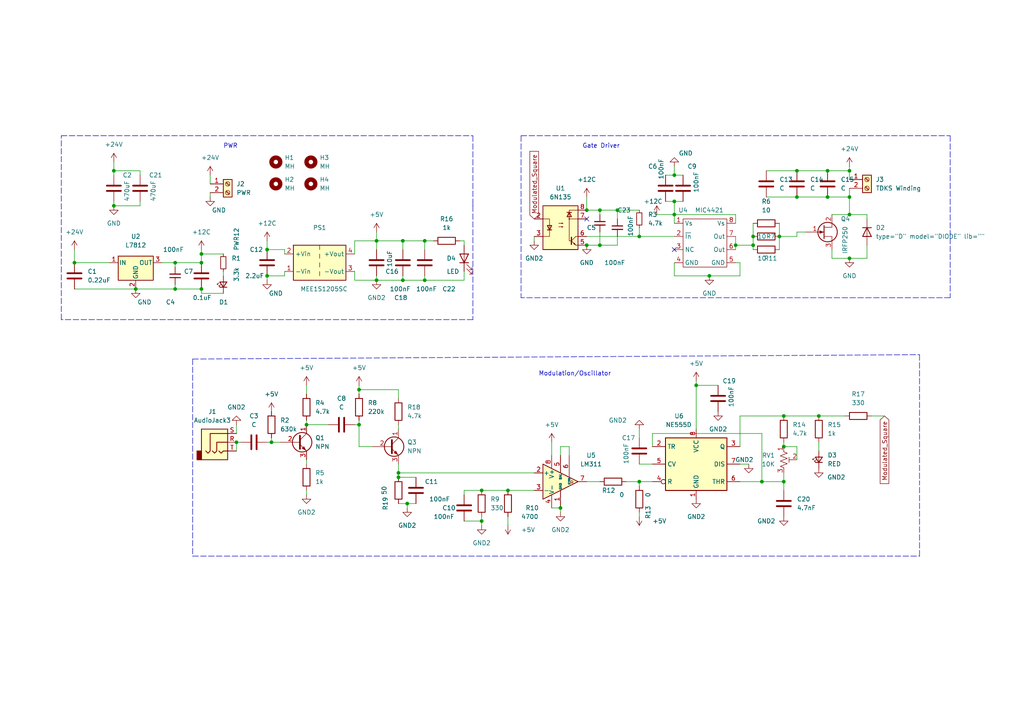
<source format=kicad_sch>
(kicad_sch (version 20211123) (generator eeschema)

  (uuid 65f9df5a-c18e-4473-9749-da676266ddd0)

  (paper "A4")

  (lib_symbols
    (symbol "Comparator:LM311" (pin_names (offset 0.127)) (in_bom yes) (on_board yes)
      (property "Reference" "U" (id 0) (at 3.81 6.35 0)
        (effects (font (size 1.27 1.27)) (justify left))
      )
      (property "Value" "LM311" (id 1) (at 3.81 3.81 0)
        (effects (font (size 1.27 1.27)) (justify left))
      )
      (property "Footprint" "" (id 2) (at 0 0 0)
        (effects (font (size 1.27 1.27)) hide)
      )
      (property "Datasheet" "https://www.st.com/resource/en/datasheet/lm311.pdf" (id 3) (at 0 0 0)
        (effects (font (size 1.27 1.27)) hide)
      )
      (property "ki_keywords" "cmp open collector" (id 4) (at 0 0 0)
        (effects (font (size 1.27 1.27)) hide)
      )
      (property "ki_description" "Voltage Comparator, DIP-8/SOIC-8" (id 5) (at 0 0 0)
        (effects (font (size 1.27 1.27)) hide)
      )
      (property "ki_fp_filters" "SOIC*3.9x4.9mm*P1.27mm* DIP*W7.62mm*" (id 6) (at 0 0 0)
        (effects (font (size 1.27 1.27)) hide)
      )
      (symbol "LM311_0_1"
        (polyline
          (pts
            (xy 5.08 0)
            (xy -5.08 5.08)
            (xy -5.08 -5.08)
            (xy 5.08 0)
          )
          (stroke (width 0.254) (type default) (color 0 0 0 0))
          (fill (type background))
        )
        (polyline
          (pts
            (xy 3.683 -0.381)
            (xy 3.302 -0.381)
            (xy 3.683 0)
            (xy 3.302 0.381)
            (xy 2.921 0)
            (xy 3.302 -0.381)
            (xy 2.921 -0.381)
          )
          (stroke (width 0.127) (type default) (color 0 0 0 0))
          (fill (type none))
        )
      )
      (symbol "LM311_1_1"
        (pin passive line (at 0 -7.62 90) (length 5.08)
          (name "GND" (effects (font (size 0.635 0.635))))
          (number "1" (effects (font (size 1.27 1.27))))
        )
        (pin input line (at -7.62 2.54 0) (length 2.54)
          (name "+" (effects (font (size 1.27 1.27))))
          (number "2" (effects (font (size 1.27 1.27))))
        )
        (pin input line (at -7.62 -2.54 0) (length 2.54)
          (name "-" (effects (font (size 1.27 1.27))))
          (number "3" (effects (font (size 1.27 1.27))))
        )
        (pin power_in line (at -2.54 -7.62 90) (length 3.81)
          (name "V-" (effects (font (size 1.27 1.27))))
          (number "4" (effects (font (size 1.27 1.27))))
        )
        (pin input line (at 0 7.62 270) (length 5.08)
          (name "BAL" (effects (font (size 0.635 0.635))))
          (number "5" (effects (font (size 1.27 1.27))))
        )
        (pin input line (at 2.54 7.62 270) (length 6.35)
          (name "STRB" (effects (font (size 0.508 0.508))))
          (number "6" (effects (font (size 1.27 1.27))))
        )
        (pin open_collector line (at 7.62 0 180) (length 2.54)
          (name "~" (effects (font (size 1.27 1.27))))
          (number "7" (effects (font (size 1.27 1.27))))
        )
        (pin power_in line (at -2.54 7.62 270) (length 3.81)
          (name "V+" (effects (font (size 1.27 1.27))))
          (number "8" (effects (font (size 1.27 1.27))))
        )
      )
    )
    (symbol "Connector:AudioJack3" (in_bom yes) (on_board yes)
      (property "Reference" "J" (id 0) (at 0 8.89 0)
        (effects (font (size 1.27 1.27)))
      )
      (property "Value" "AudioJack3" (id 1) (at 0 6.35 0)
        (effects (font (size 1.27 1.27)))
      )
      (property "Footprint" "" (id 2) (at 0 0 0)
        (effects (font (size 1.27 1.27)) hide)
      )
      (property "Datasheet" "~" (id 3) (at 0 0 0)
        (effects (font (size 1.27 1.27)) hide)
      )
      (property "ki_keywords" "audio jack receptacle stereo headphones phones TRS connector" (id 4) (at 0 0 0)
        (effects (font (size 1.27 1.27)) hide)
      )
      (property "ki_description" "Audio Jack, 3 Poles (Stereo / TRS)" (id 5) (at 0 0 0)
        (effects (font (size 1.27 1.27)) hide)
      )
      (property "ki_fp_filters" "Jack*" (id 6) (at 0 0 0)
        (effects (font (size 1.27 1.27)) hide)
      )
      (symbol "AudioJack3_0_1"
        (rectangle (start -5.08 -5.08) (end -6.35 -2.54)
          (stroke (width 0.254) (type default) (color 0 0 0 0))
          (fill (type outline))
        )
        (polyline
          (pts
            (xy 0 -2.54)
            (xy 0.635 -3.175)
            (xy 1.27 -2.54)
            (xy 2.54 -2.54)
          )
          (stroke (width 0.254) (type default) (color 0 0 0 0))
          (fill (type none))
        )
        (polyline
          (pts
            (xy -1.905 -2.54)
            (xy -1.27 -3.175)
            (xy -0.635 -2.54)
            (xy -0.635 0)
            (xy 2.54 0)
          )
          (stroke (width 0.254) (type default) (color 0 0 0 0))
          (fill (type none))
        )
        (polyline
          (pts
            (xy 2.54 2.54)
            (xy -2.54 2.54)
            (xy -2.54 -2.54)
            (xy -3.175 -3.175)
            (xy -3.81 -2.54)
          )
          (stroke (width 0.254) (type default) (color 0 0 0 0))
          (fill (type none))
        )
        (rectangle (start 2.54 3.81) (end -5.08 -5.08)
          (stroke (width 0.254) (type default) (color 0 0 0 0))
          (fill (type background))
        )
      )
      (symbol "AudioJack3_1_1"
        (pin passive line (at 5.08 0 180) (length 2.54)
          (name "~" (effects (font (size 1.27 1.27))))
          (number "R" (effects (font (size 1.27 1.27))))
        )
        (pin passive line (at 5.08 2.54 180) (length 2.54)
          (name "~" (effects (font (size 1.27 1.27))))
          (number "S" (effects (font (size 1.27 1.27))))
        )
        (pin passive line (at 5.08 -2.54 180) (length 2.54)
          (name "~" (effects (font (size 1.27 1.27))))
          (number "T" (effects (font (size 1.27 1.27))))
        )
      )
    )
    (symbol "Connector:Screw_Terminal_01x02" (pin_names (offset 1.016) hide) (in_bom yes) (on_board yes)
      (property "Reference" "J" (id 0) (at 0 2.54 0)
        (effects (font (size 1.27 1.27)))
      )
      (property "Value" "Screw_Terminal_01x02" (id 1) (at 0 -5.08 0)
        (effects (font (size 1.27 1.27)))
      )
      (property "Footprint" "" (id 2) (at 0 0 0)
        (effects (font (size 1.27 1.27)) hide)
      )
      (property "Datasheet" "~" (id 3) (at 0 0 0)
        (effects (font (size 1.27 1.27)) hide)
      )
      (property "ki_keywords" "screw terminal" (id 4) (at 0 0 0)
        (effects (font (size 1.27 1.27)) hide)
      )
      (property "ki_description" "Generic screw terminal, single row, 01x02, script generated (kicad-library-utils/schlib/autogen/connector/)" (id 5) (at 0 0 0)
        (effects (font (size 1.27 1.27)) hide)
      )
      (property "ki_fp_filters" "TerminalBlock*:*" (id 6) (at 0 0 0)
        (effects (font (size 1.27 1.27)) hide)
      )
      (symbol "Screw_Terminal_01x02_1_1"
        (rectangle (start -1.27 1.27) (end 1.27 -3.81)
          (stroke (width 0.254) (type default) (color 0 0 0 0))
          (fill (type background))
        )
        (circle (center 0 -2.54) (radius 0.635)
          (stroke (width 0.1524) (type default) (color 0 0 0 0))
          (fill (type none))
        )
        (polyline
          (pts
            (xy -0.5334 -2.2098)
            (xy 0.3302 -3.048)
          )
          (stroke (width 0.1524) (type default) (color 0 0 0 0))
          (fill (type none))
        )
        (polyline
          (pts
            (xy -0.5334 0.3302)
            (xy 0.3302 -0.508)
          )
          (stroke (width 0.1524) (type default) (color 0 0 0 0))
          (fill (type none))
        )
        (polyline
          (pts
            (xy -0.3556 -2.032)
            (xy 0.508 -2.8702)
          )
          (stroke (width 0.1524) (type default) (color 0 0 0 0))
          (fill (type none))
        )
        (polyline
          (pts
            (xy -0.3556 0.508)
            (xy 0.508 -0.3302)
          )
          (stroke (width 0.1524) (type default) (color 0 0 0 0))
          (fill (type none))
        )
        (circle (center 0 0) (radius 0.635)
          (stroke (width 0.1524) (type default) (color 0 0 0 0))
          (fill (type none))
        )
        (pin passive line (at -5.08 0 0) (length 3.81)
          (name "Pin_1" (effects (font (size 1.27 1.27))))
          (number "1" (effects (font (size 1.27 1.27))))
        )
        (pin passive line (at -5.08 -2.54 0) (length 3.81)
          (name "Pin_2" (effects (font (size 1.27 1.27))))
          (number "2" (effects (font (size 1.27 1.27))))
        )
      )
    )
    (symbol "Converter_DCDC:MEE1S1205SC" (in_bom yes) (on_board yes)
      (property "Reference" "PS" (id 0) (at -7.62 6.35 0)
        (effects (font (size 1.27 1.27)) (justify left))
      )
      (property "Value" "MEE1S1205SC" (id 1) (at 1.27 6.35 0)
        (effects (font (size 1.27 1.27)) (justify left))
      )
      (property "Footprint" "Converter_DCDC:Converter_DCDC_Murata_MEE1SxxxxSC_THT" (id 2) (at -26.67 -6.35 0)
        (effects (font (size 1.27 1.27)) (justify left) hide)
      )
      (property "Datasheet" "https://power.murata.com/pub/data/power/ncl/kdc_mee1.pdf" (id 3) (at 26.67 -7.62 0)
        (effects (font (size 1.27 1.27)) (justify left) hide)
      )
      (property "ki_keywords" "murata DC/DC isolated converter" (id 4) (at 0 0 0)
        (effects (font (size 1.27 1.27)) hide)
      )
      (property "ki_description" "1W, 1000 VDC isolated DC/DC converter, 12V input, 5V output, SIP" (id 5) (at 0 0 0)
        (effects (font (size 1.27 1.27)) hide)
      )
      (property "ki_fp_filters" "Converter*DCDC*Murata*MEE1SxxxxSC*THT*" (id 6) (at 0 0 0)
        (effects (font (size 1.27 1.27)) hide)
      )
      (symbol "MEE1S1205SC_0_0"
        (pin power_in line (at -10.16 -2.54 0) (length 2.54)
          (name "-Vin" (effects (font (size 1.27 1.27))))
          (number "1" (effects (font (size 1.27 1.27))))
        )
        (pin power_in line (at -10.16 2.54 0) (length 2.54)
          (name "+Vin" (effects (font (size 1.27 1.27))))
          (number "2" (effects (font (size 1.27 1.27))))
        )
        (pin power_out line (at 10.16 -2.54 180) (length 2.54)
          (name "-Vout" (effects (font (size 1.27 1.27))))
          (number "3" (effects (font (size 1.27 1.27))))
        )
        (pin power_out line (at 10.16 2.54 180) (length 2.54)
          (name "+Vout" (effects (font (size 1.27 1.27))))
          (number "4" (effects (font (size 1.27 1.27))))
        )
      )
      (symbol "MEE1S1205SC_0_1"
        (rectangle (start -7.62 5.08) (end 7.62 -5.08)
          (stroke (width 0.254) (type default) (color 0 0 0 0))
          (fill (type background))
        )
        (polyline
          (pts
            (xy 0 -2.54)
            (xy 0 -3.81)
          )
          (stroke (width 0) (type default) (color 0 0 0 0))
          (fill (type none))
        )
        (polyline
          (pts
            (xy 0 0)
            (xy 0 -1.27)
          )
          (stroke (width 0) (type default) (color 0 0 0 0))
          (fill (type none))
        )
        (polyline
          (pts
            (xy 0 2.54)
            (xy 0 1.27)
          )
          (stroke (width 0) (type default) (color 0 0 0 0))
          (fill (type none))
        )
        (polyline
          (pts
            (xy 0 5.08)
            (xy 0 3.81)
          )
          (stroke (width 0) (type default) (color 0 0 0 0))
          (fill (type none))
        )
      )
    )
    (symbol "Device:C" (pin_numbers hide) (pin_names (offset 0.254)) (in_bom yes) (on_board yes)
      (property "Reference" "C" (id 0) (at 0.635 2.54 0)
        (effects (font (size 1.27 1.27)) (justify left))
      )
      (property "Value" "C" (id 1) (at 0.635 -2.54 0)
        (effects (font (size 1.27 1.27)) (justify left))
      )
      (property "Footprint" "" (id 2) (at 0.9652 -3.81 0)
        (effects (font (size 1.27 1.27)) hide)
      )
      (property "Datasheet" "~" (id 3) (at 0 0 0)
        (effects (font (size 1.27 1.27)) hide)
      )
      (property "ki_keywords" "cap capacitor" (id 4) (at 0 0 0)
        (effects (font (size 1.27 1.27)) hide)
      )
      (property "ki_description" "Unpolarized capacitor" (id 5) (at 0 0 0)
        (effects (font (size 1.27 1.27)) hide)
      )
      (property "ki_fp_filters" "C_*" (id 6) (at 0 0 0)
        (effects (font (size 1.27 1.27)) hide)
      )
      (symbol "C_0_1"
        (polyline
          (pts
            (xy -2.032 -0.762)
            (xy 2.032 -0.762)
          )
          (stroke (width 0.508) (type default) (color 0 0 0 0))
          (fill (type none))
        )
        (polyline
          (pts
            (xy -2.032 0.762)
            (xy 2.032 0.762)
          )
          (stroke (width 0.508) (type default) (color 0 0 0 0))
          (fill (type none))
        )
      )
      (symbol "C_1_1"
        (pin passive line (at 0 3.81 270) (length 2.794)
          (name "~" (effects (font (size 1.27 1.27))))
          (number "1" (effects (font (size 1.27 1.27))))
        )
        (pin passive line (at 0 -3.81 90) (length 2.794)
          (name "~" (effects (font (size 1.27 1.27))))
          (number "2" (effects (font (size 1.27 1.27))))
        )
      )
    )
    (symbol "Device:C_Small" (pin_numbers hide) (pin_names (offset 0.254) hide) (in_bom yes) (on_board yes)
      (property "Reference" "C" (id 0) (at 0.254 1.778 0)
        (effects (font (size 1.27 1.27)) (justify left))
      )
      (property "Value" "C_Small" (id 1) (at 0.254 -2.032 0)
        (effects (font (size 1.27 1.27)) (justify left))
      )
      (property "Footprint" "" (id 2) (at 0 0 0)
        (effects (font (size 1.27 1.27)) hide)
      )
      (property "Datasheet" "~" (id 3) (at 0 0 0)
        (effects (font (size 1.27 1.27)) hide)
      )
      (property "ki_keywords" "capacitor cap" (id 4) (at 0 0 0)
        (effects (font (size 1.27 1.27)) hide)
      )
      (property "ki_description" "Unpolarized capacitor, small symbol" (id 5) (at 0 0 0)
        (effects (font (size 1.27 1.27)) hide)
      )
      (property "ki_fp_filters" "C_*" (id 6) (at 0 0 0)
        (effects (font (size 1.27 1.27)) hide)
      )
      (symbol "C_Small_0_1"
        (polyline
          (pts
            (xy -1.524 -0.508)
            (xy 1.524 -0.508)
          )
          (stroke (width 0.3302) (type default) (color 0 0 0 0))
          (fill (type none))
        )
        (polyline
          (pts
            (xy -1.524 0.508)
            (xy 1.524 0.508)
          )
          (stroke (width 0.3048) (type default) (color 0 0 0 0))
          (fill (type none))
        )
      )
      (symbol "C_Small_1_1"
        (pin passive line (at 0 2.54 270) (length 2.032)
          (name "~" (effects (font (size 1.27 1.27))))
          (number "1" (effects (font (size 1.27 1.27))))
        )
        (pin passive line (at 0 -2.54 90) (length 2.032)
          (name "~" (effects (font (size 1.27 1.27))))
          (number "2" (effects (font (size 1.27 1.27))))
        )
      )
    )
    (symbol "Device:LED" (pin_numbers hide) (pin_names (offset 1.016) hide) (in_bom yes) (on_board yes)
      (property "Reference" "D" (id 0) (at 0 2.54 0)
        (effects (font (size 1.27 1.27)))
      )
      (property "Value" "LED" (id 1) (at 0 -2.54 0)
        (effects (font (size 1.27 1.27)))
      )
      (property "Footprint" "" (id 2) (at 0 0 0)
        (effects (font (size 1.27 1.27)) hide)
      )
      (property "Datasheet" "~" (id 3) (at 0 0 0)
        (effects (font (size 1.27 1.27)) hide)
      )
      (property "ki_keywords" "LED diode" (id 4) (at 0 0 0)
        (effects (font (size 1.27 1.27)) hide)
      )
      (property "ki_description" "Light emitting diode" (id 5) (at 0 0 0)
        (effects (font (size 1.27 1.27)) hide)
      )
      (property "ki_fp_filters" "LED* LED_SMD:* LED_THT:*" (id 6) (at 0 0 0)
        (effects (font (size 1.27 1.27)) hide)
      )
      (symbol "LED_0_1"
        (polyline
          (pts
            (xy -1.27 -1.27)
            (xy -1.27 1.27)
          )
          (stroke (width 0.254) (type default) (color 0 0 0 0))
          (fill (type none))
        )
        (polyline
          (pts
            (xy -1.27 0)
            (xy 1.27 0)
          )
          (stroke (width 0) (type default) (color 0 0 0 0))
          (fill (type none))
        )
        (polyline
          (pts
            (xy 1.27 -1.27)
            (xy 1.27 1.27)
            (xy -1.27 0)
            (xy 1.27 -1.27)
          )
          (stroke (width 0.254) (type default) (color 0 0 0 0))
          (fill (type none))
        )
        (polyline
          (pts
            (xy -3.048 -0.762)
            (xy -4.572 -2.286)
            (xy -3.81 -2.286)
            (xy -4.572 -2.286)
            (xy -4.572 -1.524)
          )
          (stroke (width 0) (type default) (color 0 0 0 0))
          (fill (type none))
        )
        (polyline
          (pts
            (xy -1.778 -0.762)
            (xy -3.302 -2.286)
            (xy -2.54 -2.286)
            (xy -3.302 -2.286)
            (xy -3.302 -1.524)
          )
          (stroke (width 0) (type default) (color 0 0 0 0))
          (fill (type none))
        )
      )
      (symbol "LED_1_1"
        (pin passive line (at -3.81 0 0) (length 2.54)
          (name "K" (effects (font (size 1.27 1.27))))
          (number "1" (effects (font (size 1.27 1.27))))
        )
        (pin passive line (at 3.81 0 180) (length 2.54)
          (name "A" (effects (font (size 1.27 1.27))))
          (number "2" (effects (font (size 1.27 1.27))))
        )
      )
    )
    (symbol "Device:LED_Small" (pin_numbers hide) (pin_names (offset 0.254) hide) (in_bom yes) (on_board yes)
      (property "Reference" "D" (id 0) (at -1.27 3.175 0)
        (effects (font (size 1.27 1.27)) (justify left))
      )
      (property "Value" "LED_Small" (id 1) (at -4.445 -2.54 0)
        (effects (font (size 1.27 1.27)) (justify left))
      )
      (property "Footprint" "" (id 2) (at 0 0 90)
        (effects (font (size 1.27 1.27)) hide)
      )
      (property "Datasheet" "~" (id 3) (at 0 0 90)
        (effects (font (size 1.27 1.27)) hide)
      )
      (property "ki_keywords" "LED diode light-emitting-diode" (id 4) (at 0 0 0)
        (effects (font (size 1.27 1.27)) hide)
      )
      (property "ki_description" "Light emitting diode, small symbol" (id 5) (at 0 0 0)
        (effects (font (size 1.27 1.27)) hide)
      )
      (property "ki_fp_filters" "LED* LED_SMD:* LED_THT:*" (id 6) (at 0 0 0)
        (effects (font (size 1.27 1.27)) hide)
      )
      (symbol "LED_Small_0_1"
        (polyline
          (pts
            (xy -0.762 -1.016)
            (xy -0.762 1.016)
          )
          (stroke (width 0.254) (type default) (color 0 0 0 0))
          (fill (type none))
        )
        (polyline
          (pts
            (xy 1.016 0)
            (xy -0.762 0)
          )
          (stroke (width 0) (type default) (color 0 0 0 0))
          (fill (type none))
        )
        (polyline
          (pts
            (xy 0.762 -1.016)
            (xy -0.762 0)
            (xy 0.762 1.016)
            (xy 0.762 -1.016)
          )
          (stroke (width 0.254) (type default) (color 0 0 0 0))
          (fill (type none))
        )
        (polyline
          (pts
            (xy 0 0.762)
            (xy -0.508 1.27)
            (xy -0.254 1.27)
            (xy -0.508 1.27)
            (xy -0.508 1.016)
          )
          (stroke (width 0) (type default) (color 0 0 0 0))
          (fill (type none))
        )
        (polyline
          (pts
            (xy 0.508 1.27)
            (xy 0 1.778)
            (xy 0.254 1.778)
            (xy 0 1.778)
            (xy 0 1.524)
          )
          (stroke (width 0) (type default) (color 0 0 0 0))
          (fill (type none))
        )
      )
      (symbol "LED_Small_1_1"
        (pin passive line (at -2.54 0 0) (length 1.778)
          (name "K" (effects (font (size 1.27 1.27))))
          (number "1" (effects (font (size 1.27 1.27))))
        )
        (pin passive line (at 2.54 0 180) (length 1.778)
          (name "A" (effects (font (size 1.27 1.27))))
          (number "2" (effects (font (size 1.27 1.27))))
        )
      )
    )
    (symbol "Device:Q_NJFET_GDS" (pin_names (offset 0) hide) (in_bom yes) (on_board yes)
      (property "Reference" "Q" (id 0) (at 5.08 1.27 0)
        (effects (font (size 1.27 1.27)) (justify left))
      )
      (property "Value" "Q_NJFET_GDS" (id 1) (at 5.08 -1.27 0)
        (effects (font (size 1.27 1.27)) (justify left))
      )
      (property "Footprint" "" (id 2) (at 5.08 2.54 0)
        (effects (font (size 1.27 1.27)) hide)
      )
      (property "Datasheet" "~" (id 3) (at 0 0 0)
        (effects (font (size 1.27 1.27)) hide)
      )
      (property "ki_keywords" "transistor NJFET N-JFET" (id 4) (at 0 0 0)
        (effects (font (size 1.27 1.27)) hide)
      )
      (property "ki_description" "N-JFET transistor, gate/drain/source" (id 5) (at 0 0 0)
        (effects (font (size 1.27 1.27)) hide)
      )
      (symbol "Q_NJFET_GDS_0_1"
        (polyline
          (pts
            (xy 0.254 1.905)
            (xy 0.254 -1.905)
            (xy 0.254 -1.905)
          )
          (stroke (width 0.254) (type default) (color 0 0 0 0))
          (fill (type none))
        )
        (polyline
          (pts
            (xy 2.54 -2.54)
            (xy 2.54 -1.27)
            (xy 0.254 -1.27)
          )
          (stroke (width 0) (type default) (color 0 0 0 0))
          (fill (type none))
        )
        (polyline
          (pts
            (xy 2.54 2.54)
            (xy 2.54 1.397)
            (xy 0.254 1.397)
          )
          (stroke (width 0) (type default) (color 0 0 0 0))
          (fill (type none))
        )
        (polyline
          (pts
            (xy 0 0)
            (xy -1.016 0.381)
            (xy -1.016 -0.381)
            (xy 0 0)
          )
          (stroke (width 0) (type default) (color 0 0 0 0))
          (fill (type outline))
        )
        (circle (center 1.27 0) (radius 2.8194)
          (stroke (width 0.254) (type default) (color 0 0 0 0))
          (fill (type none))
        )
      )
      (symbol "Q_NJFET_GDS_1_1"
        (pin input line (at -5.08 0 0) (length 5.334)
          (name "G" (effects (font (size 1.27 1.27))))
          (number "1" (effects (font (size 1.27 1.27))))
        )
        (pin passive line (at 2.54 5.08 270) (length 2.54)
          (name "D" (effects (font (size 1.27 1.27))))
          (number "2" (effects (font (size 1.27 1.27))))
        )
        (pin passive line (at 2.54 -5.08 90) (length 2.54)
          (name "S" (effects (font (size 1.27 1.27))))
          (number "3" (effects (font (size 1.27 1.27))))
        )
      )
    )
    (symbol "Device:Q_NPN_CBE" (pin_names (offset 0) hide) (in_bom yes) (on_board yes)
      (property "Reference" "Q" (id 0) (at 5.08 1.27 0)
        (effects (font (size 1.27 1.27)) (justify left))
      )
      (property "Value" "Q_NPN_CBE" (id 1) (at 5.08 -1.27 0)
        (effects (font (size 1.27 1.27)) (justify left))
      )
      (property "Footprint" "" (id 2) (at 5.08 2.54 0)
        (effects (font (size 1.27 1.27)) hide)
      )
      (property "Datasheet" "~" (id 3) (at 0 0 0)
        (effects (font (size 1.27 1.27)) hide)
      )
      (property "ki_keywords" "transistor NPN" (id 4) (at 0 0 0)
        (effects (font (size 1.27 1.27)) hide)
      )
      (property "ki_description" "NPN transistor, collector/base/emitter" (id 5) (at 0 0 0)
        (effects (font (size 1.27 1.27)) hide)
      )
      (symbol "Q_NPN_CBE_0_1"
        (polyline
          (pts
            (xy 0.635 0.635)
            (xy 2.54 2.54)
          )
          (stroke (width 0) (type default) (color 0 0 0 0))
          (fill (type none))
        )
        (polyline
          (pts
            (xy 0.635 -0.635)
            (xy 2.54 -2.54)
            (xy 2.54 -2.54)
          )
          (stroke (width 0) (type default) (color 0 0 0 0))
          (fill (type none))
        )
        (polyline
          (pts
            (xy 0.635 1.905)
            (xy 0.635 -1.905)
            (xy 0.635 -1.905)
          )
          (stroke (width 0.508) (type default) (color 0 0 0 0))
          (fill (type none))
        )
        (polyline
          (pts
            (xy 1.27 -1.778)
            (xy 1.778 -1.27)
            (xy 2.286 -2.286)
            (xy 1.27 -1.778)
            (xy 1.27 -1.778)
          )
          (stroke (width 0) (type default) (color 0 0 0 0))
          (fill (type outline))
        )
        (circle (center 1.27 0) (radius 2.8194)
          (stroke (width 0.254) (type default) (color 0 0 0 0))
          (fill (type none))
        )
      )
      (symbol "Q_NPN_CBE_1_1"
        (pin passive line (at 2.54 5.08 270) (length 2.54)
          (name "C" (effects (font (size 1.27 1.27))))
          (number "1" (effects (font (size 1.27 1.27))))
        )
        (pin input line (at -5.08 0 0) (length 5.715)
          (name "B" (effects (font (size 1.27 1.27))))
          (number "2" (effects (font (size 1.27 1.27))))
        )
        (pin passive line (at 2.54 -5.08 90) (length 2.54)
          (name "E" (effects (font (size 1.27 1.27))))
          (number "3" (effects (font (size 1.27 1.27))))
        )
      )
    )
    (symbol "Device:R" (pin_numbers hide) (pin_names (offset 0)) (in_bom yes) (on_board yes)
      (property "Reference" "R" (id 0) (at 2.032 0 90)
        (effects (font (size 1.27 1.27)))
      )
      (property "Value" "R" (id 1) (at 0 0 90)
        (effects (font (size 1.27 1.27)))
      )
      (property "Footprint" "" (id 2) (at -1.778 0 90)
        (effects (font (size 1.27 1.27)) hide)
      )
      (property "Datasheet" "~" (id 3) (at 0 0 0)
        (effects (font (size 1.27 1.27)) hide)
      )
      (property "ki_keywords" "R res resistor" (id 4) (at 0 0 0)
        (effects (font (size 1.27 1.27)) hide)
      )
      (property "ki_description" "Resistor" (id 5) (at 0 0 0)
        (effects (font (size 1.27 1.27)) hide)
      )
      (property "ki_fp_filters" "R_*" (id 6) (at 0 0 0)
        (effects (font (size 1.27 1.27)) hide)
      )
      (symbol "R_0_1"
        (rectangle (start -1.016 -2.54) (end 1.016 2.54)
          (stroke (width 0.254) (type default) (color 0 0 0 0))
          (fill (type none))
        )
      )
      (symbol "R_1_1"
        (pin passive line (at 0 3.81 270) (length 1.27)
          (name "~" (effects (font (size 1.27 1.27))))
          (number "1" (effects (font (size 1.27 1.27))))
        )
        (pin passive line (at 0 -3.81 90) (length 1.27)
          (name "~" (effects (font (size 1.27 1.27))))
          (number "2" (effects (font (size 1.27 1.27))))
        )
      )
    )
    (symbol "Device:R_Potentiometer_Trim_US" (pin_names (offset 1.016) hide) (in_bom yes) (on_board yes)
      (property "Reference" "RV" (id 0) (at -4.445 0 90)
        (effects (font (size 1.27 1.27)))
      )
      (property "Value" "R_Potentiometer_Trim_US" (id 1) (at -2.54 0 90)
        (effects (font (size 1.27 1.27)))
      )
      (property "Footprint" "" (id 2) (at 0 0 0)
        (effects (font (size 1.27 1.27)) hide)
      )
      (property "Datasheet" "~" (id 3) (at 0 0 0)
        (effects (font (size 1.27 1.27)) hide)
      )
      (property "ki_keywords" "resistor variable trimpot trimmer" (id 4) (at 0 0 0)
        (effects (font (size 1.27 1.27)) hide)
      )
      (property "ki_description" "Trim-potentiometer, US symbol" (id 5) (at 0 0 0)
        (effects (font (size 1.27 1.27)) hide)
      )
      (property "ki_fp_filters" "Potentiometer*" (id 6) (at 0 0 0)
        (effects (font (size 1.27 1.27)) hide)
      )
      (symbol "R_Potentiometer_Trim_US_0_1"
        (polyline
          (pts
            (xy 0 -2.286)
            (xy 0 -2.54)
          )
          (stroke (width 0) (type default) (color 0 0 0 0))
          (fill (type none))
        )
        (polyline
          (pts
            (xy 0 2.286)
            (xy 0 2.54)
          )
          (stroke (width 0) (type default) (color 0 0 0 0))
          (fill (type none))
        )
        (polyline
          (pts
            (xy 1.524 0.762)
            (xy 1.524 -0.762)
          )
          (stroke (width 0) (type default) (color 0 0 0 0))
          (fill (type none))
        )
        (polyline
          (pts
            (xy 2.54 0)
            (xy 1.524 0)
          )
          (stroke (width 0) (type default) (color 0 0 0 0))
          (fill (type none))
        )
        (polyline
          (pts
            (xy 0 -0.762)
            (xy 1.016 -1.143)
            (xy 0 -1.524)
            (xy -1.016 -1.905)
            (xy 0 -2.286)
          )
          (stroke (width 0) (type default) (color 0 0 0 0))
          (fill (type none))
        )
        (polyline
          (pts
            (xy 0 0.762)
            (xy 1.016 0.381)
            (xy 0 0)
            (xy -1.016 -0.381)
            (xy 0 -0.762)
          )
          (stroke (width 0) (type default) (color 0 0 0 0))
          (fill (type none))
        )
        (polyline
          (pts
            (xy 0 2.286)
            (xy 1.016 1.905)
            (xy 0 1.524)
            (xy -1.016 1.143)
            (xy 0 0.762)
          )
          (stroke (width 0) (type default) (color 0 0 0 0))
          (fill (type none))
        )
      )
      (symbol "R_Potentiometer_Trim_US_1_1"
        (pin passive line (at 0 3.81 270) (length 1.27)
          (name "1" (effects (font (size 1.27 1.27))))
          (number "1" (effects (font (size 1.27 1.27))))
        )
        (pin passive line (at 3.81 0 180) (length 1.27)
          (name "2" (effects (font (size 1.27 1.27))))
          (number "2" (effects (font (size 1.27 1.27))))
        )
        (pin passive line (at 0 -3.81 90) (length 1.27)
          (name "3" (effects (font (size 1.27 1.27))))
          (number "3" (effects (font (size 1.27 1.27))))
        )
      )
    )
    (symbol "Device:R_Small" (pin_numbers hide) (pin_names (offset 0.254) hide) (in_bom yes) (on_board yes)
      (property "Reference" "R" (id 0) (at 0.762 0.508 0)
        (effects (font (size 1.27 1.27)) (justify left))
      )
      (property "Value" "R_Small" (id 1) (at 0.762 -1.016 0)
        (effects (font (size 1.27 1.27)) (justify left))
      )
      (property "Footprint" "" (id 2) (at 0 0 0)
        (effects (font (size 1.27 1.27)) hide)
      )
      (property "Datasheet" "~" (id 3) (at 0 0 0)
        (effects (font (size 1.27 1.27)) hide)
      )
      (property "ki_keywords" "R resistor" (id 4) (at 0 0 0)
        (effects (font (size 1.27 1.27)) hide)
      )
      (property "ki_description" "Resistor, small symbol" (id 5) (at 0 0 0)
        (effects (font (size 1.27 1.27)) hide)
      )
      (property "ki_fp_filters" "R_*" (id 6) (at 0 0 0)
        (effects (font (size 1.27 1.27)) hide)
      )
      (symbol "R_Small_0_1"
        (rectangle (start -0.762 1.778) (end 0.762 -1.778)
          (stroke (width 0.2032) (type default) (color 0 0 0 0))
          (fill (type none))
        )
      )
      (symbol "R_Small_1_1"
        (pin passive line (at 0 2.54 270) (length 0.762)
          (name "~" (effects (font (size 1.27 1.27))))
          (number "1" (effects (font (size 1.27 1.27))))
        )
        (pin passive line (at 0 -2.54 90) (length 0.762)
          (name "~" (effects (font (size 1.27 1.27))))
          (number "2" (effects (font (size 1.27 1.27))))
        )
      )
    )
    (symbol "Isolator:6N135" (pin_names (offset 1.016)) (in_bom yes) (on_board yes)
      (property "Reference" "U" (id 0) (at -5.08 7.62 0)
        (effects (font (size 1.27 1.27)) (justify left))
      )
      (property "Value" "6N135" (id 1) (at 0 7.62 0)
        (effects (font (size 1.27 1.27)) (justify left))
      )
      (property "Footprint" "Package_DIP:DIP-8_W7.62mm" (id 2) (at -5.08 -7.62 0)
        (effects (font (size 1.27 1.27) italic) (justify left) hide)
      )
      (property "Datasheet" "https://optoelectronics.liteon.com/upload/download/DS70-2008-0032/6N135-L%206N136-L%20series.pdf" (id 3) (at 0 0 0)
        (effects (font (size 1.27 1.27)) (justify left) hide)
      )
      (property "ki_keywords" "High Speed Optocoupler" (id 4) (at 0 0 0)
        (effects (font (size 1.27 1.27)) hide)
      )
      (property "ki_description" "High Speed Optocoupler, TTL Compatible, CTR 18%, DIP8" (id 5) (at 0 0 0)
        (effects (font (size 1.27 1.27)) hide)
      )
      (property "ki_fp_filters" "DIP*W7.62mm*" (id 6) (at 0 0 0)
        (effects (font (size 1.27 1.27)) hide)
      )
      (symbol "6N135_0_1"
        (rectangle (start -5.08 6.35) (end 5.08 -6.35)
          (stroke (width 0.254) (type default) (color 0 0 0 0))
          (fill (type background))
        )
        (polyline
          (pts
            (xy -3.81 -0.635)
            (xy -2.54 -0.635)
          )
          (stroke (width 0.254) (type default) (color 0 0 0 0))
          (fill (type none))
        )
        (polyline
          (pts
            (xy 1.905 4.445)
            (xy 3.175 4.445)
          )
          (stroke (width 0.254) (type default) (color 0 0 0 0))
          (fill (type none))
        )
        (polyline
          (pts
            (xy 3.175 -2.794)
            (xy 3.175 -4.826)
          )
          (stroke (width 0.3556) (type default) (color 0 0 0 0))
          (fill (type none))
        )
        (polyline
          (pts
            (xy 3.302 -3.937)
            (xy 4.445 -5.08)
          )
          (stroke (width 0) (type default) (color 0 0 0 0))
          (fill (type none))
        )
        (polyline
          (pts
            (xy 3.302 -3.683)
            (xy 4.445 -2.54)
          )
          (stroke (width 0) (type default) (color 0 0 0 0))
          (fill (type none))
        )
        (polyline
          (pts
            (xy 5.08 -5.08)
            (xy 4.445 -5.08)
          )
          (stroke (width 0) (type default) (color 0 0 0 0))
          (fill (type none))
        )
        (polyline
          (pts
            (xy 5.08 -2.54)
            (xy 4.445 -2.54)
          )
          (stroke (width 0) (type default) (color 0 0 0 0))
          (fill (type none))
        )
        (polyline
          (pts
            (xy 5.08 2.54)
            (xy 2.54 2.54)
          )
          (stroke (width 0) (type default) (color 0 0 0 0))
          (fill (type none))
        )
        (polyline
          (pts
            (xy -5.08 2.54)
            (xy -3.175 2.54)
            (xy -3.175 -2.54)
            (xy -5.08 -2.54)
          )
          (stroke (width 0) (type default) (color 0 0 0 0))
          (fill (type none))
        )
        (polyline
          (pts
            (xy -3.175 -0.635)
            (xy -3.81 0.635)
            (xy -2.54 0.635)
            (xy -3.175 -0.635)
          )
          (stroke (width 0.254) (type default) (color 0 0 0 0))
          (fill (type none))
        )
        (polyline
          (pts
            (xy 2.54 4.445)
            (xy 1.905 3.175)
            (xy 3.175 3.175)
            (xy 2.54 4.445)
          )
          (stroke (width 0.254) (type default) (color 0 0 0 0))
          (fill (type none))
        )
        (polyline
          (pts
            (xy 4.318 -4.953)
            (xy 4.064 -4.445)
            (xy 3.81 -4.699)
            (xy 4.318 -4.953)
          )
          (stroke (width 0) (type default) (color 0 0 0 0))
          (fill (type none))
        )
        (polyline
          (pts
            (xy 5.08 5.08)
            (xy 2.54 5.08)
            (xy 2.54 -3.81)
            (xy 3.175 -3.81)
          )
          (stroke (width 0) (type default) (color 0 0 0 0))
          (fill (type none))
        )
        (polyline
          (pts
            (xy -0.508 0.254)
            (xy 0.762 0.254)
            (xy 0.381 0.127)
            (xy 0.381 0.381)
            (xy 0.762 0.254)
          )
          (stroke (width 0) (type default) (color 0 0 0 0))
          (fill (type none))
        )
        (polyline
          (pts
            (xy -0.508 1.27)
            (xy 0.762 1.27)
            (xy 0.381 1.143)
            (xy 0.381 1.397)
            (xy 0.762 1.27)
          )
          (stroke (width 0) (type default) (color 0 0 0 0))
          (fill (type none))
        )
        (circle (center 2.54 2.54) (radius 0.127)
          (stroke (width 0) (type default) (color 0 0 0 0))
          (fill (type none))
        )
      )
      (symbol "6N135_1_1"
        (pin no_connect line (at -5.08 5.08 0) (length 2.54) hide
          (name "NC" (effects (font (size 1.27 1.27))))
          (number "1" (effects (font (size 1.27 1.27))))
        )
        (pin passive line (at -7.62 2.54 0) (length 2.54)
          (name "~" (effects (font (size 1.27 1.27))))
          (number "2" (effects (font (size 1.27 1.27))))
        )
        (pin passive line (at -7.62 -2.54 0) (length 2.54)
          (name "~" (effects (font (size 1.27 1.27))))
          (number "3" (effects (font (size 1.27 1.27))))
        )
        (pin no_connect line (at -5.08 -5.08 0) (length 2.54) hide
          (name "NC" (effects (font (size 1.27 1.27))))
          (number "4" (effects (font (size 1.27 1.27))))
        )
        (pin passive line (at 7.62 -5.08 180) (length 2.54)
          (name "~" (effects (font (size 1.27 1.27))))
          (number "5" (effects (font (size 1.27 1.27))))
        )
        (pin passive line (at 7.62 -2.54 180) (length 2.54)
          (name "~" (effects (font (size 1.27 1.27))))
          (number "6" (effects (font (size 1.27 1.27))))
        )
        (pin passive line (at 7.62 2.54 180) (length 2.54)
          (name "~" (effects (font (size 1.27 1.27))))
          (number "7" (effects (font (size 1.27 1.27))))
        )
        (pin passive line (at 7.62 5.08 180) (length 2.54)
          (name "~" (effects (font (size 1.27 1.27))))
          (number "8" (effects (font (size 1.27 1.27))))
        )
      )
    )
    (symbol "Mechanical:MountingHole" (pin_names (offset 1.016)) (in_bom yes) (on_board yes)
      (property "Reference" "H" (id 0) (at 0 5.08 0)
        (effects (font (size 1.27 1.27)))
      )
      (property "Value" "MountingHole" (id 1) (at 0 3.175 0)
        (effects (font (size 1.27 1.27)))
      )
      (property "Footprint" "" (id 2) (at 0 0 0)
        (effects (font (size 1.27 1.27)) hide)
      )
      (property "Datasheet" "~" (id 3) (at 0 0 0)
        (effects (font (size 1.27 1.27)) hide)
      )
      (property "ki_keywords" "mounting hole" (id 4) (at 0 0 0)
        (effects (font (size 1.27 1.27)) hide)
      )
      (property "ki_description" "Mounting Hole without connection" (id 5) (at 0 0 0)
        (effects (font (size 1.27 1.27)) hide)
      )
      (property "ki_fp_filters" "MountingHole*" (id 6) (at 0 0 0)
        (effects (font (size 1.27 1.27)) hide)
      )
      (symbol "MountingHole_0_1"
        (circle (center 0 0) (radius 1.27)
          (stroke (width 1.27) (type default) (color 0 0 0 0))
          (fill (type none))
        )
      )
    )
    (symbol "Regulator_Linear:L7812" (pin_names (offset 0.254)) (in_bom yes) (on_board yes)
      (property "Reference" "U" (id 0) (at -3.81 3.175 0)
        (effects (font (size 1.27 1.27)))
      )
      (property "Value" "L7812" (id 1) (at 0 3.175 0)
        (effects (font (size 1.27 1.27)) (justify left))
      )
      (property "Footprint" "" (id 2) (at 0.635 -3.81 0)
        (effects (font (size 1.27 1.27) italic) (justify left) hide)
      )
      (property "Datasheet" "http://www.st.com/content/ccc/resource/technical/document/datasheet/41/4f/b3/b0/12/d4/47/88/CD00000444.pdf/files/CD00000444.pdf/jcr:content/translations/en.CD00000444.pdf" (id 3) (at 0 -1.27 0)
        (effects (font (size 1.27 1.27)) hide)
      )
      (property "ki_keywords" "Voltage Regulator 1.5A Positive" (id 4) (at 0 0 0)
        (effects (font (size 1.27 1.27)) hide)
      )
      (property "ki_description" "Positive 1.5A 35V Linear Regulator, Fixed Output 12V, TO-220/TO-263/TO-252" (id 5) (at 0 0 0)
        (effects (font (size 1.27 1.27)) hide)
      )
      (property "ki_fp_filters" "TO?252* TO?263* TO?220*" (id 6) (at 0 0 0)
        (effects (font (size 1.27 1.27)) hide)
      )
      (symbol "L7812_0_1"
        (rectangle (start -5.08 1.905) (end 5.08 -5.08)
          (stroke (width 0.254) (type default) (color 0 0 0 0))
          (fill (type background))
        )
      )
      (symbol "L7812_1_1"
        (pin power_in line (at -7.62 0 0) (length 2.54)
          (name "IN" (effects (font (size 1.27 1.27))))
          (number "1" (effects (font (size 1.27 1.27))))
        )
        (pin power_in line (at 0 -7.62 90) (length 2.54)
          (name "GND" (effects (font (size 1.27 1.27))))
          (number "2" (effects (font (size 1.27 1.27))))
        )
        (pin power_out line (at 7.62 0 180) (length 2.54)
          (name "OUT" (effects (font (size 1.27 1.27))))
          (number "3" (effects (font (size 1.27 1.27))))
        )
      )
    )
    (symbol "Simulation_SPICE:DIODE" (pin_numbers hide) (pin_names (offset 1.016) hide) (in_bom yes) (on_board yes)
      (property "Reference" "D" (id 0) (at 0 2.54 0)
        (effects (font (size 1.27 1.27)))
      )
      (property "Value" "DIODE" (id 1) (at 0 -2.54 0)
        (effects (font (size 1.27 1.27)))
      )
      (property "Footprint" "" (id 2) (at 0 0 0)
        (effects (font (size 1.27 1.27)) hide)
      )
      (property "Datasheet" "~" (id 3) (at 0 0 0)
        (effects (font (size 1.27 1.27)) hide)
      )
      (property "Spice_Netlist_Enabled" "Y" (id 4) (at 0 0 0)
        (effects (font (size 1.27 1.27)) (justify left) hide)
      )
      (property "Spice_Primitive" "D" (id 5) (at 0 0 0)
        (effects (font (size 1.27 1.27)) (justify left) hide)
      )
      (property "ki_keywords" "simulation" (id 6) (at 0 0 0)
        (effects (font (size 1.27 1.27)) hide)
      )
      (property "ki_description" "Diode, anode on pin 1, for simulation only!" (id 7) (at 0 0 0)
        (effects (font (size 1.27 1.27)) hide)
      )
      (symbol "DIODE_0_1"
        (polyline
          (pts
            (xy 1.27 0)
            (xy -1.27 0)
          )
          (stroke (width 0) (type default) (color 0 0 0 0))
          (fill (type none))
        )
        (polyline
          (pts
            (xy 1.27 1.27)
            (xy 1.27 -1.27)
          )
          (stroke (width 0.254) (type default) (color 0 0 0 0))
          (fill (type none))
        )
        (polyline
          (pts
            (xy -1.27 -1.27)
            (xy -1.27 1.27)
            (xy 1.27 0)
            (xy -1.27 -1.27)
          )
          (stroke (width 0.254) (type default) (color 0 0 0 0))
          (fill (type none))
        )
      )
      (symbol "DIODE_1_1"
        (pin passive line (at -3.81 0 0) (length 2.54)
          (name "A" (effects (font (size 1.27 1.27))))
          (number "1" (effects (font (size 1.27 1.27))))
        )
        (pin passive line (at 3.81 0 180) (length 2.54)
          (name "K" (effects (font (size 1.27 1.27))))
          (number "2" (effects (font (size 1.27 1.27))))
        )
      )
    )
    (symbol "TEDEKAES_LOCAL:MIC4421" (in_bom yes) (on_board yes)
      (property "Reference" "U" (id 0) (at -6.35 13.97 0)
        (effects (font (size 1.27 1.27)))
      )
      (property "Value" "MIC4421" (id 1) (at 0 13.97 0)
        (effects (font (size 1.27 1.27)))
      )
      (property "Footprint" "" (id 2) (at -3.81 11.43 0)
        (effects (font (size 1.27 1.27)) hide)
      )
      (property "Datasheet" "" (id 3) (at -3.81 11.43 0)
        (effects (font (size 1.27 1.27)) hide)
      )
      (symbol "MIC4421_0_1"
        (rectangle (start -6.35 11.43) (end 6.35 -2.54)
          (stroke (width 0) (type default) (color 0 0 0 0))
          (fill (type none))
        )
        (rectangle (start 8.89 -1.27) (end 8.89 -1.27)
          (stroke (width 0) (type default) (color 0 0 0 0))
          (fill (type none))
        )
        (rectangle (start 8.89 -1.27) (end 8.89 -1.27)
          (stroke (width 0) (type default) (color 0 0 0 0))
          (fill (type none))
        )
        (rectangle (start 8.89 -1.27) (end 8.89 -1.27)
          (stroke (width 0) (type default) (color 0 0 0 0))
          (fill (type none))
        )
        (rectangle (start 8.89 -1.27) (end 8.89 -1.27)
          (stroke (width 0) (type default) (color 0 0 0 0))
          (fill (type none))
        )
        (rectangle (start 8.89 -1.27) (end 8.89 -1.27)
          (stroke (width 0) (type default) (color 0 0 0 0))
          (fill (type none))
        )
        (rectangle (start 8.89 -1.27) (end 8.89 -1.27)
          (stroke (width 0) (type default) (color 0 0 0 0))
          (fill (type none))
        )
        (rectangle (start 8.89 -1.27) (end 8.89 -1.27)
          (stroke (width 0) (type default) (color 0 0 0 0))
          (fill (type none))
        )
        (rectangle (start 8.89 -1.27) (end 8.89 -1.27)
          (stroke (width 0) (type default) (color 0 0 0 0))
          (fill (type none))
        )
      )
      (symbol "MIC4421_1_1"
        (pin input line (at -8.89 10.16 0) (length 2.54)
          (name "Vs" (effects (font (size 1.27 1.27))))
          (number "1" (effects (font (size 1.27 1.27))))
        )
        (pin input line (at -8.89 6.35 0) (length 2.54)
          (name "~{In}" (effects (font (size 1.27 1.27))))
          (number "2" (effects (font (size 1.27 1.27))))
        )
        (pin input line (at -8.89 2.54 0) (length 2.54)
          (name "NC" (effects (font (size 1.27 1.27))))
          (number "3" (effects (font (size 1.27 1.27))))
        )
        (pin input line (at -8.89 -1.27 0) (length 2.54)
          (name "GND" (effects (font (size 1.27 1.27))))
          (number "4" (effects (font (size 1.27 1.27))))
        )
        (pin input line (at 8.89 -1.27 180) (length 2.54)
          (name "GND" (effects (font (size 1.27 1.27))))
          (number "5" (effects (font (size 1.27 1.27))))
        )
        (pin output line (at 8.89 2.54 180) (length 2.54)
          (name "Out" (effects (font (size 1.27 1.27))))
          (number "6" (effects (font (size 1.27 1.27))))
        )
        (pin output line (at 8.89 6.35 180) (length 2.54)
          (name "Out" (effects (font (size 1.27 1.27))))
          (number "7" (effects (font (size 1.27 1.27))))
        )
        (pin input line (at 8.89 10.16 180) (length 2.54)
          (name "Vs" (effects (font (size 1.27 1.27))))
          (number "8" (effects (font (size 1.27 1.27))))
        )
      )
    )
    (symbol "Timer:NE555D" (in_bom yes) (on_board yes)
      (property "Reference" "U" (id 0) (at -10.16 8.89 0)
        (effects (font (size 1.27 1.27)) (justify left))
      )
      (property "Value" "NE555D" (id 1) (at 2.54 8.89 0)
        (effects (font (size 1.27 1.27)) (justify left))
      )
      (property "Footprint" "Package_SO:SOIC-8_3.9x4.9mm_P1.27mm" (id 2) (at 21.59 -10.16 0)
        (effects (font (size 1.27 1.27)) hide)
      )
      (property "Datasheet" "http://www.ti.com/lit/ds/symlink/ne555.pdf" (id 3) (at 21.59 -10.16 0)
        (effects (font (size 1.27 1.27)) hide)
      )
      (property "ki_keywords" "single timer 555" (id 4) (at 0 0 0)
        (effects (font (size 1.27 1.27)) hide)
      )
      (property "ki_description" "Precision Timers, 555 compatible, SOIC-8" (id 5) (at 0 0 0)
        (effects (font (size 1.27 1.27)) hide)
      )
      (property "ki_fp_filters" "SOIC*3.9x4.9mm*P1.27mm*" (id 6) (at 0 0 0)
        (effects (font (size 1.27 1.27)) hide)
      )
      (symbol "NE555D_0_0"
        (pin power_in line (at 0 -10.16 90) (length 2.54)
          (name "GND" (effects (font (size 1.27 1.27))))
          (number "1" (effects (font (size 1.27 1.27))))
        )
        (pin power_in line (at 0 10.16 270) (length 2.54)
          (name "VCC" (effects (font (size 1.27 1.27))))
          (number "8" (effects (font (size 1.27 1.27))))
        )
      )
      (symbol "NE555D_0_1"
        (rectangle (start -8.89 -7.62) (end 8.89 7.62)
          (stroke (width 0.254) (type default) (color 0 0 0 0))
          (fill (type background))
        )
        (rectangle (start -8.89 -7.62) (end 8.89 7.62)
          (stroke (width 0.254) (type default) (color 0 0 0 0))
          (fill (type background))
        )
      )
      (symbol "NE555D_1_1"
        (pin input line (at -12.7 5.08 0) (length 3.81)
          (name "TR" (effects (font (size 1.27 1.27))))
          (number "2" (effects (font (size 1.27 1.27))))
        )
        (pin output line (at 12.7 5.08 180) (length 3.81)
          (name "Q" (effects (font (size 1.27 1.27))))
          (number "3" (effects (font (size 1.27 1.27))))
        )
        (pin input inverted (at -12.7 -5.08 0) (length 3.81)
          (name "R" (effects (font (size 1.27 1.27))))
          (number "4" (effects (font (size 1.27 1.27))))
        )
        (pin input line (at -12.7 0 0) (length 3.81)
          (name "CV" (effects (font (size 1.27 1.27))))
          (number "5" (effects (font (size 1.27 1.27))))
        )
        (pin input line (at 12.7 -5.08 180) (length 3.81)
          (name "THR" (effects (font (size 1.27 1.27))))
          (number "6" (effects (font (size 1.27 1.27))))
        )
        (pin input line (at 12.7 0 180) (length 3.81)
          (name "DIS" (effects (font (size 1.27 1.27))))
          (number "7" (effects (font (size 1.27 1.27))))
        )
      )
    )
    (symbol "power:+12C" (power) (pin_names (offset 0)) (in_bom yes) (on_board yes)
      (property "Reference" "#PWR" (id 0) (at 0 -3.81 0)
        (effects (font (size 1.27 1.27)) hide)
      )
      (property "Value" "+12C" (id 1) (at 0 3.81 0)
        (effects (font (size 1.27 1.27)))
      )
      (property "Footprint" "" (id 2) (at 0 0 0)
        (effects (font (size 1.27 1.27)) hide)
      )
      (property "Datasheet" "" (id 3) (at 0 0 0)
        (effects (font (size 1.27 1.27)) hide)
      )
      (property "ki_keywords" "power-flag" (id 4) (at 0 0 0)
        (effects (font (size 1.27 1.27)) hide)
      )
      (property "ki_description" "Power symbol creates a global label with name \"+12C\"" (id 5) (at 0 0 0)
        (effects (font (size 1.27 1.27)) hide)
      )
      (symbol "+12C_0_1"
        (polyline
          (pts
            (xy -0.762 1.27)
            (xy 0 2.54)
          )
          (stroke (width 0) (type default) (color 0 0 0 0))
          (fill (type none))
        )
        (polyline
          (pts
            (xy 0 0)
            (xy 0 2.54)
          )
          (stroke (width 0) (type default) (color 0 0 0 0))
          (fill (type none))
        )
        (polyline
          (pts
            (xy 0 2.54)
            (xy 0.762 1.27)
          )
          (stroke (width 0) (type default) (color 0 0 0 0))
          (fill (type none))
        )
      )
      (symbol "+12C_1_1"
        (pin power_in line (at 0 0 90) (length 0) hide
          (name "+12C" (effects (font (size 1.27 1.27))))
          (number "1" (effects (font (size 1.27 1.27))))
        )
      )
    )
    (symbol "power:+24V" (power) (pin_names (offset 0)) (in_bom yes) (on_board yes)
      (property "Reference" "#PWR" (id 0) (at 0 -3.81 0)
        (effects (font (size 1.27 1.27)) hide)
      )
      (property "Value" "+24V" (id 1) (at 0 3.556 0)
        (effects (font (size 1.27 1.27)))
      )
      (property "Footprint" "" (id 2) (at 0 0 0)
        (effects (font (size 1.27 1.27)) hide)
      )
      (property "Datasheet" "" (id 3) (at 0 0 0)
        (effects (font (size 1.27 1.27)) hide)
      )
      (property "ki_keywords" "power-flag" (id 4) (at 0 0 0)
        (effects (font (size 1.27 1.27)) hide)
      )
      (property "ki_description" "Power symbol creates a global label with name \"+24V\"" (id 5) (at 0 0 0)
        (effects (font (size 1.27 1.27)) hide)
      )
      (symbol "+24V_0_1"
        (polyline
          (pts
            (xy -0.762 1.27)
            (xy 0 2.54)
          )
          (stroke (width 0) (type default) (color 0 0 0 0))
          (fill (type none))
        )
        (polyline
          (pts
            (xy 0 0)
            (xy 0 2.54)
          )
          (stroke (width 0) (type default) (color 0 0 0 0))
          (fill (type none))
        )
        (polyline
          (pts
            (xy 0 2.54)
            (xy 0.762 1.27)
          )
          (stroke (width 0) (type default) (color 0 0 0 0))
          (fill (type none))
        )
      )
      (symbol "+24V_1_1"
        (pin power_in line (at 0 0 90) (length 0) hide
          (name "+24V" (effects (font (size 1.27 1.27))))
          (number "1" (effects (font (size 1.27 1.27))))
        )
      )
    )
    (symbol "power:+5V" (power) (pin_names (offset 0)) (in_bom yes) (on_board yes)
      (property "Reference" "#PWR" (id 0) (at 0 -3.81 0)
        (effects (font (size 1.27 1.27)) hide)
      )
      (property "Value" "+5V" (id 1) (at 0 3.556 0)
        (effects (font (size 1.27 1.27)))
      )
      (property "Footprint" "" (id 2) (at 0 0 0)
        (effects (font (size 1.27 1.27)) hide)
      )
      (property "Datasheet" "" (id 3) (at 0 0 0)
        (effects (font (size 1.27 1.27)) hide)
      )
      (property "ki_keywords" "power-flag" (id 4) (at 0 0 0)
        (effects (font (size 1.27 1.27)) hide)
      )
      (property "ki_description" "Power symbol creates a global label with name \"+5V\"" (id 5) (at 0 0 0)
        (effects (font (size 1.27 1.27)) hide)
      )
      (symbol "+5V_0_1"
        (polyline
          (pts
            (xy -0.762 1.27)
            (xy 0 2.54)
          )
          (stroke (width 0) (type default) (color 0 0 0 0))
          (fill (type none))
        )
        (polyline
          (pts
            (xy 0 0)
            (xy 0 2.54)
          )
          (stroke (width 0) (type default) (color 0 0 0 0))
          (fill (type none))
        )
        (polyline
          (pts
            (xy 0 2.54)
            (xy 0.762 1.27)
          )
          (stroke (width 0) (type default) (color 0 0 0 0))
          (fill (type none))
        )
      )
      (symbol "+5V_1_1"
        (pin power_in line (at 0 0 90) (length 0) hide
          (name "+5V" (effects (font (size 1.27 1.27))))
          (number "1" (effects (font (size 1.27 1.27))))
        )
      )
    )
    (symbol "power:GND" (power) (pin_names (offset 0)) (in_bom yes) (on_board yes)
      (property "Reference" "#PWR" (id 0) (at 0 -6.35 0)
        (effects (font (size 1.27 1.27)) hide)
      )
      (property "Value" "GND" (id 1) (at 0 -3.81 0)
        (effects (font (size 1.27 1.27)))
      )
      (property "Footprint" "" (id 2) (at 0 0 0)
        (effects (font (size 1.27 1.27)) hide)
      )
      (property "Datasheet" "" (id 3) (at 0 0 0)
        (effects (font (size 1.27 1.27)) hide)
      )
      (property "ki_keywords" "power-flag" (id 4) (at 0 0 0)
        (effects (font (size 1.27 1.27)) hide)
      )
      (property "ki_description" "Power symbol creates a global label with name \"GND\" , ground" (id 5) (at 0 0 0)
        (effects (font (size 1.27 1.27)) hide)
      )
      (symbol "GND_0_1"
        (polyline
          (pts
            (xy 0 0)
            (xy 0 -1.27)
            (xy 1.27 -1.27)
            (xy 0 -2.54)
            (xy -1.27 -1.27)
            (xy 0 -1.27)
          )
          (stroke (width 0) (type default) (color 0 0 0 0))
          (fill (type none))
        )
      )
      (symbol "GND_1_1"
        (pin power_in line (at 0 0 270) (length 0) hide
          (name "GND" (effects (font (size 1.27 1.27))))
          (number "1" (effects (font (size 1.27 1.27))))
        )
      )
    )
    (symbol "power:GND2" (power) (pin_names (offset 0)) (in_bom yes) (on_board yes)
      (property "Reference" "#PWR" (id 0) (at 0 -6.35 0)
        (effects (font (size 1.27 1.27)) hide)
      )
      (property "Value" "GND2" (id 1) (at 0 -3.81 0)
        (effects (font (size 1.27 1.27)))
      )
      (property "Footprint" "" (id 2) (at 0 0 0)
        (effects (font (size 1.27 1.27)) hide)
      )
      (property "Datasheet" "" (id 3) (at 0 0 0)
        (effects (font (size 1.27 1.27)) hide)
      )
      (property "ki_keywords" "power-flag" (id 4) (at 0 0 0)
        (effects (font (size 1.27 1.27)) hide)
      )
      (property "ki_description" "Power symbol creates a global label with name \"GND2\" , ground" (id 5) (at 0 0 0)
        (effects (font (size 1.27 1.27)) hide)
      )
      (symbol "GND2_0_1"
        (polyline
          (pts
            (xy 0 0)
            (xy 0 -1.27)
            (xy 1.27 -1.27)
            (xy 0 -2.54)
            (xy -1.27 -1.27)
            (xy 0 -1.27)
          )
          (stroke (width 0) (type default) (color 0 0 0 0))
          (fill (type none))
        )
      )
      (symbol "GND2_1_1"
        (pin power_in line (at 0 0 270) (length 0) hide
          (name "GND2" (effects (font (size 1.27 1.27))))
          (number "1" (effects (font (size 1.27 1.27))))
        )
      )
    )
  )

  (junction (at 58.42 76.2) (diameter 0) (color 0 0 0 0)
    (uuid 04af1487-cd3c-42de-9411-6de2f3670c02)
  )
  (junction (at 231.14 49.53) (diameter 0) (color 0 0 0 0)
    (uuid 064c7975-5133-4ac3-a2eb-0dac5dc43ded)
  )
  (junction (at 246.38 62.23) (diameter 0) (color 0 0 0 0)
    (uuid 07146805-7d54-4809-8d42-eb5244cde93e)
  )
  (junction (at 116.84 69.85) (diameter 0) (color 0 0 0 0)
    (uuid 07e38350-f0d6-41c3-8aae-201da06f33a0)
  )
  (junction (at 50.8 83.82) (diameter 0) (color 0 0 0 0)
    (uuid 0bf1fcfb-96df-4e84-b9e7-2cd5a4137ef1)
  )
  (junction (at 185.42 139.7) (diameter 0) (color 0 0 0 0)
    (uuid 16907859-88fe-4e2e-aa6d-a705ff4a1831)
  )
  (junction (at 213.36 71.12) (diameter 0) (color 0 0 0 0)
    (uuid 17ca72f2-9d47-4923-b78c-53a8b36c0ac4)
  )
  (junction (at 115.57 138.43) (diameter 0) (color 0 0 0 0)
    (uuid 1b996785-bb16-46e0-b4c7-04daff5d789f)
  )
  (junction (at 173.99 60.96) (diameter 0) (color 0 0 0 0)
    (uuid 24532978-633b-41bc-bb6f-0021ec09f44b)
  )
  (junction (at 21.59 76.2) (diameter 0) (color 0 0 0 0)
    (uuid 2dfd9a17-312f-4ae6-a837-d5aff5fa5c2f)
  )
  (junction (at 179.07 60.96) (diameter 0) (color 0 0 0 0)
    (uuid 36cee125-fa82-447f-b911-ec052df63cda)
  )
  (junction (at 162.56 147.32) (diameter 0) (color 0 0 0 0)
    (uuid 3e6854b3-baa2-4151-aa73-db2b522d3754)
  )
  (junction (at 39.37 83.82) (diameter 0) (color 0 0 0 0)
    (uuid 4063976b-973f-4104-a0a7-23dcc31592ec)
  )
  (junction (at 195.58 58.42) (diameter 0) (color 0 0 0 0)
    (uuid 46016890-acc0-4088-8146-7c63bda2ee90)
  )
  (junction (at 58.42 83.82) (diameter 0) (color 0 0 0 0)
    (uuid 47890e64-936f-489e-bb93-b9a7b448e0c1)
  )
  (junction (at 246.38 49.53) (diameter 0) (color 0 0 0 0)
    (uuid 493caea5-8797-4f9b-b622-df3eb6386c73)
  )
  (junction (at 104.14 113.03) (diameter 0) (color 0 0 0 0)
    (uuid 4b2a874b-d10a-4c58-b36b-6112f3ff7fa4)
  )
  (junction (at 109.22 69.85) (diameter 0) (color 0 0 0 0)
    (uuid 4ed0e8a1-cd24-44a0-8201-18aebea7b91c)
  )
  (junction (at 237.49 120.65) (diameter 0) (color 0 0 0 0)
    (uuid 50c56cde-f830-4cde-ac6e-842bea1495a4)
  )
  (junction (at 118.11 146.05) (diameter 0) (color 0 0 0 0)
    (uuid 51065ac2-cbf2-4771-ad8f-42fccdd46138)
  )
  (junction (at 88.9 123.19) (diameter 0) (color 0 0 0 0)
    (uuid 594c1656-591a-4b03-9861-f6c789356628)
  )
  (junction (at 170.18 71.12) (diameter 0) (color 0 0 0 0)
    (uuid 5ee41f45-dc71-4c76-916d-79a5127fd514)
  )
  (junction (at 33.02 59.69) (diameter 0) (color 0 0 0 0)
    (uuid 64cff613-3af6-4119-91dd-d532b0366667)
  )
  (junction (at 147.32 142.24) (diameter 0) (color 0 0 0 0)
    (uuid 66405a5a-2f6a-4311-be49-9e02a78b29b3)
  )
  (junction (at 68.58 128.27) (diameter 0) (color 0 0 0 0)
    (uuid 68bbfeee-cacb-4361-9a5b-070bc79339e4)
  )
  (junction (at 195.58 62.23) (diameter 0) (color 0 0 0 0)
    (uuid 6962b657-bf1c-4021-8e53-cba65b1c79c7)
  )
  (junction (at 170.18 60.96) (diameter 0) (color 0 0 0 0)
    (uuid 6a93a7a1-b995-4d3b-8b7c-1a16d7b20759)
  )
  (junction (at 33.02 49.53) (diameter 0) (color 0 0 0 0)
    (uuid 7fc88b12-e156-4fb8-b0d0-baf89374295c)
  )
  (junction (at 227.33 120.65) (diameter 0) (color 0 0 0 0)
    (uuid 83ca8b1c-38f2-462c-b051-d3f257d1150f)
  )
  (junction (at 227.33 139.7) (diameter 0) (color 0 0 0 0)
    (uuid 846f51f2-5daf-433a-a771-9f0c8059487e)
  )
  (junction (at 139.7 142.24) (diameter 0) (color 0 0 0 0)
    (uuid 8975c8f3-44c5-4ae0-97b3-249bdc024fd7)
  )
  (junction (at 173.99 71.12) (diameter 0) (color 0 0 0 0)
    (uuid 8a5f40b1-21bc-4015-879c-08f06ea78a68)
  )
  (junction (at 231.14 57.15) (diameter 0) (color 0 0 0 0)
    (uuid 8c9f82d1-9b0d-40bc-84af-abab8559cdab)
  )
  (junction (at 109.22 81.28) (diameter 0) (color 0 0 0 0)
    (uuid 98a3aa3e-8a3f-4935-ac8d-af13861f549f)
  )
  (junction (at 50.8 76.2) (diameter 0) (color 0 0 0 0)
    (uuid 9b3ae253-d50d-4ebb-9675-7c1d75aa9dd6)
  )
  (junction (at 77.47 72.39) (diameter 0) (color 0 0 0 0)
    (uuid 9d1d0982-af7c-4d12-8019-ad5716c1e552)
  )
  (junction (at 246.38 74.93) (diameter 0) (color 0 0 0 0)
    (uuid a848cf68-5cc3-41a2-91b1-69dd34d12e7f)
  )
  (junction (at 139.7 151.13) (diameter 0) (color 0 0 0 0)
    (uuid ad227cbb-fe02-4214-a742-bf888ce448e0)
  )
  (junction (at 201.93 111.76) (diameter 0) (color 0 0 0 0)
    (uuid ae2b598e-2373-4d1e-8f08-5995c7f040ab)
  )
  (junction (at 78.74 128.27) (diameter 0) (color 0 0 0 0)
    (uuid af2bf926-abff-412f-b1ae-fe5e9ba3efe5)
  )
  (junction (at 227.33 129.54) (diameter 0) (color 0 0 0 0)
    (uuid b36674b7-88da-4912-8346-4da95074a094)
  )
  (junction (at 123.19 81.28) (diameter 0) (color 0 0 0 0)
    (uuid b41e7bea-d624-492a-ac6a-31442de88bd0)
  )
  (junction (at 240.03 49.53) (diameter 0) (color 0 0 0 0)
    (uuid b756f76d-cef8-4247-9a5a-adb47bb708e1)
  )
  (junction (at 195.58 50.8) (diameter 0) (color 0 0 0 0)
    (uuid ba2f4645-95cd-41a5-a97f-d44e2fe77936)
  )
  (junction (at 58.42 73.66) (diameter 0) (color 0 0 0 0)
    (uuid bf3c403c-ce03-4c45-9c8c-6812ef711cd4)
  )
  (junction (at 218.44 71.12) (diameter 0) (color 0 0 0 0)
    (uuid c1023b50-2d5f-4e3f-9886-ca3854de046c)
  )
  (junction (at 246.38 57.15) (diameter 0) (color 0 0 0 0)
    (uuid c1402596-a386-423b-83ed-a329bebb1bf0)
  )
  (junction (at 104.14 123.19) (diameter 0) (color 0 0 0 0)
    (uuid ca16d10e-f5a6-4bc9-99fb-6e95005c0238)
  )
  (junction (at 226.06 68.58) (diameter 0) (color 0 0 0 0)
    (uuid ca1871a6-feb5-4475-ae00-abdcffd6dc12)
  )
  (junction (at 185.42 68.58) (diameter 0) (color 0 0 0 0)
    (uuid cce70487-862e-4a51-ba03-747954c08c30)
  )
  (junction (at 205.74 80.01) (diameter 0) (color 0 0 0 0)
    (uuid d51c9b24-0758-4c6c-919c-1d58782e2413)
  )
  (junction (at 116.84 81.28) (diameter 0) (color 0 0 0 0)
    (uuid d8f1f7c7-ffa3-4898-a855-473b04f51499)
  )
  (junction (at 123.19 69.85) (diameter 0) (color 0 0 0 0)
    (uuid dbcdc5f8-0eb7-49c5-aa36-fab5d99f76a5)
  )
  (junction (at 115.57 137.16) (diameter 0) (color 0 0 0 0)
    (uuid def21cfc-2260-4099-9d4a-46e25b48a99c)
  )
  (junction (at 240.03 57.15) (diameter 0) (color 0 0 0 0)
    (uuid e8b97ada-ba33-44e5-8304-b3daa2170a04)
  )
  (junction (at 218.44 68.58) (diameter 0) (color 0 0 0 0)
    (uuid ea59ef4e-29e3-49f4-9dcf-df80c5cdc1f6)
  )
  (junction (at 220.98 139.7) (diameter 0) (color 0 0 0 0)
    (uuid ebc9af6a-9aa3-4edd-97ed-c587c906efec)
  )
  (junction (at 77.47 80.01) (diameter 0) (color 0 0 0 0)
    (uuid f276c032-e949-4244-858b-0e5105eb6c81)
  )

  (no_connect (at 195.58 72.39) (uuid 981a56b9-6c18-44b9-8311-9e017d707af3))
  (no_connect (at 170.18 63.5) (uuid e95985a2-889a-474b-b0ef-fd3d57043932))

  (wire (pts (xy 77.47 72.39) (xy 82.55 72.39))
    (stroke (width 0) (type default) (color 0 0 0 0))
    (uuid 006749f9-7ccd-4be3-bae9-950958058f66)
  )
  (wire (pts (xy 246.38 49.53) (xy 246.38 52.07))
    (stroke (width 0) (type default) (color 0 0 0 0))
    (uuid 006e1213-fe9b-4a7c-b6f4-69439d30a667)
  )
  (wire (pts (xy 218.44 68.58) (xy 218.44 64.77))
    (stroke (width 0) (type default) (color 0 0 0 0))
    (uuid 01ef9a98-9eb9-4945-a1aa-965435ecddda)
  )
  (polyline (pts (xy 137.16 58.42) (xy 137.16 59.69))
    (stroke (width 0) (type default) (color 0 0 0 0))
    (uuid 02a00b5a-9a54-4d6e-904e-e1812c6a9d45)
  )

  (wire (pts (xy 241.3 72.39) (xy 241.3 74.93))
    (stroke (width 0) (type default) (color 0 0 0 0))
    (uuid 02af9f64-a4ba-40e2-a814-7a06e3ac07e9)
  )
  (wire (pts (xy 115.57 146.05) (xy 118.11 146.05))
    (stroke (width 0) (type default) (color 0 0 0 0))
    (uuid 0389a8cc-73e4-4bf0-8577-136ba408657f)
  )
  (polyline (pts (xy 266.7 102.87) (xy 266.7 139.7))
    (stroke (width 0) (type default) (color 0 0 0 0))
    (uuid 0425ba53-9230-4ff3-8bc9-e9f497bd0a73)
  )

  (wire (pts (xy 227.33 120.65) (xy 237.49 120.65))
    (stroke (width 0) (type default) (color 0 0 0 0))
    (uuid 06f084ec-321c-4feb-aca3-3f6f5fca4331)
  )
  (wire (pts (xy 50.8 76.2) (xy 58.42 76.2))
    (stroke (width 0) (type default) (color 0 0 0 0))
    (uuid 0712e6d3-b600-4f31-800e-ea3e350e17fd)
  )
  (wire (pts (xy 102.87 123.19) (xy 104.14 123.19))
    (stroke (width 0) (type default) (color 0 0 0 0))
    (uuid 075e370d-1daf-4869-963d-1620eb079e77)
  )
  (wire (pts (xy 201.93 111.76) (xy 208.28 111.76))
    (stroke (width 0) (type default) (color 0 0 0 0))
    (uuid 0a68a166-b42b-44a5-beed-9a92a3888981)
  )
  (wire (pts (xy 33.02 49.53) (xy 33.02 50.8))
    (stroke (width 0) (type default) (color 0 0 0 0))
    (uuid 0b01930f-007f-4fb3-912f-b9f98281e953)
  )
  (polyline (pts (xy 151.13 39.37) (xy 151.13 86.36))
    (stroke (width 0) (type default) (color 0 0 0 0))
    (uuid 0bf65734-82c4-4309-9f03-9b17d1aa54ed)
  )
  (polyline (pts (xy 55.88 104.14) (xy 266.7 102.87))
    (stroke (width 0) (type default) (color 0 0 0 0))
    (uuid 0c36f85a-2bc1-44cc-a278-263018eebbcc)
  )

  (wire (pts (xy 77.47 80.01) (xy 82.55 80.01))
    (stroke (width 0) (type default) (color 0 0 0 0))
    (uuid 0f364c8b-8f04-4f05-baf1-29409cffa6c7)
  )
  (wire (pts (xy 195.58 58.42) (xy 198.12 58.42))
    (stroke (width 0) (type default) (color 0 0 0 0))
    (uuid 128e8258-5c68-4496-8d26-babc3e4f31d7)
  )
  (wire (pts (xy 195.58 80.01) (xy 205.74 80.01))
    (stroke (width 0) (type default) (color 0 0 0 0))
    (uuid 1879585c-003a-44ae-b1fd-e7d920dad985)
  )
  (wire (pts (xy 201.93 111.76) (xy 201.93 124.46))
    (stroke (width 0) (type default) (color 0 0 0 0))
    (uuid 194b26ee-4f8e-4548-a279-fa50ea8f728a)
  )
  (wire (pts (xy 201.93 110.49) (xy 201.93 111.76))
    (stroke (width 0) (type default) (color 0 0 0 0))
    (uuid 19cae0b1-fa07-400a-9b83-591b23c6af4f)
  )
  (wire (pts (xy 88.9 111.76) (xy 88.9 114.3))
    (stroke (width 0) (type default) (color 0 0 0 0))
    (uuid 1adb650e-0587-4195-a79b-a8216c1dac53)
  )
  (wire (pts (xy 134.62 151.13) (xy 139.7 151.13))
    (stroke (width 0) (type default) (color 0 0 0 0))
    (uuid 1bbd7943-f52a-4a30-8f84-02a82e13384b)
  )
  (wire (pts (xy 64.77 78.74) (xy 64.77 80.01))
    (stroke (width 0) (type default) (color 0 0 0 0))
    (uuid 1d056591-e5eb-47c5-b181-9853239944fd)
  )
  (wire (pts (xy 134.62 143.51) (xy 134.62 142.24))
    (stroke (width 0) (type default) (color 0 0 0 0))
    (uuid 1e37aa09-5606-4faa-ab9d-9580d7a6dfb2)
  )
  (wire (pts (xy 231.14 57.15) (xy 240.03 57.15))
    (stroke (width 0) (type default) (color 0 0 0 0))
    (uuid 1f75711a-d3b3-4c3c-819c-f772a6dccf12)
  )
  (wire (pts (xy 60.96 50.8) (xy 60.96 53.34))
    (stroke (width 0) (type default) (color 0 0 0 0))
    (uuid 204f7afb-30fe-491f-ab24-05a489ba2692)
  )
  (wire (pts (xy 214.63 129.54) (xy 214.63 120.65))
    (stroke (width 0) (type default) (color 0 0 0 0))
    (uuid 24bbd490-ce58-4d2f-b933-b69a8f4cb42c)
  )
  (wire (pts (xy 77.47 128.27) (xy 78.74 128.27))
    (stroke (width 0) (type default) (color 0 0 0 0))
    (uuid 250888cc-0ae6-47c2-b276-5b8f14433257)
  )
  (wire (pts (xy 40.64 58.42) (xy 40.64 59.69))
    (stroke (width 0) (type default) (color 0 0 0 0))
    (uuid 25c21df0-f36c-4aa8-a6f7-d8f34107bedd)
  )
  (wire (pts (xy 222.25 49.53) (xy 231.14 49.53))
    (stroke (width 0) (type default) (color 0 0 0 0))
    (uuid 26f6b21a-bf3e-4949-86ad-1476577d31dc)
  )
  (wire (pts (xy 226.06 64.77) (xy 226.06 68.58))
    (stroke (width 0) (type default) (color 0 0 0 0))
    (uuid 296a9123-a522-4b4e-ab42-45988cd72174)
  )
  (wire (pts (xy 21.59 83.82) (xy 39.37 83.82))
    (stroke (width 0) (type default) (color 0 0 0 0))
    (uuid 2bafc414-1f03-4c7e-a193-3d2c39c22447)
  )
  (wire (pts (xy 139.7 152.4) (xy 139.7 151.13))
    (stroke (width 0) (type default) (color 0 0 0 0))
    (uuid 2da297e3-5c44-4abd-bea7-3a920cdd1129)
  )
  (wire (pts (xy 226.06 68.58) (xy 231.14 68.58))
    (stroke (width 0) (type default) (color 0 0 0 0))
    (uuid 2dd99e13-5a6f-4b35-a760-b266fb7bc7bd)
  )
  (wire (pts (xy 246.38 54.61) (xy 246.38 57.15))
    (stroke (width 0) (type default) (color 0 0 0 0))
    (uuid 31d0b026-1a27-4edc-8b94-a44d0b3e5bb7)
  )
  (wire (pts (xy 237.49 120.65) (xy 245.11 120.65))
    (stroke (width 0) (type default) (color 0 0 0 0))
    (uuid 331d49fa-5386-46cd-af94-1466ecb57c5e)
  )
  (wire (pts (xy 240.03 49.53) (xy 246.38 49.53))
    (stroke (width 0) (type default) (color 0 0 0 0))
    (uuid 3376ef1b-2836-4cd6-a19e-850b0743acd3)
  )
  (wire (pts (xy 123.19 80.01) (xy 123.19 81.28))
    (stroke (width 0) (type default) (color 0 0 0 0))
    (uuid 34283b27-63c9-4bb5-89ae-f343609d72f3)
  )
  (wire (pts (xy 102.87 81.28) (xy 109.22 81.28))
    (stroke (width 0) (type default) (color 0 0 0 0))
    (uuid 374e9c34-dd8e-4adc-aca0-7896eb40aaac)
  )
  (wire (pts (xy 104.14 121.92) (xy 104.14 123.19))
    (stroke (width 0) (type default) (color 0 0 0 0))
    (uuid 37c732f2-a0cd-4fbc-b3c3-f6e0fed9d780)
  )
  (wire (pts (xy 185.42 68.58) (xy 195.58 68.58))
    (stroke (width 0) (type default) (color 0 0 0 0))
    (uuid 38dae202-750d-42f2-9374-7354bd720959)
  )
  (wire (pts (xy 170.18 57.15) (xy 170.18 60.96))
    (stroke (width 0) (type default) (color 0 0 0 0))
    (uuid 393b5320-9297-4758-b670-c65b4925e317)
  )
  (wire (pts (xy 195.58 62.23) (xy 195.58 64.77))
    (stroke (width 0) (type default) (color 0 0 0 0))
    (uuid 3c9290d6-c4a5-4614-bad7-8e9407f40fab)
  )
  (wire (pts (xy 246.38 57.15) (xy 246.38 62.23))
    (stroke (width 0) (type default) (color 0 0 0 0))
    (uuid 3d976546-d221-4123-ad3c-4bff5742a07d)
  )
  (wire (pts (xy 214.63 120.65) (xy 227.33 120.65))
    (stroke (width 0) (type default) (color 0 0 0 0))
    (uuid 3dd720d7-f573-49c8-bbe2-e2a8ecb5ae96)
  )
  (wire (pts (xy 125.73 69.85) (xy 123.19 69.85))
    (stroke (width 0) (type default) (color 0 0 0 0))
    (uuid 3ec66103-6e1d-45a4-a88f-1ab0b5c7592d)
  )
  (wire (pts (xy 241.3 62.23) (xy 246.38 62.23))
    (stroke (width 0) (type default) (color 0 0 0 0))
    (uuid 3fdde033-0810-49ae-85f0-2c2d106fa719)
  )
  (wire (pts (xy 252.73 120.65) (xy 256.54 120.65))
    (stroke (width 0) (type default) (color 0 0 0 0))
    (uuid 40854715-1f11-4f29-a5a6-f0e1427708a3)
  )
  (wire (pts (xy 160.02 147.32) (xy 162.56 147.32))
    (stroke (width 0) (type default) (color 0 0 0 0))
    (uuid 4381fbd6-4787-4e06-ab7b-b26eafe229c1)
  )
  (wire (pts (xy 162.56 129.54) (xy 165.1 129.54))
    (stroke (width 0) (type default) (color 0 0 0 0))
    (uuid 4457a85d-0a4c-4305-b1fc-a02cefec4079)
  )
  (wire (pts (xy 78.74 127) (xy 78.74 128.27))
    (stroke (width 0) (type default) (color 0 0 0 0))
    (uuid 45cbafa8-0432-41ec-bf4a-bc3b651cb245)
  )
  (wire (pts (xy 104.14 111.76) (xy 104.14 113.03))
    (stroke (width 0) (type default) (color 0 0 0 0))
    (uuid 46255259-9782-4c62-8630-cf60663f14ad)
  )
  (wire (pts (xy 102.87 69.85) (xy 109.22 69.85))
    (stroke (width 0) (type default) (color 0 0 0 0))
    (uuid 471f6179-93ea-422e-8bb3-cc9c15741423)
  )
  (wire (pts (xy 218.44 71.12) (xy 218.44 72.39))
    (stroke (width 0) (type default) (color 0 0 0 0))
    (uuid 48127344-1cf2-42aa-ac00-0266cc38b8ec)
  )
  (wire (pts (xy 185.42 134.62) (xy 189.23 134.62))
    (stroke (width 0) (type default) (color 0 0 0 0))
    (uuid 4a68b715-9f33-437f-b2fb-c140c154beca)
  )
  (wire (pts (xy 218.44 71.12) (xy 218.44 68.58))
    (stroke (width 0) (type default) (color 0 0 0 0))
    (uuid 4cfba40c-dde1-4497-ae86-7298bf8ed811)
  )
  (wire (pts (xy 185.42 139.7) (xy 189.23 139.7))
    (stroke (width 0) (type default) (color 0 0 0 0))
    (uuid 4d10d3c9-83e9-4dc7-860c-c9c1eb410875)
  )
  (wire (pts (xy 173.99 71.12) (xy 170.18 71.12))
    (stroke (width 0) (type default) (color 0 0 0 0))
    (uuid 4df879e1-75d6-4297-bcfa-9722e0556d75)
  )
  (wire (pts (xy 115.57 137.16) (xy 115.57 138.43))
    (stroke (width 0) (type default) (color 0 0 0 0))
    (uuid 4eaf96d5-ba36-426b-824f-6c2d3577cda2)
  )
  (wire (pts (xy 179.07 60.96) (xy 179.07 63.5))
    (stroke (width 0) (type default) (color 0 0 0 0))
    (uuid 50f2bb39-3a32-4e44-bf16-fe2f87561d45)
  )
  (wire (pts (xy 123.19 69.85) (xy 116.84 69.85))
    (stroke (width 0) (type default) (color 0 0 0 0))
    (uuid 53edc3f3-b349-4639-a111-639a4512a350)
  )
  (polyline (pts (xy 218.44 161.29) (xy 266.7 161.29))
    (stroke (width 0) (type default) (color 0 0 0 0))
    (uuid 53eeca6b-9aad-40d3-bfa5-c3ddde1f51d7)
  )

  (wire (pts (xy 214.63 139.7) (xy 220.98 139.7))
    (stroke (width 0) (type default) (color 0 0 0 0))
    (uuid 547631a6-0087-40db-a22b-69d1bfcd9f96)
  )
  (wire (pts (xy 227.33 129.54) (xy 231.14 129.54))
    (stroke (width 0) (type default) (color 0 0 0 0))
    (uuid 54f186f2-3942-4943-a10a-61ada982a05a)
  )
  (wire (pts (xy 139.7 142.24) (xy 147.32 142.24))
    (stroke (width 0) (type default) (color 0 0 0 0))
    (uuid 55bfa76b-71b1-4141-8777-b9563df21b95)
  )
  (wire (pts (xy 77.47 69.85) (xy 77.47 72.39))
    (stroke (width 0) (type default) (color 0 0 0 0))
    (uuid 5719e0ff-c57f-4559-8602-2bb7bab98c5b)
  )
  (polyline (pts (xy 275.59 86.36) (xy 151.13 86.36))
    (stroke (width 0) (type default) (color 0 0 0 0))
    (uuid 576fdd26-9a95-4401-920c-d41df91565bb)
  )
  (polyline (pts (xy 137.16 59.69) (xy 137.16 92.71))
    (stroke (width 0) (type default) (color 0 0 0 0))
    (uuid 5958084b-715e-446d-b7f5-dea97b25bc03)
  )

  (wire (pts (xy 104.14 113.03) (xy 104.14 114.3))
    (stroke (width 0) (type default) (color 0 0 0 0))
    (uuid 5a3d87d1-fb9d-4bfe-85cb-9c29ffe079de)
  )
  (wire (pts (xy 190.5 62.23) (xy 195.58 62.23))
    (stroke (width 0) (type default) (color 0 0 0 0))
    (uuid 5a5e9246-490a-4142-b047-d60607c6235e)
  )
  (wire (pts (xy 33.02 49.53) (xy 40.64 49.53))
    (stroke (width 0) (type default) (color 0 0 0 0))
    (uuid 5a77dd9e-79a7-4e09-aeb2-47b8925144e3)
  )
  (wire (pts (xy 237.49 128.27) (xy 237.49 130.81))
    (stroke (width 0) (type default) (color 0 0 0 0))
    (uuid 5cec5460-a137-406c-a8d6-34780c7fba55)
  )
  (wire (pts (xy 82.55 72.39) (xy 82.55 73.66))
    (stroke (width 0) (type default) (color 0 0 0 0))
    (uuid 5f35ab5a-808c-415f-ba75-38797dacfa0a)
  )
  (wire (pts (xy 109.22 81.28) (xy 116.84 81.28))
    (stroke (width 0) (type default) (color 0 0 0 0))
    (uuid 61e57080-836f-4b47-a4ac-21499a2b6361)
  )
  (wire (pts (xy 213.36 71.12) (xy 218.44 71.12))
    (stroke (width 0) (type default) (color 0 0 0 0))
    (uuid 64f0b439-59e6-4428-b622-a91abc5d5671)
  )
  (polyline (pts (xy 151.13 39.37) (xy 275.59 39.37))
    (stroke (width 0) (type default) (color 0 0 0 0))
    (uuid 658fac0f-d0ad-4af4-ada4-61831023c382)
  )

  (wire (pts (xy 220.98 139.7) (xy 227.33 139.7))
    (stroke (width 0) (type default) (color 0 0 0 0))
    (uuid 6625ee26-e04d-45a5-bed3-8aa7bb1b033f)
  )
  (polyline (pts (xy 17.78 39.37) (xy 137.16 39.37))
    (stroke (width 0) (type default) (color 0 0 0 0))
    (uuid 6bddabad-1367-480e-8027-27818dc5f114)
  )
  (polyline (pts (xy 55.88 161.29) (xy 218.44 161.29))
    (stroke (width 0) (type default) (color 0 0 0 0))
    (uuid 6bedbb9a-99c6-4975-8317-a9bd3889a4d4)
  )

  (wire (pts (xy 104.14 113.03) (xy 115.57 113.03))
    (stroke (width 0) (type default) (color 0 0 0 0))
    (uuid 6f226281-0df6-4dce-9b8e-983370633204)
  )
  (wire (pts (xy 21.59 76.2) (xy 31.75 76.2))
    (stroke (width 0) (type default) (color 0 0 0 0))
    (uuid 6f905918-c31d-4533-81e8-08a372fbecc4)
  )
  (wire (pts (xy 77.47 80.01) (xy 77.47 81.28))
    (stroke (width 0) (type default) (color 0 0 0 0))
    (uuid 742c6998-ea47-475d-bfad-6edc78883869)
  )
  (wire (pts (xy 95.25 123.19) (xy 88.9 123.19))
    (stroke (width 0) (type default) (color 0 0 0 0))
    (uuid 74597075-59a0-4dd0-b5cd-a4fc10b3a983)
  )
  (wire (pts (xy 240.03 57.15) (xy 246.38 57.15))
    (stroke (width 0) (type default) (color 0 0 0 0))
    (uuid 745f584b-37f5-4967-b805-175385469281)
  )
  (wire (pts (xy 231.14 129.54) (xy 231.14 133.35))
    (stroke (width 0) (type default) (color 0 0 0 0))
    (uuid 74d8aee0-633e-4185-8611-ee8f2b2b4e34)
  )
  (wire (pts (xy 115.57 138.43) (xy 120.65 138.43))
    (stroke (width 0) (type default) (color 0 0 0 0))
    (uuid 75146336-6e49-49e8-a23d-1b5b408d993d)
  )
  (wire (pts (xy 231.14 67.31) (xy 233.68 67.31))
    (stroke (width 0) (type default) (color 0 0 0 0))
    (uuid 75c1b350-e267-4f5c-8aca-fe46c45f428b)
  )
  (wire (pts (xy 33.02 58.42) (xy 33.02 59.69))
    (stroke (width 0) (type default) (color 0 0 0 0))
    (uuid 76fa321b-cc2c-4499-8611-80c2f0c1905a)
  )
  (wire (pts (xy 246.38 48.26) (xy 246.38 49.53))
    (stroke (width 0) (type default) (color 0 0 0 0))
    (uuid 7771c43a-98bf-4867-ba05-b662e003f6c7)
  )
  (wire (pts (xy 160.02 128.27) (xy 160.02 132.08))
    (stroke (width 0) (type default) (color 0 0 0 0))
    (uuid 793736c5-1d41-4292-b362-91bd4aa19c50)
  )
  (wire (pts (xy 109.22 69.85) (xy 109.22 72.39))
    (stroke (width 0) (type default) (color 0 0 0 0))
    (uuid 7f8788a3-54bb-4e8f-8dfd-b7744b8a84ad)
  )
  (wire (pts (xy 134.62 81.28) (xy 123.19 81.28))
    (stroke (width 0) (type default) (color 0 0 0 0))
    (uuid 7fe53436-e43c-478e-9ad9-2d71570e596b)
  )
  (wire (pts (xy 58.42 73.66) (xy 58.42 76.2))
    (stroke (width 0) (type default) (color 0 0 0 0))
    (uuid 8064d3b0-65aa-4fdb-a537-be113d6a31c4)
  )
  (wire (pts (xy 246.38 62.23) (xy 251.46 62.23))
    (stroke (width 0) (type default) (color 0 0 0 0))
    (uuid 833a5f83-7488-4a57-96e3-6ff97a9064a5)
  )
  (wire (pts (xy 116.84 69.85) (xy 116.84 72.39))
    (stroke (width 0) (type default) (color 0 0 0 0))
    (uuid 87581fd5-b481-48cc-9b4f-4e153e42cd16)
  )
  (wire (pts (xy 115.57 134.62) (xy 115.57 137.16))
    (stroke (width 0) (type default) (color 0 0 0 0))
    (uuid 876bd404-5319-4682-bdb6-dcc16cee353a)
  )
  (wire (pts (xy 181.61 139.7) (xy 185.42 139.7))
    (stroke (width 0) (type default) (color 0 0 0 0))
    (uuid 8884913a-b24d-4696-b122-205e3958315c)
  )
  (wire (pts (xy 162.56 132.08) (xy 162.56 129.54))
    (stroke (width 0) (type default) (color 0 0 0 0))
    (uuid 895ee7d9-3f0f-4e04-a70b-b7cc86883f77)
  )
  (wire (pts (xy 68.58 123.19) (xy 68.58 125.73))
    (stroke (width 0) (type default) (color 0 0 0 0))
    (uuid 89ab03b3-741d-468c-973f-f84040d93fc4)
  )
  (wire (pts (xy 109.22 80.01) (xy 109.22 81.28))
    (stroke (width 0) (type default) (color 0 0 0 0))
    (uuid 8a022c54-4d08-4949-95e9-dc87f4725304)
  )
  (wire (pts (xy 123.19 81.28) (xy 116.84 81.28))
    (stroke (width 0) (type default) (color 0 0 0 0))
    (uuid 8ad065d2-b23d-4a9a-9ba7-c43fc059d2bb)
  )
  (wire (pts (xy 139.7 149.86) (xy 139.7 151.13))
    (stroke (width 0) (type default) (color 0 0 0 0))
    (uuid 8b01aee1-f765-4b26-9005-f3a8bb3eca06)
  )
  (wire (pts (xy 46.99 76.2) (xy 50.8 76.2))
    (stroke (width 0) (type default) (color 0 0 0 0))
    (uuid 8bf64f1a-e256-4d77-9dfe-1641859cf0f4)
  )
  (wire (pts (xy 58.42 72.39) (xy 58.42 73.66))
    (stroke (width 0) (type default) (color 0 0 0 0))
    (uuid 8cad9371-ef86-4c53-9fec-7649c0104768)
  )
  (wire (pts (xy 222.25 57.15) (xy 231.14 57.15))
    (stroke (width 0) (type default) (color 0 0 0 0))
    (uuid 8cb387a9-501d-4560-b685-96d017321327)
  )
  (wire (pts (xy 179.07 68.58) (xy 179.07 71.12))
    (stroke (width 0) (type default) (color 0 0 0 0))
    (uuid 8d8932ce-f06b-4d4f-a106-d3b7a70eaea1)
  )
  (wire (pts (xy 213.36 64.77) (xy 213.36 62.23))
    (stroke (width 0) (type default) (color 0 0 0 0))
    (uuid 8de90ee0-2c15-4b1f-9e6f-59189f8f7e67)
  )
  (wire (pts (xy 226.06 68.58) (xy 226.06 72.39))
    (stroke (width 0) (type default) (color 0 0 0 0))
    (uuid 8f610e3d-e3ee-4c44-8a54-e0839742ddbc)
  )
  (wire (pts (xy 60.96 55.88) (xy 60.96 57.15))
    (stroke (width 0) (type default) (color 0 0 0 0))
    (uuid 8f8049ea-baf7-477b-ad01-689d2d6364ac)
  )
  (wire (pts (xy 173.99 60.96) (xy 179.07 60.96))
    (stroke (width 0) (type default) (color 0 0 0 0))
    (uuid 91a2afa2-4cc0-4c4f-9657-d2d2715a7d0c)
  )
  (wire (pts (xy 50.8 83.82) (xy 58.42 83.82))
    (stroke (width 0) (type default) (color 0 0 0 0))
    (uuid 9212efcb-35f9-4277-ba88-c5e1bd453d9c)
  )
  (wire (pts (xy 217.17 134.62) (xy 214.63 134.62))
    (stroke (width 0) (type default) (color 0 0 0 0))
    (uuid 93ec0fe4-41c6-4f94-beda-616a3ad9d91b)
  )
  (wire (pts (xy 33.02 46.99) (xy 33.02 49.53))
    (stroke (width 0) (type default) (color 0 0 0 0))
    (uuid 964a8170-1e6b-4afc-b674-0e048dca3edc)
  )
  (wire (pts (xy 115.57 113.03) (xy 115.57 115.57))
    (stroke (width 0) (type default) (color 0 0 0 0))
    (uuid 96566791-6754-43cb-8011-31e886ceddb4)
  )
  (wire (pts (xy 69.85 128.27) (xy 68.58 128.27))
    (stroke (width 0) (type default) (color 0 0 0 0))
    (uuid 97c1a0c1-28e2-4c14-aebc-b61abc76a73f)
  )
  (wire (pts (xy 162.56 148.59) (xy 162.56 147.32))
    (stroke (width 0) (type default) (color 0 0 0 0))
    (uuid 97c9101f-dc17-4daf-835b-7917a1775ca5)
  )
  (polyline (pts (xy 137.16 92.71) (xy 17.78 92.71))
    (stroke (width 0) (type default) (color 0 0 0 0))
    (uuid 984912e2-de55-4173-9dd5-b6ac466bae55)
  )

  (wire (pts (xy 165.1 129.54) (xy 165.1 132.08))
    (stroke (width 0) (type default) (color 0 0 0 0))
    (uuid 98fa20f1-75ef-461f-9843-4a5eb7c41151)
  )
  (wire (pts (xy 102.87 78.74) (xy 102.87 81.28))
    (stroke (width 0) (type default) (color 0 0 0 0))
    (uuid 9903adf8-014a-4f67-9325-c553fbb1b0bb)
  )
  (wire (pts (xy 134.62 69.85) (xy 134.62 71.12))
    (stroke (width 0) (type default) (color 0 0 0 0))
    (uuid 99bde8de-c41d-44a8-95f3-cbcd19e5c455)
  )
  (wire (pts (xy 179.07 71.12) (xy 173.99 71.12))
    (stroke (width 0) (type default) (color 0 0 0 0))
    (uuid 9a130b12-420b-4c7c-8248-754059b44618)
  )
  (wire (pts (xy 185.42 66.04) (xy 185.42 68.58))
    (stroke (width 0) (type default) (color 0 0 0 0))
    (uuid 9b6469db-2c83-4850-a532-48275859b8f9)
  )
  (wire (pts (xy 179.07 60.96) (xy 185.42 60.96))
    (stroke (width 0) (type default) (color 0 0 0 0))
    (uuid 9b742076-e15d-4536-9225-1c9728da42b3)
  )
  (wire (pts (xy 115.57 123.19) (xy 115.57 124.46))
    (stroke (width 0) (type default) (color 0 0 0 0))
    (uuid 9d2c0dc0-5ac2-426c-bd4b-052b31687407)
  )
  (wire (pts (xy 102.87 73.66) (xy 102.87 69.85))
    (stroke (width 0) (type default) (color 0 0 0 0))
    (uuid 9dd34cf3-8167-48e0-85db-e97746325bb6)
  )
  (polyline (pts (xy 17.78 92.71) (xy 17.78 39.37))
    (stroke (width 0) (type default) (color 0 0 0 0))
    (uuid 9de5d29f-4497-415e-84e7-2c2c986e4291)
  )

  (wire (pts (xy 147.32 142.24) (xy 154.94 142.24))
    (stroke (width 0) (type default) (color 0 0 0 0))
    (uuid a0cd7b76-f0cc-4db4-a5fa-884647654ea4)
  )
  (wire (pts (xy 134.62 78.74) (xy 134.62 81.28))
    (stroke (width 0) (type default) (color 0 0 0 0))
    (uuid a1e35325-2f39-4a16-8115-6fd998b62707)
  )
  (wire (pts (xy 68.58 130.81) (xy 68.58 128.27))
    (stroke (width 0) (type default) (color 0 0 0 0))
    (uuid a3df67cd-f4d0-4152-a57b-44a37eabf7c7)
  )
  (wire (pts (xy 133.35 69.85) (xy 134.62 69.85))
    (stroke (width 0) (type default) (color 0 0 0 0))
    (uuid a87e3c69-d205-4be7-b532-f83f849562d6)
  )
  (wire (pts (xy 170.18 68.58) (xy 185.42 68.58))
    (stroke (width 0) (type default) (color 0 0 0 0))
    (uuid a95e66a5-bbc7-4406-acb5-c3a51a6dd0c5)
  )
  (wire (pts (xy 82.55 80.01) (xy 82.55 78.74))
    (stroke (width 0) (type default) (color 0 0 0 0))
    (uuid aa3e691f-f04c-4a83-bf2a-2eff78a0e20d)
  )
  (wire (pts (xy 213.36 62.23) (xy 195.58 62.23))
    (stroke (width 0) (type default) (color 0 0 0 0))
    (uuid aac9cd1c-e785-4510-aa1e-02db5da9a8c0)
  )
  (wire (pts (xy 213.36 68.58) (xy 213.36 71.12))
    (stroke (width 0) (type default) (color 0 0 0 0))
    (uuid add36e59-7f53-4cc3-999d-83c012110e6e)
  )
  (wire (pts (xy 193.04 50.8) (xy 195.58 50.8))
    (stroke (width 0) (type default) (color 0 0 0 0))
    (uuid ae87bbb8-0b40-4445-9cf0-725b2f6d012f)
  )
  (wire (pts (xy 147.32 152.4) (xy 147.32 149.86))
    (stroke (width 0) (type default) (color 0 0 0 0))
    (uuid b13e0d88-15c9-4c54-869f-e4990f055014)
  )
  (wire (pts (xy 251.46 63.5) (xy 251.46 62.23))
    (stroke (width 0) (type default) (color 0 0 0 0))
    (uuid b319a29c-1e1d-4c80-8036-dec3747a3fea)
  )
  (wire (pts (xy 123.19 69.85) (xy 123.19 72.39))
    (stroke (width 0) (type default) (color 0 0 0 0))
    (uuid b59caf20-bf1b-4f5d-aca7-50f49574db0f)
  )
  (wire (pts (xy 33.02 59.69) (xy 40.64 59.69))
    (stroke (width 0) (type default) (color 0 0 0 0))
    (uuid b6212c76-eef6-4b29-beba-538ae45aee05)
  )
  (wire (pts (xy 170.18 60.96) (xy 173.99 60.96))
    (stroke (width 0) (type default) (color 0 0 0 0))
    (uuid b75eb813-24d4-4055-bbe5-9a701c99547d)
  )
  (wire (pts (xy 115.57 137.16) (xy 154.94 137.16))
    (stroke (width 0) (type default) (color 0 0 0 0))
    (uuid b8b5be4d-5726-4dfa-b01f-68c9290f8c97)
  )
  (polyline (pts (xy 137.16 39.37) (xy 137.16 58.42))
    (stroke (width 0) (type default) (color 0 0 0 0))
    (uuid b8cb7ff2-b248-42d8-ad6f-54d7286dd44b)
  )

  (wire (pts (xy 50.8 76.2) (xy 50.8 77.47))
    (stroke (width 0) (type default) (color 0 0 0 0))
    (uuid b8e6d9f1-ae13-4de7-aaf3-a225ad809493)
  )
  (wire (pts (xy 58.42 85.09) (xy 58.42 83.82))
    (stroke (width 0) (type default) (color 0 0 0 0))
    (uuid b9120ba7-fd82-40d6-a717-2acfdc38a462)
  )
  (wire (pts (xy 173.99 60.96) (xy 173.99 62.23))
    (stroke (width 0) (type default) (color 0 0 0 0))
    (uuid ba7000be-a0ca-4296-a8e5-b81c1d512d17)
  )
  (wire (pts (xy 185.42 139.7) (xy 185.42 140.97))
    (stroke (width 0) (type default) (color 0 0 0 0))
    (uuid bb0dd3a4-aae6-4c48-80fe-0b812d5495a4)
  )
  (wire (pts (xy 50.8 82.55) (xy 50.8 83.82))
    (stroke (width 0) (type default) (color 0 0 0 0))
    (uuid bca8a415-08e2-4f67-9315-ab62d743f678)
  )
  (wire (pts (xy 21.59 72.39) (xy 21.59 76.2))
    (stroke (width 0) (type default) (color 0 0 0 0))
    (uuid c1035f69-b189-49c4-9484-05984780ea97)
  )
  (wire (pts (xy 58.42 73.66) (xy 64.77 73.66))
    (stroke (width 0) (type default) (color 0 0 0 0))
    (uuid c88a7640-a3aa-4e84-add7-25ccf3dd3b6e)
  )
  (wire (pts (xy 173.99 67.31) (xy 173.99 71.12))
    (stroke (width 0) (type default) (color 0 0 0 0))
    (uuid ca496d0f-a257-4b3b-bbcf-91db86258710)
  )
  (wire (pts (xy 214.63 80.01) (xy 214.63 76.2))
    (stroke (width 0) (type default) (color 0 0 0 0))
    (uuid cb253571-6951-493a-bcb4-a10e5d0fe95b)
  )
  (wire (pts (xy 231.14 49.53) (xy 240.03 49.53))
    (stroke (width 0) (type default) (color 0 0 0 0))
    (uuid cb9c15d6-4cf7-4877-acd8-d2eb11cc29e3)
  )
  (wire (pts (xy 109.22 69.85) (xy 116.84 69.85))
    (stroke (width 0) (type default) (color 0 0 0 0))
    (uuid cf080533-5e60-4bce-853b-c89ac09eaf3e)
  )
  (wire (pts (xy 118.11 146.05) (xy 120.65 146.05))
    (stroke (width 0) (type default) (color 0 0 0 0))
    (uuid cf0d44d0-facc-49b5-ba75-0409f0f2d60c)
  )
  (wire (pts (xy 227.33 139.7) (xy 227.33 142.24))
    (stroke (width 0) (type default) (color 0 0 0 0))
    (uuid d1179fe8-f85c-46a8-ba3f-4b882c831079)
  )
  (wire (pts (xy 195.58 76.2) (xy 195.58 80.01))
    (stroke (width 0) (type default) (color 0 0 0 0))
    (uuid d4f2bc07-40fe-4a71-82f6-99a26aca5ca6)
  )
  (wire (pts (xy 104.14 123.19) (xy 104.14 129.54))
    (stroke (width 0) (type default) (color 0 0 0 0))
    (uuid d5126908-4f44-4a25-8754-90c351b6015a)
  )
  (wire (pts (xy 241.3 74.93) (xy 246.38 74.93))
    (stroke (width 0) (type default) (color 0 0 0 0))
    (uuid d525eb36-d9f0-4014-9cce-cded7ba50aa6)
  )
  (wire (pts (xy 64.77 85.09) (xy 58.42 85.09))
    (stroke (width 0) (type default) (color 0 0 0 0))
    (uuid d5427dac-57b9-4bbd-af4c-be74a8fc12e0)
  )
  (wire (pts (xy 214.63 76.2) (xy 213.36 76.2))
    (stroke (width 0) (type default) (color 0 0 0 0))
    (uuid d59bbe59-8309-4846-9caf-79d1b93cda1f)
  )
  (wire (pts (xy 118.11 146.05) (xy 118.11 147.32))
    (stroke (width 0) (type default) (color 0 0 0 0))
    (uuid d6e83e1e-692b-4121-83f4-198d5ad79c96)
  )
  (wire (pts (xy 227.33 128.27) (xy 227.33 129.54))
    (stroke (width 0) (type default) (color 0 0 0 0))
    (uuid d8011582-2d3e-41c1-93f0-423087526e55)
  )
  (wire (pts (xy 227.33 137.16) (xy 227.33 139.7))
    (stroke (width 0) (type default) (color 0 0 0 0))
    (uuid d845c845-b1b8-4e49-b54b-c30c3abcd1c9)
  )
  (wire (pts (xy 195.58 58.42) (xy 195.58 62.23))
    (stroke (width 0) (type default) (color 0 0 0 0))
    (uuid db486b9e-c8eb-432c-a36f-1a36c9abb7ee)
  )
  (wire (pts (xy 154.94 68.58) (xy 154.94 69.85))
    (stroke (width 0) (type default) (color 0 0 0 0))
    (uuid dbde5844-8778-4dc3-b78d-46ed91494759)
  )
  (wire (pts (xy 193.04 58.42) (xy 195.58 58.42))
    (stroke (width 0) (type default) (color 0 0 0 0))
    (uuid dc81ceee-f6b7-427e-a5b7-9df8cb5b532c)
  )
  (wire (pts (xy 134.62 142.24) (xy 139.7 142.24))
    (stroke (width 0) (type default) (color 0 0 0 0))
    (uuid de8d8dc3-8189-47c0-a363-80057b4e292f)
  )
  (wire (pts (xy 195.58 50.8) (xy 198.12 50.8))
    (stroke (width 0) (type default) (color 0 0 0 0))
    (uuid df0b0212-08ce-4be7-a05a-e33608e3e7a1)
  )
  (wire (pts (xy 185.42 124.46) (xy 185.42 127))
    (stroke (width 0) (type default) (color 0 0 0 0))
    (uuid e174ce07-b25f-404c-9447-d9267bc30fdd)
  )
  (wire (pts (xy 88.9 123.19) (xy 88.9 121.92))
    (stroke (width 0) (type default) (color 0 0 0 0))
    (uuid e5a0f4af-1132-4228-a2dc-76ee65615a4c)
  )
  (wire (pts (xy 213.36 71.12) (xy 213.36 72.39))
    (stroke (width 0) (type default) (color 0 0 0 0))
    (uuid e6fcf325-1277-4a80-b5de-8baa7af4611d)
  )
  (wire (pts (xy 173.99 139.7) (xy 170.18 139.7))
    (stroke (width 0) (type default) (color 0 0 0 0))
    (uuid e81475b8-a9c4-4b31-acf7-e6cf1eb8c537)
  )
  (wire (pts (xy 40.64 49.53) (xy 40.64 50.8))
    (stroke (width 0) (type default) (color 0 0 0 0))
    (uuid eacdecb7-3e4d-47c7-987b-50dcab66f795)
  )
  (polyline (pts (xy 55.88 104.14) (xy 55.88 161.29))
    (stroke (width 0) (type default) (color 0 0 0 0))
    (uuid ecdaa711-c633-4f6c-b373-3d50a6817c17)
  )

  (wire (pts (xy 251.46 74.93) (xy 251.46 71.12))
    (stroke (width 0) (type default) (color 0 0 0 0))
    (uuid efd0fd86-72c9-4821-8f3f-d22a7eb2d13f)
  )
  (wire (pts (xy 189.23 125.73) (xy 189.23 129.54))
    (stroke (width 0) (type default) (color 0 0 0 0))
    (uuid f0096ec9-19a9-4a73-9612-b3d95bb98f3f)
  )
  (wire (pts (xy 185.42 148.59) (xy 185.42 149.86))
    (stroke (width 0) (type default) (color 0 0 0 0))
    (uuid f06c645f-dc0c-4e0e-a309-042073aff603)
  )
  (wire (pts (xy 205.74 80.01) (xy 214.63 80.01))
    (stroke (width 0) (type default) (color 0 0 0 0))
    (uuid f3e39496-a73b-4b05-9b01-de07c87103af)
  )
  (wire (pts (xy 195.58 48.26) (xy 195.58 50.8))
    (stroke (width 0) (type default) (color 0 0 0 0))
    (uuid f45fd3aa-7677-4e25-b6f2-58ad63095e4a)
  )
  (wire (pts (xy 78.74 128.27) (xy 81.28 128.27))
    (stroke (width 0) (type default) (color 0 0 0 0))
    (uuid f48445cd-b803-4c22-ba5f-83dafcc9f42a)
  )
  (wire (pts (xy 116.84 80.01) (xy 116.84 81.28))
    (stroke (width 0) (type default) (color 0 0 0 0))
    (uuid f5f6ba26-776c-437a-9783-04d335f95111)
  )
  (wire (pts (xy 246.38 74.93) (xy 251.46 74.93))
    (stroke (width 0) (type default) (color 0 0 0 0))
    (uuid f68fb15c-3c2b-4715-9322-1bd780687db4)
  )
  (wire (pts (xy 220.98 139.7) (xy 220.98 125.73))
    (stroke (width 0) (type default) (color 0 0 0 0))
    (uuid f78d0d81-b332-4df0-a057-8db768322955)
  )
  (wire (pts (xy 107.95 129.54) (xy 104.14 129.54))
    (stroke (width 0) (type default) (color 0 0 0 0))
    (uuid f8b8fb7f-a2eb-4e90-ac3f-a946e04ebaa2)
  )
  (wire (pts (xy 39.37 83.82) (xy 50.8 83.82))
    (stroke (width 0) (type default) (color 0 0 0 0))
    (uuid f8c8608d-f411-4f0d-b508-09b7f81669ae)
  )
  (wire (pts (xy 109.22 67.31) (xy 109.22 69.85))
    (stroke (width 0) (type default) (color 0 0 0 0))
    (uuid f92078f8-63d8-4678-a4f3-28f3b11b8eba)
  )
  (wire (pts (xy 231.14 68.58) (xy 231.14 67.31))
    (stroke (width 0) (type default) (color 0 0 0 0))
    (uuid fa3cc994-b599-4da8-914e-3071e615eeb2)
  )
  (polyline (pts (xy 266.7 161.29) (xy 266.7 139.7))
    (stroke (width 0) (type default) (color 0 0 0 0))
    (uuid fbfe2761-257b-4a39-9702-5ef257e987c1)
  )

  (wire (pts (xy 88.9 133.35) (xy 88.9 134.62))
    (stroke (width 0) (type default) (color 0 0 0 0))
    (uuid fcf51c30-4b65-4596-a599-85d1dfb403b6)
  )
  (wire (pts (xy 220.98 125.73) (xy 189.23 125.73))
    (stroke (width 0) (type default) (color 0 0 0 0))
    (uuid fe544113-14f6-40d6-b700-4c86c1161c8a)
  )
  (wire (pts (xy 88.9 142.24) (xy 88.9 143.51))
    (stroke (width 0) (type default) (color 0 0 0 0))
    (uuid fed715bc-fe96-40e6-acaf-565fc2198480)
  )
  (polyline (pts (xy 275.59 39.37) (xy 275.59 86.36))
    (stroke (width 0) (type default) (color 0 0 0 0))
    (uuid ffbdeb1e-2af7-468d-8be7-6b903e1148fe)
  )

  (text "PWR\n" (at 64.77 43.18 0)
    (effects (font (size 1.27 1.27)) (justify left bottom))
    (uuid 0981982b-3fbd-489a-b479-50c9199bdb20)
  )
  (text "Gate Driver\n" (at 168.91 43.18 0)
    (effects (font (size 1.27 1.27)) (justify left bottom))
    (uuid 28fc5c66-71a9-49ce-af4a-6c60e130261f)
  )
  (text "Modulation/Oscillator\n" (at 156.21 109.22 0)
    (effects (font (size 1.27 1.27)) (justify left bottom))
    (uuid fb104342-1975-4e7a-b58f-db0eb2849553)
  )

  (global_label "Modulated_Square" (shape input) (at 256.54 120.65 270) (fields_autoplaced)
    (effects (font (size 1.27 1.27)) (justify right))
    (uuid 42b2abe5-c85b-4e69-9d5f-73e7936deac5)
    (property "Intersheet References" "${INTERSHEET_REFS}" (id 0) (at 256.4606 140.2383 90)
      (effects (font (size 1.27 1.27)) (justify right) hide)
    )
  )
  (global_label "Modulated_Square" (shape input) (at 154.94 63.5 90) (fields_autoplaced)
    (effects (font (size 1.27 1.27)) (justify left))
    (uuid 56e7c770-59d3-44bd-92a6-714da2dcf8e2)
    (property "Intersheet References" "${INTERSHEET_REFS}" (id 0) (at 155.0194 43.9117 90)
      (effects (font (size 1.27 1.27)) (justify left) hide)
    )
  )

  (symbol (lib_id "Connector:AudioJack3") (at 63.5 128.27 0) (unit 1)
    (in_bom yes) (on_board yes) (fields_autoplaced)
    (uuid 01792524-a2d2-4f13-9f39-df852698d9f0)
    (property "Reference" "J1" (id 0) (at 61.595 119.38 0))
    (property "Value" "AudioJack3" (id 1) (at 61.595 121.92 0))
    (property "Footprint" "Connector_Audio:Jack_3.5mm_CUI_SJ-3523-SMT_Horizontal" (id 2) (at 63.5 128.27 0)
      (effects (font (size 1.27 1.27)) hide)
    )
    (property "Datasheet" "~" (id 3) (at 63.5 128.27 0)
      (effects (font (size 1.27 1.27)) hide)
    )
    (pin "R" (uuid e47dec40-d043-4686-b4f4-f7a407ae115d))
    (pin "S" (uuid 2c91db00-6a69-4cd4-9dcc-bc7e0dd3bc26))
    (pin "T" (uuid d03aa722-1ea8-48c4-8f70-c8551e74a8e2))
  )

  (symbol (lib_id "power:GND2") (at 68.58 123.19 180) (unit 1)
    (in_bom yes) (on_board yes) (fields_autoplaced)
    (uuid 07ef973e-8428-4521-b623-145264573f9b)
    (property "Reference" "#PWR0121" (id 0) (at 68.58 116.84 0)
      (effects (font (size 1.27 1.27)) hide)
    )
    (property "Value" "GND2" (id 1) (at 68.58 118.11 0))
    (property "Footprint" "" (id 2) (at 68.58 123.19 0)
      (effects (font (size 1.27 1.27)) hide)
    )
    (property "Datasheet" "" (id 3) (at 68.58 123.19 0)
      (effects (font (size 1.27 1.27)) hide)
    )
    (pin "1" (uuid fd8ec189-06ee-46d0-96c0-28774fbe5b38))
  )

  (symbol (lib_id "Device:C") (at 193.04 54.61 0) (unit 1)
    (in_bom yes) (on_board yes)
    (uuid 1858d6a4-b6d4-4273-b968-d48a1ac7b30b)
    (property "Reference" "C6" (id 0) (at 187.96 48.26 0)
      (effects (font (size 1.27 1.27)) (justify left))
    )
    (property "Value" "100nF" (id 1) (at 191.77 52.07 90)
      (effects (font (size 1.27 1.27)) (justify left))
    )
    (property "Footprint" "Capacitor_SMD:C_0805_2012Metric" (id 2) (at 194.0052 58.42 0)
      (effects (font (size 1.27 1.27)) hide)
    )
    (property "Datasheet" "~" (id 3) (at 193.04 54.61 0)
      (effects (font (size 1.27 1.27)) hide)
    )
    (property "LCSC Part #" "C28233" (id 4) (at 193.04 54.61 0)
      (effects (font (size 1.27 1.27)) hide)
    )
    (pin "1" (uuid ad368a2f-1222-49c2-955c-8943ec57ff5b))
    (pin "2" (uuid 27ca45bc-c693-4310-ab6d-c8245f50d6fc))
  )

  (symbol (lib_id "Device:C") (at 33.02 54.61 0) (unit 1)
    (in_bom yes) (on_board yes)
    (uuid 18834a0c-c068-455f-845d-0d1221677bcf)
    (property "Reference" "C2" (id 0) (at 35.56 50.8 0)
      (effects (font (size 1.27 1.27)) (justify left))
    )
    (property "Value" "470uF" (id 1) (at 36.83 58.42 90)
      (effects (font (size 1.27 1.27)) (justify left))
    )
    (property "Footprint" "Capacitor_THT:C_Radial_D16.0mm_H25.0mm_P7.50mm" (id 2) (at 33.9852 58.42 0)
      (effects (font (size 1.27 1.27)) hide)
    )
    (property "Datasheet" "~" (id 3) (at 33.02 54.61 0)
      (effects (font (size 1.27 1.27)) hide)
    )
    (pin "1" (uuid bc767c67-d4bb-45e7-b1e8-a638c3a0cfc9))
    (pin "2" (uuid c912ff6e-62ed-4419-bb43-f0cfa2efa273))
  )

  (symbol (lib_id "Device:C") (at 116.84 76.2 0) (unit 1)
    (in_bom yes) (on_board yes)
    (uuid 1d2fc454-49ef-471c-b732-8d7aa5317660)
    (property "Reference" "C18" (id 0) (at 114.3 86.36 0)
      (effects (font (size 1.27 1.27)) (justify left))
    )
    (property "Value" "100nF" (id 1) (at 113.03 83.82 0)
      (effects (font (size 1.27 1.27)) (justify left))
    )
    (property "Footprint" "Capacitor_SMD:C_0805_2012Metric" (id 2) (at 117.8052 80.01 0)
      (effects (font (size 1.27 1.27)) hide)
    )
    (property "Datasheet" "~" (id 3) (at 116.84 76.2 0)
      (effects (font (size 1.27 1.27)) hide)
    )
    (property "LCSC Part #" "C28233" (id 4) (at 116.84 76.2 0)
      (effects (font (size 1.27 1.27)) hide)
    )
    (pin "1" (uuid 4fc6f1c2-c871-45c1-9f1f-d15f226c9439))
    (pin "2" (uuid 57a80700-8bac-4c19-bf01-40233340ba10))
  )

  (symbol (lib_id "power:+12C") (at 58.42 72.39 0) (unit 1)
    (in_bom yes) (on_board yes) (fields_autoplaced)
    (uuid 1fad5cad-309e-4a01-8566-f33567234657)
    (property "Reference" "#PWR0113" (id 0) (at 58.42 76.2 0)
      (effects (font (size 1.27 1.27)) hide)
    )
    (property "Value" "+12C" (id 1) (at 58.42 67.31 0))
    (property "Footprint" "" (id 2) (at 58.42 72.39 0)
      (effects (font (size 1.27 1.27)) hide)
    )
    (property "Datasheet" "" (id 3) (at 58.42 72.39 0)
      (effects (font (size 1.27 1.27)) hide)
    )
    (pin "1" (uuid 55b73822-182c-4f54-a363-493b63efe66f))
  )

  (symbol (lib_id "power:GND2") (at 109.22 81.28 0) (unit 1)
    (in_bom yes) (on_board yes) (fields_autoplaced)
    (uuid 20b42672-656c-4240-b0e2-dc8905def977)
    (property "Reference" "#PWR0108" (id 0) (at 109.22 87.63 0)
      (effects (font (size 1.27 1.27)) hide)
    )
    (property "Value" "GND2" (id 1) (at 109.22 86.36 0))
    (property "Footprint" "" (id 2) (at 109.22 81.28 0)
      (effects (font (size 1.27 1.27)) hide)
    )
    (property "Datasheet" "" (id 3) (at 109.22 81.28 0)
      (effects (font (size 1.27 1.27)) hide)
    )
    (pin "1" (uuid 98ae7fc3-192a-499b-b793-3e76ff39d9d5))
  )

  (symbol (lib_id "power:GND2") (at 139.7 152.4 0) (unit 1)
    (in_bom yes) (on_board yes) (fields_autoplaced)
    (uuid 22ca7e79-a333-4c31-a733-1fa13163b756)
    (property "Reference" "#PWR0123" (id 0) (at 139.7 158.75 0)
      (effects (font (size 1.27 1.27)) hide)
    )
    (property "Value" "GND2" (id 1) (at 139.7 157.48 0))
    (property "Footprint" "" (id 2) (at 139.7 152.4 0)
      (effects (font (size 1.27 1.27)) hide)
    )
    (property "Datasheet" "" (id 3) (at 139.7 152.4 0)
      (effects (font (size 1.27 1.27)) hide)
    )
    (pin "1" (uuid 287fbbb0-c3ad-4c97-a85f-da599b34447c))
  )

  (symbol (lib_id "Device:C_Small") (at 50.8 80.01 180) (unit 1)
    (in_bom yes) (on_board yes)
    (uuid 23731a90-06d9-4295-a2d9-5ef4d4cf4e2d)
    (property "Reference" "C4" (id 0) (at 50.8 87.63 0)
      (effects (font (size 1.27 1.27)) (justify left))
    )
    (property "Value" "100nF" (id 1) (at 53.34 72.39 0)
      (effects (font (size 1.27 1.27)) (justify left))
    )
    (property "Footprint" "Capacitor_SMD:C_0805_2012Metric" (id 2) (at 50.8 80.01 0)
      (effects (font (size 1.27 1.27)) hide)
    )
    (property "Datasheet" "~" (id 3) (at 50.8 80.01 0)
      (effects (font (size 1.27 1.27)) hide)
    )
    (property "LCSC Part #" "C28233" (id 4) (at 50.8 80.01 0)
      (effects (font (size 1.27 1.27)) hide)
    )
    (pin "1" (uuid 5c39ef21-d72c-4225-b618-41fc4587e229))
    (pin "2" (uuid d75dc264-2d0f-44e9-a663-4ae2beffbe56))
  )

  (symbol (lib_id "power:GND2") (at 201.93 144.78 0) (unit 1)
    (in_bom yes) (on_board yes) (fields_autoplaced)
    (uuid 25bfb90a-70c0-429e-a2a4-51f9363c8dc5)
    (property "Reference" "#PWR0137" (id 0) (at 201.93 151.13 0)
      (effects (font (size 1.27 1.27)) hide)
    )
    (property "Value" "GND2" (id 1) (at 201.93 149.86 0))
    (property "Footprint" "" (id 2) (at 201.93 144.78 0)
      (effects (font (size 1.27 1.27)) hide)
    )
    (property "Datasheet" "" (id 3) (at 201.93 144.78 0)
      (effects (font (size 1.27 1.27)) hide)
    )
    (pin "1" (uuid 7ce14c43-fa0d-4027-ab86-8509a7002476))
  )

  (symbol (lib_id "Device:R") (at 115.57 119.38 0) (unit 1)
    (in_bom yes) (on_board yes) (fields_autoplaced)
    (uuid 2a9fead0-82ef-4d2a-bede-f7caf1e445f8)
    (property "Reference" "R18" (id 0) (at 118.11 118.1099 0)
      (effects (font (size 1.27 1.27)) (justify left))
    )
    (property "Value" "4.7k" (id 1) (at 118.11 120.6499 0)
      (effects (font (size 1.27 1.27)) (justify left))
    )
    (property "Footprint" "Resistor_SMD:R_0805_2012Metric" (id 2) (at 113.792 119.38 90)
      (effects (font (size 1.27 1.27)) hide)
    )
    (property "Datasheet" "~" (id 3) (at 115.57 119.38 0)
      (effects (font (size 1.27 1.27)) hide)
    )
    (property "LCSC Part #" "C17514" (id 4) (at 115.57 119.38 0)
      (effects (font (size 1.27 1.27)) hide)
    )
    (pin "1" (uuid 522effb0-c9e2-453d-8dec-9c2d379574de))
    (pin "2" (uuid bc6adae3-8e8c-4cec-842e-9387c71f8b9a))
  )

  (symbol (lib_id "Device:C") (at 77.47 76.2 0) (unit 1)
    (in_bom yes) (on_board yes)
    (uuid 2c18a96c-7707-4933-a34c-12857093fa3b)
    (property "Reference" "C12" (id 0) (at 72.39 72.39 0)
      (effects (font (size 1.27 1.27)) (justify left))
    )
    (property "Value" "2.2uF" (id 1) (at 71.12 80.01 0)
      (effects (font (size 1.27 1.27)) (justify left))
    )
    (property "Footprint" "Capacitor_SMD:C_Elec_6.3x5.4" (id 2) (at 78.4352 80.01 0)
      (effects (font (size 1.27 1.27)) hide)
    )
    (property "Datasheet" "~" (id 3) (at 77.47 76.2 0)
      (effects (font (size 1.27 1.27)) hide)
    )
    (pin "1" (uuid f58bc468-26d3-4091-8c8b-ade385379ac6))
    (pin "2" (uuid bf3160c3-c976-4e6b-83e3-a3aa0f79ef33))
  )

  (symbol (lib_id "Device:R") (at 237.49 124.46 0) (unit 1)
    (in_bom yes) (on_board yes) (fields_autoplaced)
    (uuid 2fa23261-bf9e-4b53-ae5c-1bb7f86137ce)
    (property "Reference" "R15" (id 0) (at 240.03 123.1899 0)
      (effects (font (size 1.27 1.27)) (justify left))
    )
    (property "Value" "1k" (id 1) (at 240.03 125.7299 0)
      (effects (font (size 1.27 1.27)) (justify left))
    )
    (property "Footprint" "Resistor_SMD:R_0805_2012Metric" (id 2) (at 235.712 124.46 90)
      (effects (font (size 1.27 1.27)) hide)
    )
    (property "Datasheet" "~" (id 3) (at 237.49 124.46 0)
      (effects (font (size 1.27 1.27)) hide)
    )
    (property "LCSC Part #" "C17513" (id 4) (at 237.49 124.46 0)
      (effects (font (size 1.27 1.27)) hide)
    )
    (pin "1" (uuid dc02f30a-3e4d-4f61-996e-cc6b0457c307))
    (pin "2" (uuid 2310e4f4-120a-40ef-a064-7865b6ab82ff))
  )

  (symbol (lib_id "power:+5V") (at 147.32 152.4 180) (unit 1)
    (in_bom yes) (on_board yes)
    (uuid 307823c2-38f4-40f8-80e9-adfdefdf78cc)
    (property "Reference" "#PWR0125" (id 0) (at 147.32 148.59 0)
      (effects (font (size 1.27 1.27)) hide)
    )
    (property "Value" "+5V" (id 1) (at 151.13 153.67 0)
      (effects (font (size 1.27 1.27)) (justify right))
    )
    (property "Footprint" "" (id 2) (at 147.32 152.4 0)
      (effects (font (size 1.27 1.27)) hide)
    )
    (property "Datasheet" "" (id 3) (at 147.32 152.4 0)
      (effects (font (size 1.27 1.27)) hide)
    )
    (pin "1" (uuid 9de7a4ae-c719-4e61-b618-6bbf80a6f025))
  )

  (symbol (lib_id "Device:LED_Small") (at 64.77 82.55 90) (unit 1)
    (in_bom yes) (on_board yes)
    (uuid 3282dc23-d080-4b4c-9bad-b9b7548e6ecc)
    (property "Reference" "D1" (id 0) (at 63.5 87.63 90)
      (effects (font (size 1.27 1.27)) (justify right))
    )
    (property "Value" "PWR12" (id 1) (at 68.58 66.04 0)
      (effects (font (size 1.27 1.27)) (justify right))
    )
    (property "Footprint" "LED_SMD:LED_0805_2012Metric" (id 2) (at 64.77 82.55 90)
      (effects (font (size 1.27 1.27)) hide)
    )
    (property "Datasheet" "~" (id 3) (at 64.77 82.55 90)
      (effects (font (size 1.27 1.27)) hide)
    )
    (pin "1" (uuid c812adbb-e23b-408a-af64-97a867896e0c))
    (pin "2" (uuid 93f53d8c-c6ed-46ec-80c3-d122338c16aa))
  )

  (symbol (lib_id "Device:LED_Small") (at 237.49 133.35 90) (unit 1)
    (in_bom yes) (on_board yes) (fields_autoplaced)
    (uuid 35fa7f2b-85db-4c82-a83d-298fc49ce627)
    (property "Reference" "D3" (id 0) (at 240.03 132.0164 90)
      (effects (font (size 1.27 1.27)) (justify right))
    )
    (property "Value" "RED" (id 1) (at 240.03 134.5564 90)
      (effects (font (size 1.27 1.27)) (justify right))
    )
    (property "Footprint" "LED_SMD:LED_0805_2012Metric" (id 2) (at 237.49 133.35 90)
      (effects (font (size 1.27 1.27)) hide)
    )
    (property "Datasheet" "~" (id 3) (at 237.49 133.35 90)
      (effects (font (size 1.27 1.27)) hide)
    )
    (pin "1" (uuid 90dc4d45-1ed2-4522-ba5d-9e29cc2c9154))
    (pin "2" (uuid 9b11022c-9da5-4881-a978-298dbd61590e))
  )

  (symbol (lib_id "Device:Q_NPN_CBE") (at 113.03 129.54 0) (unit 1)
    (in_bom yes) (on_board yes) (fields_autoplaced)
    (uuid 36222bc2-22fb-406e-ade4-f6b779e42448)
    (property "Reference" "Q3" (id 0) (at 118.11 128.2699 0)
      (effects (font (size 1.27 1.27)) (justify left))
    )
    (property "Value" "NPN" (id 1) (at 118.11 130.8099 0)
      (effects (font (size 1.27 1.27)) (justify left))
    )
    (property "Footprint" "Package_TO_SOT_THT:TO-92L_Inline" (id 2) (at 118.11 127 0)
      (effects (font (size 1.27 1.27)) hide)
    )
    (property "Datasheet" "~" (id 3) (at 113.03 129.54 0)
      (effects (font (size 1.27 1.27)) hide)
    )
    (pin "1" (uuid 1395f830-b442-49ec-a850-24495dc598e9))
    (pin "2" (uuid afdd2f9f-3948-4808-891b-28200a6521d4))
    (pin "3" (uuid 3ff961b8-fddf-4599-bcda-d790f261f42b))
  )

  (symbol (lib_id "power:GND2") (at 185.42 124.46 180) (unit 1)
    (in_bom yes) (on_board yes)
    (uuid 370fbedc-57b7-4f51-878c-686131821cad)
    (property "Reference" "#PWR0134" (id 0) (at 185.42 118.11 0)
      (effects (font (size 1.27 1.27)) hide)
    )
    (property "Value" "GND2" (id 1) (at 176.53 121.92 0)
      (effects (font (size 1.27 1.27)) (justify right))
    )
    (property "Footprint" "" (id 2) (at 185.42 124.46 0)
      (effects (font (size 1.27 1.27)) hide)
    )
    (property "Datasheet" "" (id 3) (at 185.42 124.46 0)
      (effects (font (size 1.27 1.27)) hide)
    )
    (pin "1" (uuid 3a86f5d2-c90c-485d-bb72-f8df232b404b))
  )

  (symbol (lib_id "power:+5V") (at 185.42 149.86 180) (unit 1)
    (in_bom yes) (on_board yes)
    (uuid 39b52a83-6736-4583-8a21-9769c0119917)
    (property "Reference" "#PWR0138" (id 0) (at 185.42 146.05 0)
      (effects (font (size 1.27 1.27)) hide)
    )
    (property "Value" "+5V" (id 1) (at 189.23 151.13 0)
      (effects (font (size 1.27 1.27)) (justify right))
    )
    (property "Footprint" "" (id 2) (at 185.42 149.86 0)
      (effects (font (size 1.27 1.27)) hide)
    )
    (property "Datasheet" "" (id 3) (at 185.42 149.86 0)
      (effects (font (size 1.27 1.27)) hide)
    )
    (pin "1" (uuid a8b2626d-efa9-462a-8e5b-d2d5a3df9c6f))
  )

  (symbol (lib_id "TEDEKAES_LOCAL:MIC4421") (at 204.47 74.93 0) (unit 1)
    (in_bom yes) (on_board yes)
    (uuid 3bbb8b20-7203-47b7-b438-868acc657749)
    (property "Reference" "U4" (id 0) (at 198.12 60.96 0))
    (property "Value" "MIC4421" (id 1) (at 205.74 60.96 0))
    (property "Footprint" "Package_SO:SOIC-8_3.9x4.9mm_P1.27mm" (id 2) (at 200.66 63.5 0)
      (effects (font (size 1.27 1.27)) hide)
    )
    (property "Datasheet" "" (id 3) (at 200.66 63.5 0)
      (effects (font (size 1.27 1.27)) hide)
    )
    (pin "1" (uuid 24da0052-5f58-4f8d-b4d8-0bb26b74165e))
    (pin "2" (uuid 7b493363-5c64-49c7-ac24-c9271c5ed117))
    (pin "3" (uuid 7737f728-7fe9-4d1c-bfff-b3e202d728f5))
    (pin "4" (uuid 0c78ff08-da66-4855-8396-2d1a6aa6ed32))
    (pin "5" (uuid 1b1674b1-2062-4021-a053-5d33165aa2bd))
    (pin "6" (uuid 3096c4f3-99f0-4685-b142-98ba900d5f28))
    (pin "7" (uuid 70385133-83ad-47dc-9c83-1907944d8e88))
    (pin "8" (uuid d6337091-5de4-4b0a-a501-b434c7da924b))
  )

  (symbol (lib_id "power:GND2") (at 208.28 119.38 0) (unit 1)
    (in_bom yes) (on_board yes) (fields_autoplaced)
    (uuid 3e0c61f2-f425-4847-8711-f6ed92621fc0)
    (property "Reference" "#PWR0136" (id 0) (at 208.28 125.73 0)
      (effects (font (size 1.27 1.27)) hide)
    )
    (property "Value" "GND2" (id 1) (at 208.28 124.46 0))
    (property "Footprint" "" (id 2) (at 208.28 119.38 0)
      (effects (font (size 1.27 1.27)) hide)
    )
    (property "Datasheet" "" (id 3) (at 208.28 119.38 0)
      (effects (font (size 1.27 1.27)) hide)
    )
    (pin "1" (uuid 7ad502a1-4e99-41e2-86da-264a9a022841))
  )

  (symbol (lib_id "power:+24V") (at 60.96 50.8 0) (unit 1)
    (in_bom yes) (on_board yes) (fields_autoplaced)
    (uuid 3f2682a9-aecd-43fb-8260-00c5b73ae45c)
    (property "Reference" "#PWR0111" (id 0) (at 60.96 54.61 0)
      (effects (font (size 1.27 1.27)) hide)
    )
    (property "Value" "+24V" (id 1) (at 60.96 45.72 0))
    (property "Footprint" "" (id 2) (at 60.96 50.8 0)
      (effects (font (size 1.27 1.27)) hide)
    )
    (property "Datasheet" "" (id 3) (at 60.96 50.8 0)
      (effects (font (size 1.27 1.27)) hide)
    )
    (pin "1" (uuid 7569b758-d84e-4daf-a0ca-ef1c447186c2))
  )

  (symbol (lib_id "Device:R") (at 115.57 142.24 180) (unit 1)
    (in_bom yes) (on_board yes)
    (uuid 439ac6af-6f1a-4e2f-a532-c26ba6d0fb58)
    (property "Reference" "R19" (id 0) (at 111.76 146.05 90))
    (property "Value" "50" (id 1) (at 111.4462 142.24 90))
    (property "Footprint" "Resistor_SMD:R_0805_2012Metric" (id 2) (at 117.348 142.24 90)
      (effects (font (size 1.27 1.27)) hide)
    )
    (property "Datasheet" "~" (id 3) (at 115.57 142.24 0)
      (effects (font (size 1.27 1.27)) hide)
    )
    (property "LCSC Part #" "C17408" (id 4) (at 115.57 142.24 0)
      (effects (font (size 1.27 1.27)) hide)
    )
    (pin "1" (uuid 81816763-7efc-4680-b245-7265d85ccda0))
    (pin "2" (uuid 2762c9a2-8553-497b-9241-239cae7dbae1))
  )

  (symbol (lib_id "Device:C") (at 109.22 76.2 0) (unit 1)
    (in_bom yes) (on_board yes)
    (uuid 448b4859-e4ac-4a99-8332-57fbd6951c18)
    (property "Reference" "C16" (id 0) (at 111.76 78.74 0)
      (effects (font (size 1.27 1.27)) (justify left))
    )
    (property "Value" "10uF" (id 1) (at 113.03 77.47 90)
      (effects (font (size 1.27 1.27)) (justify left))
    )
    (property "Footprint" "Capacitor_SMD:C_Elec_6.3x5.4" (id 2) (at 110.1852 80.01 0)
      (effects (font (size 1.27 1.27)) hide)
    )
    (property "Datasheet" "~" (id 3) (at 109.22 76.2 0)
      (effects (font (size 1.27 1.27)) hide)
    )
    (pin "1" (uuid 04720980-6a1b-482a-b68f-3518f848ecca))
    (pin "2" (uuid b8c0ba4e-914e-4107-9cae-fdad840a83b2))
  )

  (symbol (lib_id "Connector:Screw_Terminal_01x02") (at 66.04 53.34 0) (unit 1)
    (in_bom yes) (on_board yes) (fields_autoplaced)
    (uuid 454dca47-4831-4ad0-b9af-80ae82932308)
    (property "Reference" "J2" (id 0) (at 68.58 53.3399 0)
      (effects (font (size 1.27 1.27)) (justify left))
    )
    (property "Value" "PWR" (id 1) (at 68.58 55.8799 0)
      (effects (font (size 1.27 1.27)) (justify left))
    )
    (property "Footprint" "TerminalBlock_Altech:Altech_AK300_1x02_P5.00mm_45-Degree" (id 2) (at 66.04 53.34 0)
      (effects (font (size 1.27 1.27)) hide)
    )
    (property "Datasheet" "~" (id 3) (at 66.04 53.34 0)
      (effects (font (size 1.27 1.27)) hide)
    )
    (pin "1" (uuid ca125e58-44ed-4d74-aac5-02f52a289ba0))
    (pin "2" (uuid 6e7f80af-0df6-4b1d-adc2-42fa46769f6f))
  )

  (symbol (lib_id "Device:C") (at 240.03 53.34 0) (unit 1)
    (in_bom yes) (on_board yes) (fields_autoplaced)
    (uuid 4688c720-a836-4b64-8f96-947154f4aae3)
    (property "Reference" "C15" (id 0) (at 243.84 52.0699 0)
      (effects (font (size 1.27 1.27)) (justify left))
    )
    (property "Value" "C" (id 1) (at 243.84 54.6099 0)
      (effects (font (size 1.27 1.27)) (justify left))
    )
    (property "Footprint" "Capacitor_THT:C_Rect_L11.5mm_W6.4mm_P10.00mm_MKT" (id 2) (at 240.9952 57.15 0)
      (effects (font (size 1.27 1.27)) hide)
    )
    (property "Datasheet" "~" (id 3) (at 240.03 53.34 0)
      (effects (font (size 1.27 1.27)) hide)
    )
    (pin "1" (uuid bcca2976-531a-4a45-b533-d22875b53921))
    (pin "2" (uuid 9f8b8642-a9c1-47c2-8b13-83d25a7c01e5))
  )

  (symbol (lib_id "Device:C") (at 99.06 123.19 90) (unit 1)
    (in_bom yes) (on_board yes) (fields_autoplaced)
    (uuid 49c2437a-a239-43b3-a082-d0b6782eeb1d)
    (property "Reference" "C8" (id 0) (at 99.06 115.57 90))
    (property "Value" "C" (id 1) (at 99.06 118.11 90))
    (property "Footprint" "Capacitor_THT:C_Rect_L7.0mm_W2.5mm_P5.00mm" (id 2) (at 102.87 122.2248 0)
      (effects (font (size 1.27 1.27)) hide)
    )
    (property "Datasheet" "~" (id 3) (at 99.06 123.19 0)
      (effects (font (size 1.27 1.27)) hide)
    )
    (pin "1" (uuid 53ccbe32-d76a-485d-a3f5-ec1fbf334f41))
    (pin "2" (uuid b739b889-ae1f-4870-8738-2a12e18fa25a))
  )

  (symbol (lib_id "power:+24V") (at 33.02 46.99 0) (unit 1)
    (in_bom yes) (on_board yes) (fields_autoplaced)
    (uuid 49eed78a-122a-4fbb-afde-6454849382a8)
    (property "Reference" "#PWR0118" (id 0) (at 33.02 50.8 0)
      (effects (font (size 1.27 1.27)) hide)
    )
    (property "Value" "+24V" (id 1) (at 33.02 41.91 0))
    (property "Footprint" "" (id 2) (at 33.02 46.99 0)
      (effects (font (size 1.27 1.27)) hide)
    )
    (property "Datasheet" "" (id 3) (at 33.02 46.99 0)
      (effects (font (size 1.27 1.27)) hide)
    )
    (pin "1" (uuid 5afa2af5-741a-4530-aa80-2ec33b292332))
  )

  (symbol (lib_id "Device:C") (at 73.66 128.27 90) (unit 1)
    (in_bom yes) (on_board yes) (fields_autoplaced)
    (uuid 4b110eeb-fd09-4f0e-bedc-8e8c1714db0a)
    (property "Reference" "C3" (id 0) (at 73.66 120.65 90))
    (property "Value" "C" (id 1) (at 73.66 123.19 90))
    (property "Footprint" "Capacitor_THT:C_Rect_L7.0mm_W2.5mm_P5.00mm" (id 2) (at 77.47 127.3048 0)
      (effects (font (size 1.27 1.27)) hide)
    )
    (property "Datasheet" "~" (id 3) (at 73.66 128.27 0)
      (effects (font (size 1.27 1.27)) hide)
    )
    (pin "1" (uuid eaef3a1d-1c4b-48bd-9db2-e5d0d4e89945))
    (pin "2" (uuid dc667c55-f2f1-46ef-b46d-2c9f157dd4fb))
  )

  (symbol (lib_id "Device:C") (at 21.59 80.01 0) (unit 1)
    (in_bom yes) (on_board yes) (fields_autoplaced)
    (uuid 505c47da-8d5a-4252-9367-358a03bc82b0)
    (property "Reference" "C1" (id 0) (at 25.4 78.7399 0)
      (effects (font (size 1.27 1.27)) (justify left))
    )
    (property "Value" "0.22uF" (id 1) (at 25.4 81.2799 0)
      (effects (font (size 1.27 1.27)) (justify left))
    )
    (property "Footprint" "Capacitor_SMD:C_Elec_6.3x5.4" (id 2) (at 22.5552 83.82 0)
      (effects (font (size 1.27 1.27)) hide)
    )
    (property "Datasheet" "~" (id 3) (at 21.59 80.01 0)
      (effects (font (size 1.27 1.27)) hide)
    )
    (pin "1" (uuid 614aa633-21c0-4ab2-a8fc-c7dc44142939))
    (pin "2" (uuid ba9041bc-9775-4edf-b9c1-1f179585471f))
  )

  (symbol (lib_id "power:GND") (at 246.38 74.93 0) (unit 1)
    (in_bom yes) (on_board yes) (fields_autoplaced)
    (uuid 521857e4-e95a-431c-81ea-6e77a9d094c2)
    (property "Reference" "#PWR0130" (id 0) (at 246.38 81.28 0)
      (effects (font (size 1.27 1.27)) hide)
    )
    (property "Value" "GND" (id 1) (at 246.38 80.01 0))
    (property "Footprint" "" (id 2) (at 246.38 74.93 0)
      (effects (font (size 1.27 1.27)) hide)
    )
    (property "Datasheet" "" (id 3) (at 246.38 74.93 0)
      (effects (font (size 1.27 1.27)) hide)
    )
    (pin "1" (uuid 358150a9-f5c2-49f2-9ebe-24915d4a768f))
  )

  (symbol (lib_id "Device:C") (at 58.42 80.01 0) (unit 1)
    (in_bom yes) (on_board yes)
    (uuid 521cfead-9963-44cd-acac-8cebc52a1e1a)
    (property "Reference" "C7" (id 0) (at 53.34 78.74 0)
      (effects (font (size 1.27 1.27)) (justify left))
    )
    (property "Value" "0.1uF" (id 1) (at 55.88 86.36 0)
      (effects (font (size 1.27 1.27)) (justify left))
    )
    (property "Footprint" "Capacitor_SMD:C_Elec_6.3x5.4" (id 2) (at 59.3852 83.82 0)
      (effects (font (size 1.27 1.27)) hide)
    )
    (property "Datasheet" "~" (id 3) (at 58.42 80.01 0)
      (effects (font (size 1.27 1.27)) hide)
    )
    (pin "1" (uuid a42576ae-4c2b-4c06-bf4d-56d9e7a78718))
    (pin "2" (uuid 56281eea-dbc2-481c-b994-aaf65ec80a4e))
  )

  (symbol (lib_id "Device:R_Small") (at 64.77 76.2 180) (unit 1)
    (in_bom yes) (on_board yes)
    (uuid 56b8b4e2-b125-4f79-945b-1912903b5695)
    (property "Reference" "R1" (id 0) (at 69.85 74.93 0)
      (effects (font (size 1.27 1.27)) (justify left))
    )
    (property "Value" "3.3k" (id 1) (at 68.58 77.47 90)
      (effects (font (size 1.27 1.27)) (justify left))
    )
    (property "Footprint" "Resistor_THT:R_Axial_DIN0516_L15.5mm_D5.0mm_P5.08mm_Vertical" (id 2) (at 64.77 76.2 0)
      (effects (font (size 1.27 1.27)) hide)
    )
    (property "Datasheet" "~" (id 3) (at 64.77 76.2 0)
      (effects (font (size 1.27 1.27)) hide)
    )
    (pin "1" (uuid 46968447-6f65-4efe-b805-f305e8d96606))
    (pin "2" (uuid 8b8494ab-245b-4aec-aec8-c789a3190065))
  )

  (symbol (lib_id "Device:C") (at 185.42 130.81 0) (unit 1)
    (in_bom yes) (on_board yes)
    (uuid 5773f269-889f-47e6-afb7-ce409d06a9e4)
    (property "Reference" "C17" (id 0) (at 180.34 127 0)
      (effects (font (size 1.27 1.27)) (justify left))
    )
    (property "Value" "100nF" (id 1) (at 181.61 134.62 90)
      (effects (font (size 1.27 1.27)) (justify left))
    )
    (property "Footprint" "Capacitor_SMD:C_0805_2012Metric" (id 2) (at 186.3852 134.62 0)
      (effects (font (size 1.27 1.27)) hide)
    )
    (property "Datasheet" "~" (id 3) (at 185.42 130.81 0)
      (effects (font (size 1.27 1.27)) hide)
    )
    (property "LCSC Part #" "C28233" (id 4) (at 185.42 130.81 0)
      (effects (font (size 1.27 1.27)) hide)
    )
    (pin "1" (uuid b47681c1-7738-48ac-80e7-bec5cafae59b))
    (pin "2" (uuid 9e3e4d70-bb36-460c-9edc-3137b0b4a1a4))
  )

  (symbol (lib_id "Device:R") (at 88.9 138.43 0) (unit 1)
    (in_bom yes) (on_board yes) (fields_autoplaced)
    (uuid 6326d986-6ebd-4b16-9ad1-0e21851acdba)
    (property "Reference" "R5" (id 0) (at 91.44 137.1599 0)
      (effects (font (size 1.27 1.27)) (justify left))
    )
    (property "Value" "1k" (id 1) (at 91.44 139.6999 0)
      (effects (font (size 1.27 1.27)) (justify left))
    )
    (property "Footprint" "Resistor_SMD:R_0805_2012Metric" (id 2) (at 87.122 138.43 90)
      (effects (font (size 1.27 1.27)) hide)
    )
    (property "Datasheet" "~" (id 3) (at 88.9 138.43 0)
      (effects (font (size 1.27 1.27)) hide)
    )
    (property "LCSC Part #" "C17513" (id 4) (at 88.9 138.43 0)
      (effects (font (size 1.27 1.27)) hide)
    )
    (pin "1" (uuid d46cefee-b9a8-4c7c-aeb2-d8891cb20719))
    (pin "2" (uuid 5bcda9f5-959e-4b8e-9941-9e797c262f1f))
  )

  (symbol (lib_id "power:+24V") (at 246.38 48.26 0) (unit 1)
    (in_bom yes) (on_board yes) (fields_autoplaced)
    (uuid 6d44824c-78ad-4311-903c-2a2c11ab5f81)
    (property "Reference" "#PWR0128" (id 0) (at 246.38 52.07 0)
      (effects (font (size 1.27 1.27)) hide)
    )
    (property "Value" "+24V" (id 1) (at 246.38 43.18 0))
    (property "Footprint" "" (id 2) (at 246.38 48.26 0)
      (effects (font (size 1.27 1.27)) hide)
    )
    (property "Datasheet" "" (id 3) (at 246.38 48.26 0)
      (effects (font (size 1.27 1.27)) hide)
    )
    (pin "1" (uuid 2b115123-02de-4e8d-bba6-b2222761d2e9))
  )

  (symbol (lib_id "power:GND") (at 33.02 59.69 0) (unit 1)
    (in_bom yes) (on_board yes) (fields_autoplaced)
    (uuid 6faa7333-f176-48a0-9bdf-4deb59c539d2)
    (property "Reference" "#PWR0110" (id 0) (at 33.02 66.04 0)
      (effects (font (size 1.27 1.27)) hide)
    )
    (property "Value" "GND" (id 1) (at 33.02 64.77 0))
    (property "Footprint" "" (id 2) (at 33.02 59.69 0)
      (effects (font (size 1.27 1.27)) hide)
    )
    (property "Datasheet" "" (id 3) (at 33.02 59.69 0)
      (effects (font (size 1.27 1.27)) hide)
    )
    (pin "1" (uuid 9a0111f3-12d0-43b0-acff-a2c3d9a10bf6))
  )

  (symbol (lib_id "Device:C_Small") (at 179.07 66.04 0) (unit 1)
    (in_bom yes) (on_board yes)
    (uuid 71119dd1-6dd6-4080-ab30-147fec53f6d1)
    (property "Reference" "C23" (id 0) (at 179.07 60.96 0)
      (effects (font (size 1.27 1.27)) (justify left))
    )
    (property "Value" "100nF" (id 1) (at 182.88 68.58 90)
      (effects (font (size 1.27 1.27)) (justify left))
    )
    (property "Footprint" "Capacitor_SMD:C_0805_2012Metric" (id 2) (at 179.07 66.04 0)
      (effects (font (size 1.27 1.27)) hide)
    )
    (property "Datasheet" "~" (id 3) (at 179.07 66.04 0)
      (effects (font (size 1.27 1.27)) hide)
    )
    (property "LCSC Part #" "C28233" (id 4) (at 179.07 66.04 0)
      (effects (font (size 1.27 1.27)) hide)
    )
    (pin "1" (uuid 561400d5-1c28-466d-ab74-8416c29c47f9))
    (pin "2" (uuid 498d76b6-765b-4e03-b232-9187e87282d3))
  )

  (symbol (lib_id "power:GND") (at 170.18 71.12 0) (unit 1)
    (in_bom yes) (on_board yes) (fields_autoplaced)
    (uuid 7235b3fa-a556-40b7-bd9a-5027099c46e5)
    (property "Reference" "#PWR0102" (id 0) (at 170.18 77.47 0)
      (effects (font (size 1.27 1.27)) hide)
    )
    (property "Value" "GND" (id 1) (at 170.18 76.2 0))
    (property "Footprint" "" (id 2) (at 170.18 71.12 0)
      (effects (font (size 1.27 1.27)) hide)
    )
    (property "Datasheet" "" (id 3) (at 170.18 71.12 0)
      (effects (font (size 1.27 1.27)) hide)
    )
    (pin "1" (uuid 5e9c8e2b-339d-4099-8f45-997e98dd8047))
  )

  (symbol (lib_id "Mechanical:MountingHole") (at 90.17 53.34 0) (unit 1)
    (in_bom yes) (on_board yes) (fields_autoplaced)
    (uuid 75303274-9af1-40cd-a2e0-eae123c78062)
    (property "Reference" "H4" (id 0) (at 92.71 52.0699 0)
      (effects (font (size 1.27 1.27)) (justify left))
    )
    (property "Value" "MH" (id 1) (at 92.71 54.6099 0)
      (effects (font (size 1.27 1.27)) (justify left))
    )
    (property "Footprint" "MountingHole:MountingHole_3.5mm" (id 2) (at 90.17 53.34 0)
      (effects (font (size 1.27 1.27)) hide)
    )
    (property "Datasheet" "~" (id 3) (at 90.17 53.34 0)
      (effects (font (size 1.27 1.27)) hide)
    )
  )

  (symbol (lib_id "power:GND") (at 60.96 57.15 0) (unit 1)
    (in_bom yes) (on_board yes)
    (uuid 75ce7c22-b9cb-4adf-90f7-9059427a9137)
    (property "Reference" "#PWR0117" (id 0) (at 60.96 63.5 0)
      (effects (font (size 1.27 1.27)) hide)
    )
    (property "Value" "GND" (id 1) (at 63.5 60.96 0))
    (property "Footprint" "" (id 2) (at 60.96 57.15 0)
      (effects (font (size 1.27 1.27)) hide)
    )
    (property "Datasheet" "" (id 3) (at 60.96 57.15 0)
      (effects (font (size 1.27 1.27)) hide)
    )
    (pin "1" (uuid 73f57fde-fb30-407f-9b08-fc7f6652abc2))
  )

  (symbol (lib_id "power:GND2") (at 227.33 149.86 0) (unit 1)
    (in_bom yes) (on_board yes)
    (uuid 76714f0e-8722-4389-a936-d8516201cc03)
    (property "Reference" "#PWR0132" (id 0) (at 227.33 156.21 0)
      (effects (font (size 1.27 1.27)) hide)
    )
    (property "Value" "GND2" (id 1) (at 222.25 151.13 0))
    (property "Footprint" "" (id 2) (at 227.33 149.86 0)
      (effects (font (size 1.27 1.27)) hide)
    )
    (property "Datasheet" "" (id 3) (at 227.33 149.86 0)
      (effects (font (size 1.27 1.27)) hide)
    )
    (pin "1" (uuid 7721c777-dc66-471c-b9bf-38aaf8095259))
  )

  (symbol (lib_id "Simulation_SPICE:DIODE") (at 251.46 67.31 90) (unit 1)
    (in_bom yes) (on_board yes) (fields_autoplaced)
    (uuid 7773e249-c97c-4993-90a0-3bbab172326b)
    (property "Reference" "D2" (id 0) (at 254 66.0399 90)
      (effects (font (size 1.27 1.27)) (justify right))
    )
    (property "Value" "DIODE" (id 1) (at 254 68.5799 90)
      (effects (font (size 1.27 1.27)) (justify right))
    )
    (property "Footprint" "Diode_THT:D_DO-201AE_P15.24mm_Horizontal" (id 2) (at 251.46 67.31 0)
      (effects (font (size 1.27 1.27)) hide)
    )
    (property "Datasheet" "~" (id 3) (at 251.46 67.31 0)
      (effects (font (size 1.27 1.27)) hide)
    )
    (property "Spice_Netlist_Enabled" "Y" (id 4) (at 251.46 67.31 0)
      (effects (font (size 1.27 1.27)) (justify left) hide)
    )
    (property "Spice_Primitive" "D" (id 5) (at 251.46 67.31 0)
      (effects (font (size 1.27 1.27)) (justify left) hide)
    )
    (pin "1" (uuid 51c75e50-2f44-43d1-9a16-4cedf6da21a1))
    (pin "2" (uuid 66a03a22-83b3-4541-a6a3-9e9faf843e3a))
  )

  (symbol (lib_id "Mechanical:MountingHole") (at 90.17 46.99 0) (unit 1)
    (in_bom yes) (on_board yes)
    (uuid 77afe10f-98d7-48e3-b80c-fce401fac8be)
    (property "Reference" "H3" (id 0) (at 92.71 45.7199 0)
      (effects (font (size 1.27 1.27)) (justify left))
    )
    (property "Value" "MH" (id 1) (at 92.71 48.26 0)
      (effects (font (size 1.27 1.27)) (justify left))
    )
    (property "Footprint" "MountingHole:MountingHole_3.5mm" (id 2) (at 90.17 46.99 0)
      (effects (font (size 1.27 1.27)) hide)
    )
    (property "Datasheet" "~" (id 3) (at 90.17 46.99 0)
      (effects (font (size 1.27 1.27)) hide)
    )
  )

  (symbol (lib_id "Device:R") (at 222.25 68.58 90) (unit 1)
    (in_bom yes) (on_board yes)
    (uuid 7b8f36c4-28e6-4412-9c08-92b9030653f4)
    (property "Reference" "R7" (id 0) (at 223.52 68.58 90))
    (property "Value" "10" (id 1) (at 220.98 68.58 90))
    (property "Footprint" "Resistor_SMD:R_1206_3216Metric" (id 2) (at 222.25 70.358 90)
      (effects (font (size 1.27 1.27)) hide)
    )
    (property "Datasheet" "~" (id 3) (at 222.25 68.58 0)
      (effects (font (size 1.27 1.27)) hide)
    )
    (pin "1" (uuid ab44d628-6153-4d11-b8b6-2da5a92fa545))
    (pin "2" (uuid 0c3ce2df-38f3-4621-9bbf-9260511ba5ae))
  )

  (symbol (lib_id "Device:R") (at 104.14 118.11 0) (unit 1)
    (in_bom yes) (on_board yes) (fields_autoplaced)
    (uuid 7c8905ac-d178-4832-ad53-8ee8811299bf)
    (property "Reference" "R8" (id 0) (at 106.68 116.8399 0)
      (effects (font (size 1.27 1.27)) (justify left))
    )
    (property "Value" "220k" (id 1) (at 106.68 119.3799 0)
      (effects (font (size 1.27 1.27)) (justify left))
    )
    (property "Footprint" "Resistor_SMD:R_0805_2012Metric" (id 2) (at 102.362 118.11 90)
      (effects (font (size 1.27 1.27)) hide)
    )
    (property "Datasheet" "~" (id 3) (at 104.14 118.11 0)
      (effects (font (size 1.27 1.27)) hide)
    )
    (property "LCSC Part #" "C17514" (id 4) (at 104.14 118.11 0)
      (effects (font (size 1.27 1.27)) hide)
    )
    (pin "1" (uuid db26ecc7-59c7-4872-a9a0-6ff139c78419))
    (pin "2" (uuid a7ebf722-d39e-492c-9ec1-7fa00fcdf79a))
  )

  (symbol (lib_id "Device:R") (at 129.54 69.85 90) (unit 1)
    (in_bom yes) (on_board yes) (fields_autoplaced)
    (uuid 83c4b32b-0db6-476c-a1e4-3016d477587b)
    (property "Reference" "R16" (id 0) (at 129.54 63.5 90))
    (property "Value" "1k" (id 1) (at 129.54 66.04 90))
    (property "Footprint" "Resistor_SMD:R_0805_2012Metric" (id 2) (at 129.54 71.628 90)
      (effects (font (size 1.27 1.27)) hide)
    )
    (property "Datasheet" "~" (id 3) (at 129.54 69.85 0)
      (effects (font (size 1.27 1.27)) hide)
    )
    (property "LCSC Part #" "C17513" (id 4) (at 129.54 69.85 0)
      (effects (font (size 1.27 1.27)) hide)
    )
    (pin "1" (uuid 24578bd6-ca4b-48b2-9d66-b0965b209976))
    (pin "2" (uuid 985c1f5b-6c93-4e47-bb8a-8558a7b8914a))
  )

  (symbol (lib_id "power:+5V") (at 88.9 111.76 0) (unit 1)
    (in_bom yes) (on_board yes) (fields_autoplaced)
    (uuid 860313fb-113f-4882-8a82-b511709acd31)
    (property "Reference" "#PWR0126" (id 0) (at 88.9 115.57 0)
      (effects (font (size 1.27 1.27)) hide)
    )
    (property "Value" "+5V" (id 1) (at 88.9 106.68 0))
    (property "Footprint" "" (id 2) (at 88.9 111.76 0)
      (effects (font (size 1.27 1.27)) hide)
    )
    (property "Datasheet" "" (id 3) (at 88.9 111.76 0)
      (effects (font (size 1.27 1.27)) hide)
    )
    (pin "1" (uuid bc68a798-c4b1-4f43-b813-df483c6f0f92))
  )

  (symbol (lib_id "Device:C") (at 123.19 76.2 0) (unit 1)
    (in_bom yes) (on_board yes)
    (uuid 9113753e-029b-462d-b851-ee18e6c9a959)
    (property "Reference" "C22" (id 0) (at 128.27 83.82 0)
      (effects (font (size 1.27 1.27)) (justify left))
    )
    (property "Value" "100nF" (id 1) (at 120.65 83.82 0)
      (effects (font (size 1.27 1.27)) (justify left))
    )
    (property "Footprint" "Capacitor_SMD:C_0805_2012Metric" (id 2) (at 124.1552 80.01 0)
      (effects (font (size 1.27 1.27)) hide)
    )
    (property "Datasheet" "~" (id 3) (at 123.19 76.2 0)
      (effects (font (size 1.27 1.27)) hide)
    )
    (property "LCSC Part #" "C28233" (id 4) (at 123.19 76.2 0)
      (effects (font (size 1.27 1.27)) hide)
    )
    (pin "1" (uuid e319a552-e08e-4b9e-abaf-09f0513d9a1d))
    (pin "2" (uuid 0e10b86d-35fe-43c1-bb0e-8ef00bdf941d))
  )

  (symbol (lib_id "power:+24V") (at 21.59 72.39 0) (unit 1)
    (in_bom yes) (on_board yes) (fields_autoplaced)
    (uuid 91973d4b-640a-40f5-9e89-afc51e6990d2)
    (property "Reference" "#PWR0112" (id 0) (at 21.59 76.2 0)
      (effects (font (size 1.27 1.27)) hide)
    )
    (property "Value" "+24V" (id 1) (at 21.59 67.31 0))
    (property "Footprint" "" (id 2) (at 21.59 72.39 0)
      (effects (font (size 1.27 1.27)) hide)
    )
    (property "Datasheet" "" (id 3) (at 21.59 72.39 0)
      (effects (font (size 1.27 1.27)) hide)
    )
    (pin "1" (uuid 9be9df03-a951-4b42-bba0-30d3d1284cad))
  )

  (symbol (lib_id "Device:R") (at 78.74 123.19 0) (unit 1)
    (in_bom yes) (on_board yes) (fields_autoplaced)
    (uuid 931a6db1-e278-4ef2-971e-7fe82cb38432)
    (property "Reference" "R2" (id 0) (at 81.28 121.9199 0)
      (effects (font (size 1.27 1.27)) (justify left))
    )
    (property "Value" "630k" (id 1) (at 81.28 124.4599 0)
      (effects (font (size 1.27 1.27)) (justify left))
    )
    (property "Footprint" "Resistor_SMD:R_0805_2012Metric" (id 2) (at 76.962 123.19 90)
      (effects (font (size 1.27 1.27)) hide)
    )
    (property "Datasheet" "~" (id 3) (at 78.74 123.19 0)
      (effects (font (size 1.27 1.27)) hide)
    )
    (property "LCSC Part #" "C17629" (id 4) (at 78.74 123.19 0)
      (effects (font (size 1.27 1.27)) hide)
    )
    (pin "1" (uuid d3f53bc7-e427-485f-a273-21ff2a3a4ace))
    (pin "2" (uuid 94e02edb-3079-48e4-a25c-2d04fba8d77e))
  )

  (symbol (lib_id "power:GND2") (at 237.49 135.89 0) (unit 1)
    (in_bom yes) (on_board yes)
    (uuid 93b0386a-07f0-4879-873b-547363cfaebb)
    (property "Reference" "#PWR0131" (id 0) (at 237.49 142.24 0)
      (effects (font (size 1.27 1.27)) hide)
    )
    (property "Value" "GND2" (id 1) (at 242.57 138.43 0))
    (property "Footprint" "" (id 2) (at 237.49 135.89 0)
      (effects (font (size 1.27 1.27)) hide)
    )
    (property "Datasheet" "" (id 3) (at 237.49 135.89 0)
      (effects (font (size 1.27 1.27)) hide)
    )
    (pin "1" (uuid 609be5fb-949f-4ba0-af6b-837f9c046631))
  )

  (symbol (lib_id "power:+12C") (at 77.47 69.85 0) (unit 1)
    (in_bom yes) (on_board yes) (fields_autoplaced)
    (uuid 93ec9c0e-5356-46b6-a00a-b4429d3ee49b)
    (property "Reference" "#PWR0106" (id 0) (at 77.47 73.66 0)
      (effects (font (size 1.27 1.27)) hide)
    )
    (property "Value" "+12C" (id 1) (at 77.47 64.77 0))
    (property "Footprint" "" (id 2) (at 77.47 69.85 0)
      (effects (font (size 1.27 1.27)) hide)
    )
    (property "Datasheet" "" (id 3) (at 77.47 69.85 0)
      (effects (font (size 1.27 1.27)) hide)
    )
    (pin "1" (uuid 4519f638-7992-4594-9b83-c53d4d6e485d))
  )

  (symbol (lib_id "Device:R_Small") (at 185.42 63.5 180) (unit 1)
    (in_bom yes) (on_board yes) (fields_autoplaced)
    (uuid 9472628f-3399-4a45-8421-e8979385fd38)
    (property "Reference" "R3" (id 0) (at 187.96 62.2299 0)
      (effects (font (size 1.27 1.27)) (justify right))
    )
    (property "Value" "4.7k" (id 1) (at 187.96 64.7699 0)
      (effects (font (size 1.27 1.27)) (justify right))
    )
    (property "Footprint" "Resistor_SMD:R_0805_2012Metric" (id 2) (at 185.42 63.5 0)
      (effects (font (size 1.27 1.27)) hide)
    )
    (property "Datasheet" "~" (id 3) (at 185.42 63.5 0)
      (effects (font (size 1.27 1.27)) hide)
    )
    (property "LCSC Part #" "C17673" (id 4) (at 185.42 63.5 0)
      (effects (font (size 1.27 1.27)) hide)
    )
    (pin "1" (uuid b4600e15-a230-472f-a327-0d92d5a6be90))
    (pin "2" (uuid 9b8a8277-1e98-4922-a93d-d3c2143d64ae))
  )

  (symbol (lib_id "power:GND2") (at 217.17 134.62 0) (unit 1)
    (in_bom yes) (on_board yes)
    (uuid 98814b11-9d59-4a6c-918b-1ba3e34fb654)
    (property "Reference" "#PWR0135" (id 0) (at 217.17 140.97 0)
      (effects (font (size 1.27 1.27)) hide)
    )
    (property "Value" "GND2" (id 1) (at 215.9 133.35 0))
    (property "Footprint" "" (id 2) (at 217.17 134.62 0)
      (effects (font (size 1.27 1.27)) hide)
    )
    (property "Datasheet" "" (id 3) (at 217.17 134.62 0)
      (effects (font (size 1.27 1.27)) hide)
    )
    (pin "1" (uuid 5e4a4f6e-ca96-4d68-9c95-bf7de9fee0c2))
  )

  (symbol (lib_id "Device:Q_NPN_CBE") (at 86.36 128.27 0) (unit 1)
    (in_bom yes) (on_board yes) (fields_autoplaced)
    (uuid 99eb160e-19a7-4982-becc-adc71630f218)
    (property "Reference" "Q1" (id 0) (at 91.44 126.9999 0)
      (effects (font (size 1.27 1.27)) (justify left))
    )
    (property "Value" "NPN" (id 1) (at 91.44 129.5399 0)
      (effects (font (size 1.27 1.27)) (justify left))
    )
    (property "Footprint" "Package_TO_SOT_THT:TO-92L_Inline" (id 2) (at 91.44 125.73 0)
      (effects (font (size 1.27 1.27)) hide)
    )
    (property "Datasheet" "~" (id 3) (at 86.36 128.27 0)
      (effects (font (size 1.27 1.27)) hide)
    )
    (pin "1" (uuid f6ac9a16-7417-4b28-bc5d-d8a3121bbeea))
    (pin "2" (uuid 2b3c784a-c510-48de-8fa0-3b0f00f85c3b))
    (pin "3" (uuid c0c86e1b-2d08-4177-a473-2c517507c049))
  )

  (symbol (lib_id "power:GND") (at 195.58 48.26 180) (unit 1)
    (in_bom yes) (on_board yes)
    (uuid a1410815-7b34-46b2-9c22-13411e57aed2)
    (property "Reference" "#PWR0105" (id 0) (at 195.58 41.91 0)
      (effects (font (size 1.27 1.27)) hide)
    )
    (property "Value" "GND" (id 1) (at 196.85 44.45 0)
      (effects (font (size 1.27 1.27)) (justify right))
    )
    (property "Footprint" "" (id 2) (at 195.58 48.26 0)
      (effects (font (size 1.27 1.27)) hide)
    )
    (property "Datasheet" "" (id 3) (at 195.58 48.26 0)
      (effects (font (size 1.27 1.27)) hide)
    )
    (pin "1" (uuid 5150f4b8-3d56-46df-b73d-5d27cfd4f8cb))
  )

  (symbol (lib_id "power:GND2") (at 154.94 69.85 0) (unit 1)
    (in_bom yes) (on_board yes) (fields_autoplaced)
    (uuid a28d9be9-747b-4625-a4ed-3eb4fa804d45)
    (property "Reference" "#PWR0101" (id 0) (at 154.94 76.2 0)
      (effects (font (size 1.27 1.27)) hide)
    )
    (property "Value" "GND2" (id 1) (at 154.94 74.93 0))
    (property "Footprint" "" (id 2) (at 154.94 69.85 0)
      (effects (font (size 1.27 1.27)) hide)
    )
    (property "Datasheet" "" (id 3) (at 154.94 69.85 0)
      (effects (font (size 1.27 1.27)) hide)
    )
    (pin "1" (uuid 113d105c-2bd8-4b6f-b89d-e7241c3fc631))
  )

  (symbol (lib_id "Device:R") (at 177.8 139.7 90) (unit 1)
    (in_bom yes) (on_board yes)
    (uuid a4993649-7382-4ee9-a96f-e6b42778e064)
    (property "Reference" "R12" (id 0) (at 176.53 142.24 90))
    (property "Value" "0" (id 1) (at 180.34 143.51 90))
    (property "Footprint" "Resistor_SMD:R_0805_2012Metric" (id 2) (at 177.8 141.478 90)
      (effects (font (size 1.27 1.27)) hide)
    )
    (property "Datasheet" "~" (id 3) (at 177.8 139.7 0)
      (effects (font (size 1.27 1.27)) hide)
    )
    (pin "1" (uuid 52a250c1-5dfa-4f38-b56e-7a9fecd5d463))
    (pin "2" (uuid dfbd608f-abfe-40e5-bfdb-1658c7dad259))
  )

  (symbol (lib_id "Converter_DCDC:MEE1S1205SC") (at 92.71 76.2 0) (unit 1)
    (in_bom yes) (on_board yes)
    (uuid a544d557-8b2e-4b36-ac84-427ea61c07dd)
    (property "Reference" "PS1" (id 0) (at 92.71 66.04 0))
    (property "Value" "MEE1S1205SC" (id 1) (at 93.98 83.82 0))
    (property "Footprint" "Converter_DCDC:Converter_DCDC_Murata_MEE1SxxxxSC_THT" (id 2) (at 66.04 82.55 0)
      (effects (font (size 1.27 1.27)) (justify left) hide)
    )
    (property "Datasheet" "https://power.murata.com/pub/data/power/ncl/kdc_mee1.pdf" (id 3) (at 119.38 83.82 0)
      (effects (font (size 1.27 1.27)) (justify left) hide)
    )
    (pin "1" (uuid 66fd30db-d3b5-499e-9566-9cba9d73309b))
    (pin "2" (uuid 6c278435-d195-434b-9c3c-0782f02ed0cb))
    (pin "3" (uuid 2ac6f5b4-28f6-4ed8-8987-b13749236933))
    (pin "4" (uuid 2d0618b9-2585-445f-9a95-7fe12221b313))
  )

  (symbol (lib_id "power:+5V") (at 109.22 67.31 0) (unit 1)
    (in_bom yes) (on_board yes) (fields_autoplaced)
    (uuid a5b3e0d3-9d4f-4519-87f9-a03e0ccbeffd)
    (property "Reference" "#PWR0109" (id 0) (at 109.22 71.12 0)
      (effects (font (size 1.27 1.27)) hide)
    )
    (property "Value" "+5V" (id 1) (at 109.22 62.23 0))
    (property "Footprint" "" (id 2) (at 109.22 67.31 0)
      (effects (font (size 1.27 1.27)) hide)
    )
    (property "Datasheet" "" (id 3) (at 109.22 67.31 0)
      (effects (font (size 1.27 1.27)) hide)
    )
    (pin "1" (uuid 2b243ece-ed22-4cf0-92b4-e4b9bbaa3b02))
  )

  (symbol (lib_id "Regulator_Linear:L7812") (at 39.37 76.2 0) (unit 1)
    (in_bom yes) (on_board yes) (fields_autoplaced)
    (uuid a7829365-854a-4880-8b96-ec773f314587)
    (property "Reference" "U2" (id 0) (at 39.37 68.58 0))
    (property "Value" "L7812" (id 1) (at 39.37 71.12 0))
    (property "Footprint" "Package_TO_SOT_SMD:TO-252-3_TabPin2" (id 2) (at 40.005 80.01 0)
      (effects (font (size 1.27 1.27) italic) (justify left) hide)
    )
    (property "Datasheet" "http://www.st.com/content/ccc/resource/technical/document/datasheet/41/4f/b3/b0/12/d4/47/88/CD00000444.pdf/files/CD00000444.pdf/jcr:content/translations/en.CD00000444.pdf" (id 3) (at 39.37 77.47 0)
      (effects (font (size 1.27 1.27)) hide)
    )
    (pin "1" (uuid 299136b6-4b32-45d7-a2d1-adebc044828e))
    (pin "2" (uuid 3fefb9c7-6d70-4fbd-afe8-c8fe8deb3739))
    (pin "3" (uuid 850841b5-2c77-4f97-9497-ad98db4cfe2a))
  )

  (symbol (lib_id "Device:R") (at 139.7 146.05 0) (unit 1)
    (in_bom yes) (on_board yes) (fields_autoplaced)
    (uuid a7c00dfe-e059-4e2e-b2e9-5e88750a73cb)
    (property "Reference" "R9" (id 0) (at 142.24 144.7799 0)
      (effects (font (size 1.27 1.27)) (justify left))
    )
    (property "Value" "330" (id 1) (at 142.24 147.3199 0)
      (effects (font (size 1.27 1.27)) (justify left))
    )
    (property "Footprint" "Resistor_SMD:R_0805_2012Metric" (id 2) (at 137.922 146.05 90)
      (effects (font (size 1.27 1.27)) hide)
    )
    (property "Datasheet" "~" (id 3) (at 139.7 146.05 0)
      (effects (font (size 1.27 1.27)) hide)
    )
    (property "LCSC Part #" "C17408" (id 4) (at 139.7 146.05 0)
      (effects (font (size 1.27 1.27)) hide)
    )
    (pin "1" (uuid d8d2e478-6683-44f3-bcd2-0574dda3deeb))
    (pin "2" (uuid be826e30-6187-4120-81f5-147d92039ba5))
  )

  (symbol (lib_id "Mechanical:MountingHole") (at 80.01 46.99 0) (unit 1)
    (in_bom yes) (on_board yes) (fields_autoplaced)
    (uuid ab61a579-2d29-4773-ae02-f27858d75e41)
    (property "Reference" "H1" (id 0) (at 82.55 45.7199 0)
      (effects (font (size 1.27 1.27)) (justify left))
    )
    (property "Value" "MH" (id 1) (at 82.55 48.2599 0)
      (effects (font (size 1.27 1.27)) (justify left))
    )
    (property "Footprint" "MountingHole:MountingHole_3.5mm" (id 2) (at 80.01 46.99 0)
      (effects (font (size 1.27 1.27)) hide)
    )
    (property "Datasheet" "~" (id 3) (at 80.01 46.99 0)
      (effects (font (size 1.27 1.27)) hide)
    )
  )

  (symbol (lib_id "power:GND") (at 39.37 83.82 0) (unit 1)
    (in_bom yes) (on_board yes)
    (uuid af55e9f8-6a8a-492d-8f69-441c8c64c948)
    (property "Reference" "#PWR0114" (id 0) (at 39.37 90.17 0)
      (effects (font (size 1.27 1.27)) hide)
    )
    (property "Value" "GND" (id 1) (at 41.91 87.63 0))
    (property "Footprint" "" (id 2) (at 39.37 83.82 0)
      (effects (font (size 1.27 1.27)) hide)
    )
    (property "Datasheet" "" (id 3) (at 39.37 83.82 0)
      (effects (font (size 1.27 1.27)) hide)
    )
    (pin "1" (uuid e3d80f67-feaf-4853-80bb-e21205025d0b))
  )

  (symbol (lib_id "power:GND2") (at 88.9 143.51 0) (unit 1)
    (in_bom yes) (on_board yes) (fields_autoplaced)
    (uuid b0214c4e-14da-4ce0-9725-b58f2921af22)
    (property "Reference" "#PWR0124" (id 0) (at 88.9 149.86 0)
      (effects (font (size 1.27 1.27)) hide)
    )
    (property "Value" "GND2" (id 1) (at 88.9 148.59 0))
    (property "Footprint" "" (id 2) (at 88.9 143.51 0)
      (effects (font (size 1.27 1.27)) hide)
    )
    (property "Datasheet" "" (id 3) (at 88.9 143.51 0)
      (effects (font (size 1.27 1.27)) hide)
    )
    (pin "1" (uuid 5e60d38e-9d89-47c1-a250-24c747d8f837))
  )

  (symbol (lib_id "Device:C") (at 231.14 53.34 0) (unit 1)
    (in_bom yes) (on_board yes) (fields_autoplaced)
    (uuid b1e37454-d6af-43d0-ad2e-1968aa43adc1)
    (property "Reference" "C14" (id 0) (at 234.95 52.0699 0)
      (effects (font (size 1.27 1.27)) (justify left))
    )
    (property "Value" "C" (id 1) (at 234.95 54.6099 0)
      (effects (font (size 1.27 1.27)) (justify left))
    )
    (property "Footprint" "Capacitor_THT:C_Rect_L11.5mm_W6.4mm_P10.00mm_MKT" (id 2) (at 232.1052 57.15 0)
      (effects (font (size 1.27 1.27)) hide)
    )
    (property "Datasheet" "~" (id 3) (at 231.14 53.34 0)
      (effects (font (size 1.27 1.27)) hide)
    )
    (pin "1" (uuid c8fef8d7-4e7e-4ad9-ae2f-4122ea52b573))
    (pin "2" (uuid 3441851e-67ce-4406-b9f5-6fd61ea45ef7))
  )

  (symbol (lib_id "power:+12C") (at 190.5 62.23 0) (unit 1)
    (in_bom yes) (on_board yes)
    (uuid b5365a28-c2e1-408b-942a-6e3207d8c254)
    (property "Reference" "#PWR0115" (id 0) (at 190.5 66.04 0)
      (effects (font (size 1.27 1.27)) hide)
    )
    (property "Value" "+12C" (id 1) (at 186.69 58.42 0)
      (effects (font (size 1.27 1.27)) (justify left))
    )
    (property "Footprint" "" (id 2) (at 190.5 62.23 0)
      (effects (font (size 1.27 1.27)) hide)
    )
    (property "Datasheet" "" (id 3) (at 190.5 62.23 0)
      (effects (font (size 1.27 1.27)) hide)
    )
    (pin "1" (uuid 50d8b6fe-4e43-4f16-a76e-0faac8a14471))
  )

  (symbol (lib_id "power:+5V") (at 104.14 111.76 0) (unit 1)
    (in_bom yes) (on_board yes) (fields_autoplaced)
    (uuid b81711c0-4a2a-43b8-8237-3abecfbce3f4)
    (property "Reference" "#PWR0127" (id 0) (at 104.14 115.57 0)
      (effects (font (size 1.27 1.27)) hide)
    )
    (property "Value" "+5V" (id 1) (at 104.14 106.68 0))
    (property "Footprint" "" (id 2) (at 104.14 111.76 0)
      (effects (font (size 1.27 1.27)) hide)
    )
    (property "Datasheet" "" (id 3) (at 104.14 111.76 0)
      (effects (font (size 1.27 1.27)) hide)
    )
    (pin "1" (uuid 9196ab09-529a-4e37-835a-3907b442d370))
  )

  (symbol (lib_id "Device:R_Potentiometer_Trim_US") (at 227.33 133.35 0) (unit 1)
    (in_bom yes) (on_board yes) (fields_autoplaced)
    (uuid b8715949-83a0-4acb-bb45-e706cb20b8dc)
    (property "Reference" "RV1" (id 0) (at 224.79 132.0799 0)
      (effects (font (size 1.27 1.27)) (justify right))
    )
    (property "Value" "10K" (id 1) (at 224.79 134.6199 0)
      (effects (font (size 1.27 1.27)) (justify right))
    )
    (property "Footprint" "TDKS-backups:LABIS_10K_TRIM" (id 2) (at 227.33 133.35 0)
      (effects (font (size 1.27 1.27)) hide)
    )
    (property "Datasheet" "~" (id 3) (at 227.33 133.35 0)
      (effects (font (size 1.27 1.27)) hide)
    )
    (pin "1" (uuid 04737918-73e3-49f5-83c4-0b3b77fa3aad))
    (pin "2" (uuid e72f844c-c546-4242-97f1-81bfefa289e4))
    (pin "3" (uuid 182cb6b0-b785-4e8e-9bd9-ff7adc440081))
  )

  (symbol (lib_id "Device:R") (at 248.92 120.65 90) (unit 1)
    (in_bom yes) (on_board yes) (fields_autoplaced)
    (uuid bac6e266-089b-47d8-95a5-bdcd8629400e)
    (property "Reference" "R17" (id 0) (at 248.92 114.3 90))
    (property "Value" "330" (id 1) (at 248.92 116.84 90))
    (property "Footprint" "Resistor_SMD:R_0805_2012Metric" (id 2) (at 248.92 122.428 90)
      (effects (font (size 1.27 1.27)) hide)
    )
    (property "Datasheet" "~" (id 3) (at 248.92 120.65 0)
      (effects (font (size 1.27 1.27)) hide)
    )
    (pin "1" (uuid 7a06daa0-8151-46ef-9850-a58e147e7627))
    (pin "2" (uuid d1953180-1505-4012-a93a-1c23cc9c5f59))
  )

  (symbol (lib_id "Device:R") (at 88.9 118.11 0) (unit 1)
    (in_bom yes) (on_board yes) (fields_autoplaced)
    (uuid baf8d536-bec0-4969-bc17-44a7ca1ee79a)
    (property "Reference" "R4" (id 0) (at 91.44 116.8399 0)
      (effects (font (size 1.27 1.27)) (justify left))
    )
    (property "Value" "4.7k" (id 1) (at 91.44 119.3799 0)
      (effects (font (size 1.27 1.27)) (justify left))
    )
    (property "Footprint" "Resistor_SMD:R_0805_2012Metric" (id 2) (at 87.122 118.11 90)
      (effects (font (size 1.27 1.27)) hide)
    )
    (property "Datasheet" "~" (id 3) (at 88.9 118.11 0)
      (effects (font (size 1.27 1.27)) hide)
    )
    (property "LCSC Part #" "C17673" (id 4) (at 88.9 118.11 0)
      (effects (font (size 1.27 1.27)) hide)
    )
    (pin "1" (uuid e860a61e-277d-4c8d-8a0b-d7a777de1e8c))
    (pin "2" (uuid d8f04223-70bd-4896-a9f8-098ba6f69bda))
  )

  (symbol (lib_id "Device:Q_NJFET_GDS") (at 238.76 67.31 0) (unit 1)
    (in_bom yes) (on_board yes)
    (uuid bb17e19f-0ef3-4c3d-be0a-f9422f28089b)
    (property "Reference" "Q4" (id 0) (at 243.84 63.5 0)
      (effects (font (size 1.27 1.27)) (justify left))
    )
    (property "Value" "IRFP250" (id 1) (at 245.11 73.66 90)
      (effects (font (size 1.27 1.27)) (justify left))
    )
    (property "Footprint" "Package_TO_SOT_THT:TO-247-3_Vertical" (id 2) (at 243.84 64.77 0)
      (effects (font (size 1.27 1.27)) hide)
    )
    (property "Datasheet" "~" (id 3) (at 238.76 67.31 0)
      (effects (font (size 1.27 1.27)) hide)
    )
    (pin "1" (uuid ebcea63c-fbf5-4a5f-b6e4-3054a2b27d4f))
    (pin "2" (uuid 96f5d263-9874-4574-b577-ce8791155d8d))
    (pin "3" (uuid ea8c2bdd-3633-4d61-8cb4-c2a247cf8b1e))
  )

  (symbol (lib_id "Device:C") (at 208.28 115.57 0) (unit 1)
    (in_bom yes) (on_board yes)
    (uuid be414abe-68e7-4651-b739-3e90ab35b561)
    (property "Reference" "C19" (id 0) (at 209.55 110.49 0)
      (effects (font (size 1.27 1.27)) (justify left))
    )
    (property "Value" "100nF" (id 1) (at 212.09 118.11 90)
      (effects (font (size 1.27 1.27)) (justify left))
    )
    (property "Footprint" "Capacitor_SMD:C_0805_2012Metric" (id 2) (at 209.2452 119.38 0)
      (effects (font (size 1.27 1.27)) hide)
    )
    (property "Datasheet" "~" (id 3) (at 208.28 115.57 0)
      (effects (font (size 1.27 1.27)) hide)
    )
    (property "LCSC Part #" "C28233" (id 4) (at 208.28 115.57 0)
      (effects (font (size 1.27 1.27)) hide)
    )
    (pin "1" (uuid 0265274a-9ebc-43dc-b7c5-98881a942bd6))
    (pin "2" (uuid 09ae4001-3a89-4500-aa62-8924f180f6f7))
  )

  (symbol (lib_id "Device:C_Small") (at 173.99 64.77 0) (unit 1)
    (in_bom yes) (on_board yes)
    (uuid c29156bc-7fdb-4ff3-9f04-2f7b5b8995aa)
    (property "Reference" "C5" (id 0) (at 170.18 66.04 0)
      (effects (font (size 1.27 1.27)) (justify left))
    )
    (property "Value" "100nF" (id 1) (at 175.26 76.2 0)
      (effects (font (size 1.27 1.27)) (justify left))
    )
    (property "Footprint" "Capacitor_SMD:C_0805_2012Metric" (id 2) (at 173.99 64.77 0)
      (effects (font (size 1.27 1.27)) hide)
    )
    (property "Datasheet" "~" (id 3) (at 173.99 64.77 0)
      (effects (font (size 1.27 1.27)) hide)
    )
    (property "LCSC Part #" "C28233" (id 4) (at 173.99 64.77 0)
      (effects (font (size 1.27 1.27)) hide)
    )
    (pin "1" (uuid b6f2279a-3a2d-41b8-a886-55f127e2174f))
    (pin "2" (uuid 0430a4c5-8d57-430a-b754-65e4a0becaa1))
  )

  (symbol (lib_id "Device:C") (at 222.25 53.34 0) (unit 1)
    (in_bom yes) (on_board yes) (fields_autoplaced)
    (uuid c4e8f677-3405-44e3-8695-a2aa3a0b669b)
    (property "Reference" "C13" (id 0) (at 226.06 52.0699 0)
      (effects (font (size 1.27 1.27)) (justify left))
    )
    (property "Value" "C" (id 1) (at 226.06 54.6099 0)
      (effects (font (size 1.27 1.27)) (justify left))
    )
    (property "Footprint" "Capacitor_THT:C_Rect_L11.5mm_W6.4mm_P10.00mm_MKT" (id 2) (at 223.2152 57.15 0)
      (effects (font (size 1.27 1.27)) hide)
    )
    (property "Datasheet" "~" (id 3) (at 222.25 53.34 0)
      (effects (font (size 1.27 1.27)) hide)
    )
    (pin "1" (uuid 790e5b7d-9c67-413e-9536-90110cd23be0))
    (pin "2" (uuid ce76a39a-dbd5-4992-aa3a-dda8b1410968))
  )

  (symbol (lib_id "Device:R") (at 222.25 72.39 90) (unit 1)
    (in_bom yes) (on_board yes)
    (uuid c647ff80-fb90-4ebe-a442-300ac36402cf)
    (property "Reference" "R11" (id 0) (at 223.52 74.93 90))
    (property "Value" "10" (id 1) (at 220.98 74.93 90))
    (property "Footprint" "Resistor_SMD:R_1206_3216Metric" (id 2) (at 222.25 74.168 90)
      (effects (font (size 1.27 1.27)) hide)
    )
    (property "Datasheet" "~" (id 3) (at 222.25 72.39 0)
      (effects (font (size 1.27 1.27)) hide)
    )
    (pin "1" (uuid 1322e88f-dbeb-480e-98f5-7f93e8e1da2d))
    (pin "2" (uuid 0345c53f-ab6a-480c-ae71-6d9ecffc8577))
  )

  (symbol (lib_id "Device:C") (at 198.12 54.61 0) (unit 1)
    (in_bom yes) (on_board yes)
    (uuid c71f4146-9548-4a74-bb7a-cafb00e127ce)
    (property "Reference" "C9" (id 0) (at 199.39 48.26 0)
      (effects (font (size 1.27 1.27)) (justify left))
    )
    (property "Value" "100nF" (id 1) (at 201.93 55.88 90)
      (effects (font (size 1.27 1.27)) (justify left))
    )
    (property "Footprint" "Capacitor_SMD:C_0805_2012Metric" (id 2) (at 199.0852 58.42 0)
      (effects (font (size 1.27 1.27)) hide)
    )
    (property "Datasheet" "~" (id 3) (at 198.12 54.61 0)
      (effects (font (size 1.27 1.27)) hide)
    )
    (property "LCSC Part #" "C28233" (id 4) (at 198.12 54.61 0)
      (effects (font (size 1.27 1.27)) hide)
    )
    (pin "1" (uuid 96c99e33-e9ac-4dc1-929a-d3efa8c56b1c))
    (pin "2" (uuid 9c899d5b-4193-41d7-899e-95e487965449))
  )

  (symbol (lib_id "Timer:NE555D") (at 201.93 134.62 0) (unit 1)
    (in_bom yes) (on_board yes)
    (uuid c9090741-c4f8-49cb-aa85-ff6eb69029a4)
    (property "Reference" "U6" (id 0) (at 195.58 120.65 0)
      (effects (font (size 1.27 1.27)) (justify left))
    )
    (property "Value" "NE555D" (id 1) (at 193.04 123.19 0)
      (effects (font (size 1.27 1.27)) (justify left))
    )
    (property "Footprint" "Package_SO:SOIC-8_3.9x4.9mm_P1.27mm" (id 2) (at 223.52 144.78 0)
      (effects (font (size 1.27 1.27)) hide)
    )
    (property "Datasheet" "http://www.ti.com/lit/ds/symlink/ne555.pdf" (id 3) (at 223.52 144.78 0)
      (effects (font (size 1.27 1.27)) hide)
    )
    (property "LCSC Part #" "C7593" (id 4) (at 201.93 134.62 0)
      (effects (font (size 1.27 1.27)) hide)
    )
    (pin "1" (uuid 1d8600c1-da7a-4d81-bc0b-2a0801805cb7))
    (pin "8" (uuid 25cb2889-fb8c-4fe7-bdf5-a586d92079d6))
    (pin "2" (uuid 06ff2219-65ec-4288-ae8c-f924d8082a56))
    (pin "3" (uuid 8f6c98f4-fd94-4105-9e10-c27b46fe1c9a))
    (pin "4" (uuid 37afc209-41a2-44a8-837c-2b73015ae332))
    (pin "5" (uuid 1a16f2ea-cc88-4f49-81cd-4f538d26ad3f))
    (pin "6" (uuid d707e2ea-05e7-47c7-82f1-748b0b2b5839))
    (pin "7" (uuid 1ae415a0-c954-4a01-b85a-bced24fe76e3))
  )

  (symbol (lib_id "Isolator:6N135") (at 162.56 66.04 0) (unit 1)
    (in_bom yes) (on_board yes) (fields_autoplaced)
    (uuid cb2203e9-d6d9-44fc-98f8-eff27d97fc06)
    (property "Reference" "U1" (id 0) (at 162.56 54.61 0))
    (property "Value" "6N135" (id 1) (at 162.56 57.15 0))
    (property "Footprint" "Package_DIP:PowerIntegrations_SMD-8" (id 2) (at 157.48 73.66 0)
      (effects (font (size 1.27 1.27) italic) (justify left) hide)
    )
    (property "Datasheet" "https://optoelectronics.liteon.com/upload/download/DS70-2008-0032/6N135-L%206N136-L%20series.pdf" (id 3) (at 162.56 66.04 0)
      (effects (font (size 1.27 1.27)) (justify left) hide)
    )
    (pin "1" (uuid 85244347-130a-4921-abef-3e632d993000))
    (pin "2" (uuid 797c9b13-2b36-468c-8280-76d673d59fc0))
    (pin "3" (uuid 344d0270-bbd4-45ba-9641-428520061cca))
    (pin "4" (uuid 0af9a93e-1adc-4c1f-84b1-cd168068ec56))
    (pin "5" (uuid 45033fc9-6d10-41e3-8a1f-79552c1e2518))
    (pin "6" (uuid d76a37e5-7c26-4d15-88d6-3c0f5758cc5f))
    (pin "7" (uuid 793f5a2f-93c4-4c27-9f25-dff6bf0a6829))
    (pin "8" (uuid bcad3bce-4ee5-4df2-9355-fb3ebf8fb80c))
  )

  (symbol (lib_id "Device:R") (at 185.42 144.78 180) (unit 1)
    (in_bom yes) (on_board yes)
    (uuid d3d4ea9d-72a0-4628-b8c8-5e2104892994)
    (property "Reference" "R13" (id 0) (at 187.96 148.59 90))
    (property "Value" "0" (id 1) (at 187.96 143.51 90))
    (property "Footprint" "Resistor_SMD:R_0805_2012Metric" (id 2) (at 187.198 144.78 90)
      (effects (font (size 1.27 1.27)) hide)
    )
    (property "Datasheet" "~" (id 3) (at 185.42 144.78 0)
      (effects (font (size 1.27 1.27)) hide)
    )
    (pin "1" (uuid 669fb0d4-3990-4982-860c-832e92f10ec5))
    (pin "2" (uuid 4dbc7203-cf72-4fda-bd79-eef879c88f63))
  )

  (symbol (lib_id "Connector:Screw_Terminal_01x02") (at 251.46 52.07 0) (unit 1)
    (in_bom yes) (on_board yes) (fields_autoplaced)
    (uuid d53696eb-0838-4e6c-8e9a-835cc3e87587)
    (property "Reference" "J3" (id 0) (at 254 52.0699 0)
      (effects (font (size 1.27 1.27)) (justify left))
    )
    (property "Value" "TDKS Winding" (id 1) (at 254 54.6099 0)
      (effects (font (size 1.27 1.27)) (justify left))
    )
    (property "Footprint" "TerminalBlock_Altech:Altech_AK300_1x02_P5.00mm_45-Degree" (id 2) (at 251.46 52.07 0)
      (effects (font (size 1.27 1.27)) hide)
    )
    (property "Datasheet" "~" (id 3) (at 251.46 52.07 0)
      (effects (font (size 1.27 1.27)) hide)
    )
    (pin "1" (uuid 6cf5e2cf-81e4-4df9-b7cc-06524ff0b9e0))
    (pin "2" (uuid a3e22404-b3d0-4076-a2c0-dca993c4e855))
  )

  (symbol (lib_id "power:GND") (at 205.74 80.01 0) (unit 1)
    (in_bom yes) (on_board yes) (fields_autoplaced)
    (uuid d56c84a8-79f3-4742-90f7-23f9eaca5645)
    (property "Reference" "#PWR0104" (id 0) (at 205.74 86.36 0)
      (effects (font (size 1.27 1.27)) hide)
    )
    (property "Value" "GND" (id 1) (at 205.74 85.09 0))
    (property "Footprint" "" (id 2) (at 205.74 80.01 0)
      (effects (font (size 1.27 1.27)) hide)
    )
    (property "Datasheet" "" (id 3) (at 205.74 80.01 0)
      (effects (font (size 1.27 1.27)) hide)
    )
    (pin "1" (uuid 21069b82-e0cd-4c2d-a5e1-60a2604fd42b))
  )

  (symbol (lib_id "power:GND2") (at 162.56 148.59 0) (unit 1)
    (in_bom yes) (on_board yes) (fields_autoplaced)
    (uuid d84972b8-754f-45c7-8203-7ea75712c841)
    (property "Reference" "#PWR0122" (id 0) (at 162.56 154.94 0)
      (effects (font (size 1.27 1.27)) hide)
    )
    (property "Value" "GND2" (id 1) (at 162.56 153.67 0))
    (property "Footprint" "" (id 2) (at 162.56 148.59 0)
      (effects (font (size 1.27 1.27)) hide)
    )
    (property "Datasheet" "" (id 3) (at 162.56 148.59 0)
      (effects (font (size 1.27 1.27)) hide)
    )
    (pin "1" (uuid 5192d1a8-8006-407e-a202-0caf7b6241b6))
  )

  (symbol (lib_id "power:+5V") (at 78.74 119.38 0) (unit 1)
    (in_bom yes) (on_board yes) (fields_autoplaced)
    (uuid d970a08a-acbd-4b38-a9b2-9e25432fb5e8)
    (property "Reference" "#PWR0120" (id 0) (at 78.74 123.19 0)
      (effects (font (size 1.27 1.27)) hide)
    )
    (property "Value" "+5V" (id 1) (at 78.74 114.3 0))
    (property "Footprint" "" (id 2) (at 78.74 119.38 0)
      (effects (font (size 1.27 1.27)) hide)
    )
    (property "Datasheet" "" (id 3) (at 78.74 119.38 0)
      (effects (font (size 1.27 1.27)) hide)
    )
    (pin "1" (uuid 1419c312-94f5-41c3-ad4f-e41f5d8f150b))
  )

  (symbol (lib_id "Device:LED") (at 134.62 74.93 90) (unit 1)
    (in_bom yes) (on_board yes)
    (uuid daa15132-594d-44b3-aa4c-83b5f14e2289)
    (property "Reference" "D4" (id 0) (at 129.54 74.93 90)
      (effects (font (size 1.27 1.27)) (justify right))
    )
    (property "Value" "LED" (id 1) (at 129.54 78.74 90)
      (effects (font (size 1.27 1.27)) (justify right))
    )
    (property "Footprint" "LED_SMD:LED_0805_2012Metric" (id 2) (at 134.62 74.93 0)
      (effects (font (size 1.27 1.27)) hide)
    )
    (property "Datasheet" "~" (id 3) (at 134.62 74.93 0)
      (effects (font (size 1.27 1.27)) hide)
    )
    (pin "1" (uuid 4a7ed2be-71f4-4b04-a038-7a0db76d7317))
    (pin "2" (uuid a1e0d994-6943-4629-89b2-f2376239ffec))
  )

  (symbol (lib_id "Device:C") (at 227.33 146.05 0) (unit 1)
    (in_bom yes) (on_board yes) (fields_autoplaced)
    (uuid e14968e3-65c2-404b-8d7c-8e8d663d0530)
    (property "Reference" "C20" (id 0) (at 231.14 144.7799 0)
      (effects (font (size 1.27 1.27)) (justify left))
    )
    (property "Value" "4.7nF" (id 1) (at 231.14 147.3199 0)
      (effects (font (size 1.27 1.27)) (justify left))
    )
    (property "Footprint" "Capacitor_SMD:C_0805_2012Metric" (id 2) (at 228.2952 149.86 0)
      (effects (font (size 1.27 1.27)) hide)
    )
    (property "Datasheet" "~" (id 3) (at 227.33 146.05 0)
      (effects (font (size 1.27 1.27)) hide)
    )
    (property "LCSC Part #" "C1744" (id 4) (at 227.33 146.05 0)
      (effects (font (size 1.27 1.27)) hide)
    )
    (pin "1" (uuid d3a024e7-1eb0-498c-879e-4b8fa302bc09))
    (pin "2" (uuid 2ab89d68-20c9-4d73-9bba-6352c00be3d8))
  )

  (symbol (lib_id "power:+12C") (at 170.18 57.15 0) (unit 1)
    (in_bom yes) (on_board yes) (fields_autoplaced)
    (uuid e1e2989e-f7ff-4ce8-bb29-3f7f94517239)
    (property "Reference" "#PWR0103" (id 0) (at 170.18 60.96 0)
      (effects (font (size 1.27 1.27)) hide)
    )
    (property "Value" "+12C" (id 1) (at 170.18 52.07 0))
    (property "Footprint" "" (id 2) (at 170.18 57.15 0)
      (effects (font (size 1.27 1.27)) hide)
    )
    (property "Datasheet" "" (id 3) (at 170.18 57.15 0)
      (effects (font (size 1.27 1.27)) hide)
    )
    (pin "1" (uuid ecfef058-c4ad-44f4-9bf5-9f760533e8fa))
  )

  (symbol (lib_id "Device:R") (at 227.33 124.46 0) (unit 1)
    (in_bom yes) (on_board yes) (fields_autoplaced)
    (uuid e2007abd-9f7f-42ef-a8e4-7b8aeb78671c)
    (property "Reference" "R14" (id 0) (at 229.87 123.1899 0)
      (effects (font (size 1.27 1.27)) (justify left))
    )
    (property "Value" "4.7k" (id 1) (at 229.87 125.7299 0)
      (effects (font (size 1.27 1.27)) (justify left))
    )
    (property "Footprint" "Resistor_SMD:R_0805_2012Metric" (id 2) (at 225.552 124.46 90)
      (effects (font (size 1.27 1.27)) hide)
    )
    (property "Datasheet" "~" (id 3) (at 227.33 124.46 0)
      (effects (font (size 1.27 1.27)) hide)
    )
    (property "LCSC Part #" "C17673" (id 4) (at 227.33 124.46 0)
      (effects (font (size 1.27 1.27)) hide)
    )
    (pin "1" (uuid ec3d42db-f58c-4a5a-9972-938a29ab2a3c))
    (pin "2" (uuid e7725114-35ee-4f07-a148-01590b27fb05))
  )

  (symbol (lib_id "power:GND") (at 77.47 81.28 0) (unit 1)
    (in_bom yes) (on_board yes)
    (uuid e20960ed-89e2-4fc8-89d7-8225fe697329)
    (property "Reference" "#PWR0107" (id 0) (at 77.47 87.63 0)
      (effects (font (size 1.27 1.27)) hide)
    )
    (property "Value" "GND" (id 1) (at 80.01 85.09 0))
    (property "Footprint" "" (id 2) (at 77.47 81.28 0)
      (effects (font (size 1.27 1.27)) hide)
    )
    (property "Datasheet" "" (id 3) (at 77.47 81.28 0)
      (effects (font (size 1.27 1.27)) hide)
    )
    (pin "1" (uuid a084603d-a4de-43a7-bb65-3fc5424db245))
  )

  (symbol (lib_id "Device:C") (at 120.65 142.24 180) (unit 1)
    (in_bom yes) (on_board yes)
    (uuid e5061906-6a38-4e12-90fc-683475ddc327)
    (property "Reference" "C11" (id 0) (at 123.19 139.7 0)
      (effects (font (size 1.27 1.27)) (justify right))
    )
    (property "Value" "100nF" (id 1) (at 124.46 144.78 0)
      (effects (font (size 1.27 1.27)) (justify right))
    )
    (property "Footprint" "Capacitor_SMD:C_0805_2012Metric" (id 2) (at 119.6848 138.43 0)
      (effects (font (size 1.27 1.27)) hide)
    )
    (property "Datasheet" "~" (id 3) (at 120.65 142.24 0)
      (effects (font (size 1.27 1.27)) hide)
    )
    (property "LCSC Part #" "C28233" (id 4) (at 120.65 142.24 0)
      (effects (font (size 1.27 1.27)) hide)
    )
    (pin "1" (uuid 51b7ee27-50dc-4786-a3bd-22ceb81ad590))
    (pin "2" (uuid 8add534e-dd4f-456c-bc62-0d54d453af35))
  )

  (symbol (lib_id "power:+5V") (at 160.02 128.27 0) (unit 1)
    (in_bom yes) (on_board yes) (fields_autoplaced)
    (uuid e789e02a-d3f9-4986-9dca-c5d685e43292)
    (property "Reference" "#PWR0133" (id 0) (at 160.02 132.08 0)
      (effects (font (size 1.27 1.27)) hide)
    )
    (property "Value" "+5V" (id 1) (at 160.02 123.19 0))
    (property "Footprint" "" (id 2) (at 160.02 128.27 0)
      (effects (font (size 1.27 1.27)) hide)
    )
    (property "Datasheet" "" (id 3) (at 160.02 128.27 0)
      (effects (font (size 1.27 1.27)) hide)
    )
    (pin "1" (uuid 78cb6c91-9e6b-4652-8d73-5f4f229a026a))
  )

  (symbol (lib_id "Device:R") (at 147.32 146.05 0) (unit 1)
    (in_bom yes) (on_board yes)
    (uuid ec5fcd60-c836-4ad6-a6a9-42254b4b9489)
    (property "Reference" "R10" (id 0) (at 152.4 147.32 0)
      (effects (font (size 1.27 1.27)) (justify left))
    )
    (property "Value" "4700" (id 1) (at 151.13 149.86 0)
      (effects (font (size 1.27 1.27)) (justify left))
    )
    (property "Footprint" "Resistor_SMD:R_0805_2012Metric" (id 2) (at 145.542 146.05 90)
      (effects (font (size 1.27 1.27)) hide)
    )
    (property "Datasheet" "~" (id 3) (at 147.32 146.05 0)
      (effects (font (size 1.27 1.27)) hide)
    )
    (property "LCSC Part #" "C17673" (id 4) (at 147.32 146.05 0)
      (effects (font (size 1.27 1.27)) hide)
    )
    (pin "1" (uuid e202be0a-29db-4fe5-9417-b33fdf737aba))
    (pin "2" (uuid 1ae17c60-e4f8-4b9c-8d87-6c1f8ebd6bd9))
  )

  (symbol (lib_id "Comparator:LM311") (at 162.56 139.7 0) (unit 1)
    (in_bom yes) (on_board yes)
    (uuid ee68c21e-5032-46e6-bce4-bd57ca6709d7)
    (property "Reference" "U5" (id 0) (at 171.45 132.08 0))
    (property "Value" "LM311" (id 1) (at 171.45 134.62 0))
    (property "Footprint" "Package_SO:SOIC-8_3.9x4.9mm_P1.27mm" (id 2) (at 162.56 139.7 0)
      (effects (font (size 1.27 1.27)) hide)
    )
    (property "Datasheet" "https://www.st.com/resource/en/datasheet/lm311.pdf" (id 3) (at 162.56 139.7 0)
      (effects (font (size 1.27 1.27)) hide)
    )
    (pin "1" (uuid abe64179-b054-469d-ac2c-682bc3e72d53))
    (pin "2" (uuid 37ca1cd3-5f0b-4ee9-a14c-7cd0e25dfc1d))
    (pin "3" (uuid fad0474e-2374-4a84-8d8d-bbf47796adb4))
    (pin "4" (uuid 8c4ad7a9-c275-4562-ae0f-5e203505ea6e))
    (pin "5" (uuid 58d7a33b-c602-4e24-9329-59fd74088523))
    (pin "6" (uuid c80aa457-60ba-4e8c-a6ed-d790344fee36))
    (pin "7" (uuid fb226ea8-7b5e-4ea2-8bec-39c07eb5e999))
    (pin "8" (uuid f01fd505-e037-4b46-a78c-dc2b7096f119))
  )

  (symbol (lib_id "Device:C") (at 134.62 147.32 180) (unit 1)
    (in_bom yes) (on_board yes)
    (uuid eeff604b-e22a-47da-8b7f-5fa6270dc277)
    (property "Reference" "C10" (id 0) (at 128.27 147.32 0)
      (effects (font (size 1.27 1.27)) (justify right))
    )
    (property "Value" "100nF" (id 1) (at 125.73 149.86 0)
      (effects (font (size 1.27 1.27)) (justify right))
    )
    (property "Footprint" "Capacitor_SMD:C_0805_2012Metric" (id 2) (at 133.6548 143.51 0)
      (effects (font (size 1.27 1.27)) hide)
    )
    (property "Datasheet" "~" (id 3) (at 134.62 147.32 0)
      (effects (font (size 1.27 1.27)) hide)
    )
    (property "LCSC Part #" "C28233" (id 4) (at 134.62 147.32 0)
      (effects (font (size 1.27 1.27)) hide)
    )
    (pin "1" (uuid 06d8f915-6aa9-4ab6-a0df-874c16d93ebe))
    (pin "2" (uuid c0785bb4-3a78-4643-ae85-db6b70b02a85))
  )

  (symbol (lib_id "power:GND2") (at 118.11 147.32 0) (unit 1)
    (in_bom yes) (on_board yes) (fields_autoplaced)
    (uuid eeffbda2-442b-4a22-9370-5224529b66f9)
    (property "Reference" "#PWR0116" (id 0) (at 118.11 153.67 0)
      (effects (font (size 1.27 1.27)) hide)
    )
    (property "Value" "GND2" (id 1) (at 118.11 152.4 0))
    (property "Footprint" "" (id 2) (at 118.11 147.32 0)
      (effects (font (size 1.27 1.27)) hide)
    )
    (property "Datasheet" "" (id 3) (at 118.11 147.32 0)
      (effects (font (size 1.27 1.27)) hide)
    )
    (pin "1" (uuid 03067ef7-7296-4417-b2b1-97d45c6a7fe5))
  )

  (symbol (lib_id "Device:C") (at 40.64 54.61 0) (unit 1)
    (in_bom yes) (on_board yes)
    (uuid f329a1af-fe69-4601-abb2-1226e26908b9)
    (property "Reference" "C21" (id 0) (at 43.18 50.8 0)
      (effects (font (size 1.27 1.27)) (justify left))
    )
    (property "Value" "470uF" (id 1) (at 44.45 58.42 90)
      (effects (font (size 1.27 1.27)) (justify left))
    )
    (property "Footprint" "Capacitor_THT:C_Radial_D16.0mm_H25.0mm_P7.50mm" (id 2) (at 41.6052 58.42 0)
      (effects (font (size 1.27 1.27)) hide)
    )
    (property "Datasheet" "~" (id 3) (at 40.64 54.61 0)
      (effects (font (size 1.27 1.27)) hide)
    )
    (pin "1" (uuid 2753be69-71b6-430f-9bbc-69196bbf0c73))
    (pin "2" (uuid f34af027-1daf-456b-a563-6a8ea98598ff))
  )

  (symbol (lib_id "Device:R") (at 222.25 64.77 90) (unit 1)
    (in_bom yes) (on_board yes) (fields_autoplaced)
    (uuid f4a60e99-7bc7-44b2-976d-87c30567460c)
    (property "Reference" "R6" (id 0) (at 222.25 58.42 90))
    (property "Value" "10" (id 1) (at 222.25 60.96 90))
    (property "Footprint" "Resistor_SMD:R_1206_3216Metric" (id 2) (at 222.25 66.548 90)
      (effects (font (size 1.27 1.27)) hide)
    )
    (property "Datasheet" "~" (id 3) (at 222.25 64.77 0)
      (effects (font (size 1.27 1.27)) hide)
    )
    (pin "1" (uuid 6ed4e8c6-4422-476a-a4a6-bcadf6e36ebb))
    (pin "2" (uuid 84f27b04-820a-494d-b1c8-6568a521d1ca))
  )

  (symbol (lib_id "Mechanical:MountingHole") (at 80.01 53.34 0) (unit 1)
    (in_bom yes) (on_board yes) (fields_autoplaced)
    (uuid fa0169cc-eec5-41a4-b422-16703d368231)
    (property "Reference" "H2" (id 0) (at 82.55 52.0699 0)
      (effects (font (size 1.27 1.27)) (justify left))
    )
    (property "Value" "MH" (id 1) (at 82.55 54.6099 0)
      (effects (font (size 1.27 1.27)) (justify left))
    )
    (property "Footprint" "MountingHole:MountingHole_3.5mm" (id 2) (at 80.01 53.34 0)
      (effects (font (size 1.27 1.27)) hide)
    )
    (property "Datasheet" "~" (id 3) (at 80.01 53.34 0)
      (effects (font (size 1.27 1.27)) hide)
    )
  )

  (symbol (lib_id "power:+5V") (at 201.93 110.49 0) (unit 1)
    (in_bom yes) (on_board yes) (fields_autoplaced)
    (uuid ff780a8e-c276-48b1-9377-1ce425bb44be)
    (property "Reference" "#PWR0129" (id 0) (at 201.93 114.3 0)
      (effects (font (size 1.27 1.27)) hide)
    )
    (property "Value" "+5V" (id 1) (at 201.93 105.41 0))
    (property "Footprint" "" (id 2) (at 201.93 110.49 0)
      (effects (font (size 1.27 1.27)) hide)
    )
    (property "Datasheet" "" (id 3) (at 201.93 110.49 0)
      (effects (font (size 1.27 1.27)) hide)
    )
    (pin "1" (uuid 3c76665d-c1af-47be-ab9b-d4eee6d2290a))
  )

  (sheet_instances
    (path "/" (page "1"))
  )

  (symbol_instances
    (path "/a28d9be9-747b-4625-a4ed-3eb4fa804d45"
      (reference "#PWR0101") (unit 1) (value "GND2") (footprint "")
    )
    (path "/7235b3fa-a556-40b7-bd9a-5027099c46e5"
      (reference "#PWR0102") (unit 1) (value "GND") (footprint "")
    )
    (path "/e1e2989e-f7ff-4ce8-bb29-3f7f94517239"
      (reference "#PWR0103") (unit 1) (value "+12C") (footprint "")
    )
    (path "/d56c84a8-79f3-4742-90f7-23f9eaca5645"
      (reference "#PWR0104") (unit 1) (value "GND") (footprint "")
    )
    (path "/a1410815-7b34-46b2-9c22-13411e57aed2"
      (reference "#PWR0105") (unit 1) (value "GND") (footprint "")
    )
    (path "/93ec9c0e-5356-46b6-a00a-b4429d3ee49b"
      (reference "#PWR0106") (unit 1) (value "+12C") (footprint "")
    )
    (path "/e20960ed-89e2-4fc8-89d7-8225fe697329"
      (reference "#PWR0107") (unit 1) (value "GND") (footprint "")
    )
    (path "/20b42672-656c-4240-b0e2-dc8905def977"
      (reference "#PWR0108") (unit 1) (value "GND2") (footprint "")
    )
    (path "/a5b3e0d3-9d4f-4519-87f9-a03e0ccbeffd"
      (reference "#PWR0109") (unit 1) (value "+5V") (footprint "")
    )
    (path "/6faa7333-f176-48a0-9bdf-4deb59c539d2"
      (reference "#PWR0110") (unit 1) (value "GND") (footprint "")
    )
    (path "/3f2682a9-aecd-43fb-8260-00c5b73ae45c"
      (reference "#PWR0111") (unit 1) (value "+24V") (footprint "")
    )
    (path "/91973d4b-640a-40f5-9e89-afc51e6990d2"
      (reference "#PWR0112") (unit 1) (value "+24V") (footprint "")
    )
    (path "/1fad5cad-309e-4a01-8566-f33567234657"
      (reference "#PWR0113") (unit 1) (value "+12C") (footprint "")
    )
    (path "/af55e9f8-6a8a-492d-8f69-441c8c64c948"
      (reference "#PWR0114") (unit 1) (value "GND") (footprint "")
    )
    (path "/b5365a28-c2e1-408b-942a-6e3207d8c254"
      (reference "#PWR0115") (unit 1) (value "+12C") (footprint "")
    )
    (path "/eeffbda2-442b-4a22-9370-5224529b66f9"
      (reference "#PWR0116") (unit 1) (value "GND2") (footprint "")
    )
    (path "/75ce7c22-b9cb-4adf-90f7-9059427a9137"
      (reference "#PWR0117") (unit 1) (value "GND") (footprint "")
    )
    (path "/49eed78a-122a-4fbb-afde-6454849382a8"
      (reference "#PWR0118") (unit 1) (value "+24V") (footprint "")
    )
    (path "/d970a08a-acbd-4b38-a9b2-9e25432fb5e8"
      (reference "#PWR0120") (unit 1) (value "+5V") (footprint "")
    )
    (path "/07ef973e-8428-4521-b623-145264573f9b"
      (reference "#PWR0121") (unit 1) (value "GND2") (footprint "")
    )
    (path "/d84972b8-754f-45c7-8203-7ea75712c841"
      (reference "#PWR0122") (unit 1) (value "GND2") (footprint "")
    )
    (path "/22ca7e79-a333-4c31-a733-1fa13163b756"
      (reference "#PWR0123") (unit 1) (value "GND2") (footprint "")
    )
    (path "/b0214c4e-14da-4ce0-9725-b58f2921af22"
      (reference "#PWR0124") (unit 1) (value "GND2") (footprint "")
    )
    (path "/307823c2-38f4-40f8-80e9-adfdefdf78cc"
      (reference "#PWR0125") (unit 1) (value "+5V") (footprint "")
    )
    (path "/860313fb-113f-4882-8a82-b511709acd31"
      (reference "#PWR0126") (unit 1) (value "+5V") (footprint "")
    )
    (path "/b81711c0-4a2a-43b8-8237-3abecfbce3f4"
      (reference "#PWR0127") (unit 1) (value "+5V") (footprint "")
    )
    (path "/6d44824c-78ad-4311-903c-2a2c11ab5f81"
      (reference "#PWR0128") (unit 1) (value "+24V") (footprint "")
    )
    (path "/ff780a8e-c276-48b1-9377-1ce425bb44be"
      (reference "#PWR0129") (unit 1) (value "+5V") (footprint "")
    )
    (path "/521857e4-e95a-431c-81ea-6e77a9d094c2"
      (reference "#PWR0130") (unit 1) (value "GND") (footprint "")
    )
    (path "/93b0386a-07f0-4879-873b-547363cfaebb"
      (reference "#PWR0131") (unit 1) (value "GND2") (footprint "")
    )
    (path "/76714f0e-8722-4389-a936-d8516201cc03"
      (reference "#PWR0132") (unit 1) (value "GND2") (footprint "")
    )
    (path "/e789e02a-d3f9-4986-9dca-c5d685e43292"
      (reference "#PWR0133") (unit 1) (value "+5V") (footprint "")
    )
    (path "/370fbedc-57b7-4f51-878c-686131821cad"
      (reference "#PWR0134") (unit 1) (value "GND2") (footprint "")
    )
    (path "/98814b11-9d59-4a6c-918b-1ba3e34fb654"
      (reference "#PWR0135") (unit 1) (value "GND2") (footprint "")
    )
    (path "/3e0c61f2-f425-4847-8711-f6ed92621fc0"
      (reference "#PWR0136") (unit 1) (value "GND2") (footprint "")
    )
    (path "/25bfb90a-70c0-429e-a2a4-51f9363c8dc5"
      (reference "#PWR0137") (unit 1) (value "GND2") (footprint "")
    )
    (path "/39b52a83-6736-4583-8a21-9769c0119917"
      (reference "#PWR0138") (unit 1) (value "+5V") (footprint "")
    )
    (path "/505c47da-8d5a-4252-9367-358a03bc82b0"
      (reference "C1") (unit 1) (value "0.22uF") (footprint "Capacitor_SMD:C_Elec_6.3x5.4")
    )
    (path "/18834a0c-c068-455f-845d-0d1221677bcf"
      (reference "C2") (unit 1) (value "470uF") (footprint "Capacitor_THT:C_Radial_D16.0mm_H25.0mm_P7.50mm")
    )
    (path "/4b110eeb-fd09-4f0e-bedc-8e8c1714db0a"
      (reference "C3") (unit 1) (value "C") (footprint "Capacitor_THT:C_Rect_L7.0mm_W2.5mm_P5.00mm")
    )
    (path "/23731a90-06d9-4295-a2d9-5ef4d4cf4e2d"
      (reference "C4") (unit 1) (value "100nF") (footprint "Capacitor_SMD:C_0805_2012Metric")
    )
    (path "/c29156bc-7fdb-4ff3-9f04-2f7b5b8995aa"
      (reference "C5") (unit 1) (value "100nF") (footprint "Capacitor_SMD:C_0805_2012Metric")
    )
    (path "/1858d6a4-b6d4-4273-b968-d48a1ac7b30b"
      (reference "C6") (unit 1) (value "100nF") (footprint "Capacitor_SMD:C_0805_2012Metric")
    )
    (path "/521cfead-9963-44cd-acac-8cebc52a1e1a"
      (reference "C7") (unit 1) (value "0.1uF") (footprint "Capacitor_SMD:C_Elec_6.3x5.4")
    )
    (path "/49c2437a-a239-43b3-a082-d0b6782eeb1d"
      (reference "C8") (unit 1) (value "C") (footprint "Capacitor_THT:C_Rect_L7.0mm_W2.5mm_P5.00mm")
    )
    (path "/c71f4146-9548-4a74-bb7a-cafb00e127ce"
      (reference "C9") (unit 1) (value "100nF") (footprint "Capacitor_SMD:C_0805_2012Metric")
    )
    (path "/eeff604b-e22a-47da-8b7f-5fa6270dc277"
      (reference "C10") (unit 1) (value "100nF") (footprint "Capacitor_SMD:C_0805_2012Metric")
    )
    (path "/e5061906-6a38-4e12-90fc-683475ddc327"
      (reference "C11") (unit 1) (value "100nF") (footprint "Capacitor_SMD:C_0805_2012Metric")
    )
    (path "/2c18a96c-7707-4933-a34c-12857093fa3b"
      (reference "C12") (unit 1) (value "2.2uF") (footprint "Capacitor_SMD:C_Elec_6.3x5.4")
    )
    (path "/c4e8f677-3405-44e3-8695-a2aa3a0b669b"
      (reference "C13") (unit 1) (value "C") (footprint "Capacitor_THT:C_Rect_L11.5mm_W6.4mm_P10.00mm_MKT")
    )
    (path "/b1e37454-d6af-43d0-ad2e-1968aa43adc1"
      (reference "C14") (unit 1) (value "C") (footprint "Capacitor_THT:C_Rect_L11.5mm_W6.4mm_P10.00mm_MKT")
    )
    (path "/4688c720-a836-4b64-8f96-947154f4aae3"
      (reference "C15") (unit 1) (value "C") (footprint "Capacitor_THT:C_Rect_L11.5mm_W6.4mm_P10.00mm_MKT")
    )
    (path "/448b4859-e4ac-4a99-8332-57fbd6951c18"
      (reference "C16") (unit 1) (value "10uF") (footprint "Capacitor_SMD:C_Elec_6.3x5.4")
    )
    (path "/5773f269-889f-47e6-afb7-ce409d06a9e4"
      (reference "C17") (unit 1) (value "100nF") (footprint "Capacitor_SMD:C_0805_2012Metric")
    )
    (path "/1d2fc454-49ef-471c-b732-8d7aa5317660"
      (reference "C18") (unit 1) (value "100nF") (footprint "Capacitor_SMD:C_0805_2012Metric")
    )
    (path "/be414abe-68e7-4651-b739-3e90ab35b561"
      (reference "C19") (unit 1) (value "100nF") (footprint "Capacitor_SMD:C_0805_2012Metric")
    )
    (path "/e14968e3-65c2-404b-8d7c-8e8d663d0530"
      (reference "C20") (unit 1) (value "4.7nF") (footprint "Capacitor_SMD:C_0805_2012Metric")
    )
    (path "/f329a1af-fe69-4601-abb2-1226e26908b9"
      (reference "C21") (unit 1) (value "470uF") (footprint "Capacitor_THT:C_Radial_D16.0mm_H25.0mm_P7.50mm")
    )
    (path "/9113753e-029b-462d-b851-ee18e6c9a959"
      (reference "C22") (unit 1) (value "100nF") (footprint "Capacitor_SMD:C_0805_2012Metric")
    )
    (path "/71119dd1-6dd6-4080-ab30-147fec53f6d1"
      (reference "C23") (unit 1) (value "100nF") (footprint "Capacitor_SMD:C_0805_2012Metric")
    )
    (path "/3282dc23-d080-4b4c-9bad-b9b7548e6ecc"
      (reference "D1") (unit 1) (value "PWR12") (footprint "LED_SMD:LED_0805_2012Metric")
    )
    (path "/7773e249-c97c-4993-90a0-3bbab172326b"
      (reference "D2") (unit 1) (value "DIODE") (footprint "Diode_THT:D_DO-201AE_P15.24mm_Horizontal")
    )
    (path "/35fa7f2b-85db-4c82-a83d-298fc49ce627"
      (reference "D3") (unit 1) (value "RED") (footprint "LED_SMD:LED_0805_2012Metric")
    )
    (path "/daa15132-594d-44b3-aa4c-83b5f14e2289"
      (reference "D4") (unit 1) (value "LED") (footprint "LED_SMD:LED_0805_2012Metric")
    )
    (path "/ab61a579-2d29-4773-ae02-f27858d75e41"
      (reference "H1") (unit 1) (value "MH") (footprint "MountingHole:MountingHole_3.5mm")
    )
    (path "/fa0169cc-eec5-41a4-b422-16703d368231"
      (reference "H2") (unit 1) (value "MH") (footprint "MountingHole:MountingHole_3.5mm")
    )
    (path "/77afe10f-98d7-48e3-b80c-fce401fac8be"
      (reference "H3") (unit 1) (value "MH") (footprint "MountingHole:MountingHole_3.5mm")
    )
    (path "/75303274-9af1-40cd-a2e0-eae123c78062"
      (reference "H4") (unit 1) (value "MH") (footprint "MountingHole:MountingHole_3.5mm")
    )
    (path "/01792524-a2d2-4f13-9f39-df852698d9f0"
      (reference "J1") (unit 1) (value "AudioJack3") (footprint "Connector_Audio:Jack_3.5mm_CUI_SJ-3523-SMT_Horizontal")
    )
    (path "/454dca47-4831-4ad0-b9af-80ae82932308"
      (reference "J2") (unit 1) (value "PWR") (footprint "TerminalBlock_Altech:Altech_AK300_1x02_P5.00mm_45-Degree")
    )
    (path "/d53696eb-0838-4e6c-8e9a-835cc3e87587"
      (reference "J3") (unit 1) (value "TDKS Winding") (footprint "TerminalBlock_Altech:Altech_AK300_1x02_P5.00mm_45-Degree")
    )
    (path "/a544d557-8b2e-4b36-ac84-427ea61c07dd"
      (reference "PS1") (unit 1) (value "MEE1S1205SC") (footprint "Converter_DCDC:Converter_DCDC_Murata_MEE1SxxxxSC_THT")
    )
    (path "/99eb160e-19a7-4982-becc-adc71630f218"
      (reference "Q1") (unit 1) (value "NPN") (footprint "Package_TO_SOT_THT:TO-92L_Inline")
    )
    (path "/36222bc2-22fb-406e-ade4-f6b779e42448"
      (reference "Q3") (unit 1) (value "NPN") (footprint "Package_TO_SOT_THT:TO-92L_Inline")
    )
    (path "/bb17e19f-0ef3-4c3d-be0a-f9422f28089b"
      (reference "Q4") (unit 1) (value "IRFP250") (footprint "Package_TO_SOT_THT:TO-247-3_Vertical")
    )
    (path "/56b8b4e2-b125-4f79-945b-1912903b5695"
      (reference "R1") (unit 1) (value "3.3k") (footprint "Resistor_THT:R_Axial_DIN0516_L15.5mm_D5.0mm_P5.08mm_Vertical")
    )
    (path "/931a6db1-e278-4ef2-971e-7fe82cb38432"
      (reference "R2") (unit 1) (value "630k") (footprint "Resistor_SMD:R_0805_2012Metric")
    )
    (path "/9472628f-3399-4a45-8421-e8979385fd38"
      (reference "R3") (unit 1) (value "4.7k") (footprint "Resistor_SMD:R_0805_2012Metric")
    )
    (path "/baf8d536-bec0-4969-bc17-44a7ca1ee79a"
      (reference "R4") (unit 1) (value "4.7k") (footprint "Resistor_SMD:R_0805_2012Metric")
    )
    (path "/6326d986-6ebd-4b16-9ad1-0e21851acdba"
      (reference "R5") (unit 1) (value "1k") (footprint "Resistor_SMD:R_0805_2012Metric")
    )
    (path "/f4a60e99-7bc7-44b2-976d-87c30567460c"
      (reference "R6") (unit 1) (value "10") (footprint "Resistor_SMD:R_1206_3216Metric")
    )
    (path "/7b8f36c4-28e6-4412-9c08-92b9030653f4"
      (reference "R7") (unit 1) (value "10") (footprint "Resistor_SMD:R_1206_3216Metric")
    )
    (path "/7c8905ac-d178-4832-ad53-8ee8811299bf"
      (reference "R8") (unit 1) (value "220k") (footprint "Resistor_SMD:R_0805_2012Metric")
    )
    (path "/a7c00dfe-e059-4e2e-b2e9-5e88750a73cb"
      (reference "R9") (unit 1) (value "330") (footprint "Resistor_SMD:R_0805_2012Metric")
    )
    (path "/ec5fcd60-c836-4ad6-a6a9-42254b4b9489"
      (reference "R10") (unit 1) (value "4700") (footprint "Resistor_SMD:R_0805_2012Metric")
    )
    (path "/c647ff80-fb90-4ebe-a442-300ac36402cf"
      (reference "R11") (unit 1) (value "10") (footprint "Resistor_SMD:R_1206_3216Metric")
    )
    (path "/a4993649-7382-4ee9-a96f-e6b42778e064"
      (reference "R12") (unit 1) (value "0") (footprint "Resistor_SMD:R_0805_2012Metric")
    )
    (path "/d3d4ea9d-72a0-4628-b8c8-5e2104892994"
      (reference "R13") (unit 1) (value "0") (footprint "Resistor_SMD:R_0805_2012Metric")
    )
    (path "/e2007abd-9f7f-42ef-a8e4-7b8aeb78671c"
      (reference "R14") (unit 1) (value "4.7k") (footprint "Resistor_SMD:R_0805_2012Metric")
    )
    (path "/2fa23261-bf9e-4b53-ae5c-1bb7f86137ce"
      (reference "R15") (unit 1) (value "1k") (footprint "Resistor_SMD:R_0805_2012Metric")
    )
    (path "/83c4b32b-0db6-476c-a1e4-3016d477587b"
      (reference "R16") (unit 1) (value "1k") (footprint "Resistor_SMD:R_0805_2012Metric")
    )
    (path "/bac6e266-089b-47d8-95a5-bdcd8629400e"
      (reference "R17") (unit 1) (value "330") (footprint "Resistor_SMD:R_0805_2012Metric")
    )
    (path "/2a9fead0-82ef-4d2a-bede-f7caf1e445f8"
      (reference "R18") (unit 1) (value "4.7k") (footprint "Resistor_SMD:R_0805_2012Metric")
    )
    (path "/439ac6af-6f1a-4e2f-a532-c26ba6d0fb58"
      (reference "R19") (unit 1) (value "50") (footprint "Resistor_SMD:R_0805_2012Metric")
    )
    (path "/b8715949-83a0-4acb-bb45-e706cb20b8dc"
      (reference "RV1") (unit 1) (value "10K") (footprint "TDKS-backups:LABIS_10K_TRIM")
    )
    (path "/cb2203e9-d6d9-44fc-98f8-eff27d97fc06"
      (reference "U1") (unit 1) (value "6N135") (footprint "Package_DIP:PowerIntegrations_SMD-8")
    )
    (path "/a7829365-854a-4880-8b96-ec773f314587"
      (reference "U2") (unit 1) (value "L7812") (footprint "Package_TO_SOT_SMD:TO-252-3_TabPin2")
    )
    (path "/3bbb8b20-7203-47b7-b438-868acc657749"
      (reference "U4") (unit 1) (value "MIC4421") (footprint "Package_SO:SOIC-8_3.9x4.9mm_P1.27mm")
    )
    (path "/ee68c21e-5032-46e6-bce4-bd57ca6709d7"
      (reference "U5") (unit 1) (value "LM311") (footprint "Package_SO:SOIC-8_3.9x4.9mm_P1.27mm")
    )
    (path "/c9090741-c4f8-49cb-aa85-ff6eb69029a4"
      (reference "U6") (unit 1) (value "NE555D") (footprint "Package_SO:SOIC-8_3.9x4.9mm_P1.27mm")
    )
  )
)

</source>
